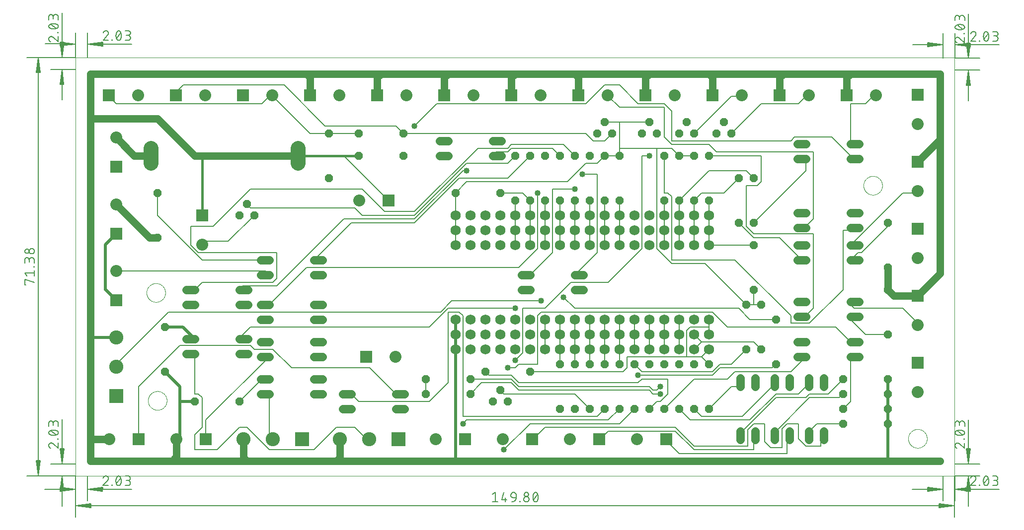
<source format=gtl>
G04 EAGLE Gerber RS-274X export*
G75*
%MOMM*%
%FSLAX34Y34*%
%LPD*%
%INTop Copper*%
%IPPOS*%
%AMOC8*
5,1,8,0,0,1.08239X$1,22.5*%
G01*
%ADD10C,0.000000*%
%ADD11C,0.130000*%
%ADD12C,0.152400*%
%ADD13P,1.539592X8X22.500000*%
%ADD14C,1.752600*%
%ADD15C,1.422400*%
%ADD16P,1.539592X8X112.500000*%
%ADD17P,1.539592X8X292.500000*%
%ADD18P,1.539592X8X202.500000*%
%ADD19R,2.032000X2.032000*%
%ADD20C,2.032000*%
%ADD21R,2.413000X2.413000*%
%ADD22C,2.413000*%
%ADD23C,2.540000*%
%ADD24C,0.203200*%
%ADD25C,1.016000*%
%ADD26C,1.270000*%
%ADD27C,0.406400*%
%ADD28C,0.508000*%


D10*
X0Y0D02*
X1498000Y0D01*
X1498000Y713800D01*
X0Y713800D01*
X0Y0D01*
D11*
X0Y713800D02*
X125Y756212D01*
X20445Y756152D02*
X20320Y713740D01*
X-582Y736714D02*
X-51932Y736866D01*
X21038Y736650D02*
X96015Y736429D01*
X-582Y736714D02*
X-25923Y739981D01*
X-25942Y733597D01*
X-582Y736714D01*
X-25928Y738089D01*
X-25936Y735489D02*
X-582Y736714D01*
X-25925Y739389D01*
X-25940Y734189D02*
X-582Y736714D01*
X21038Y736650D02*
X46397Y739768D01*
X46378Y733383D01*
X21038Y736650D01*
X46391Y737876D01*
X46384Y735276D02*
X21038Y736650D01*
X46395Y739176D01*
X46380Y733976D02*
X21038Y736650D01*
D12*
X52193Y759318D02*
X52318Y759316D01*
X52443Y759309D01*
X52568Y759299D01*
X52692Y759285D01*
X52816Y759268D01*
X52940Y759246D01*
X53062Y759221D01*
X53184Y759192D01*
X53305Y759159D01*
X53424Y759122D01*
X53543Y759082D01*
X53660Y759038D01*
X53776Y758991D01*
X53890Y758940D01*
X54003Y758886D01*
X54114Y758828D01*
X54223Y758766D01*
X54330Y758702D01*
X54436Y758634D01*
X54539Y758563D01*
X54639Y758489D01*
X54738Y758411D01*
X54834Y758331D01*
X54927Y758248D01*
X55018Y758162D01*
X55106Y758073D01*
X55192Y757981D01*
X55274Y757887D01*
X55354Y757791D01*
X55431Y757692D01*
X55504Y757590D01*
X55575Y757487D01*
X55642Y757381D01*
X55706Y757274D01*
X55766Y757164D01*
X55823Y757053D01*
X55877Y756940D01*
X55927Y756825D01*
X55974Y756709D01*
X56017Y756591D01*
X56056Y756472D01*
X56092Y756352D01*
X56124Y756231D01*
X56152Y756110D01*
X56176Y755987D01*
X56197Y755863D01*
X56214Y755739D01*
X56227Y755615D01*
X56236Y755490D01*
X56241Y755365D01*
X56243Y755240D01*
X52193Y759318D02*
X52050Y759317D01*
X51908Y759311D01*
X51765Y759302D01*
X51623Y759289D01*
X51482Y759272D01*
X51340Y759251D01*
X51200Y759226D01*
X51060Y759198D01*
X50921Y759165D01*
X50783Y759129D01*
X50646Y759089D01*
X50510Y759045D01*
X50375Y758998D01*
X50242Y758947D01*
X50110Y758892D01*
X49980Y758834D01*
X49851Y758772D01*
X49724Y758707D01*
X49599Y758638D01*
X49476Y758566D01*
X49355Y758491D01*
X49236Y758412D01*
X49119Y758330D01*
X49004Y758245D01*
X48892Y758157D01*
X48782Y758065D01*
X48675Y757971D01*
X48571Y757874D01*
X48469Y757774D01*
X48370Y757672D01*
X48273Y757566D01*
X48180Y757458D01*
X48089Y757348D01*
X48002Y757235D01*
X47918Y757120D01*
X47837Y757002D01*
X47759Y756882D01*
X47685Y756761D01*
X47613Y756637D01*
X47546Y756511D01*
X47481Y756384D01*
X47421Y756255D01*
X47364Y756124D01*
X47310Y755992D01*
X47260Y755858D01*
X47214Y755723D01*
X54877Y752084D02*
X54971Y752175D01*
X55062Y752269D01*
X55150Y752366D01*
X55235Y752465D01*
X55317Y752567D01*
X55396Y752672D01*
X55472Y752778D01*
X55545Y752887D01*
X55614Y752998D01*
X55680Y753111D01*
X55743Y753226D01*
X55802Y753343D01*
X55858Y753462D01*
X55910Y753582D01*
X55958Y753704D01*
X56003Y753827D01*
X56044Y753951D01*
X56081Y754076D01*
X56114Y754203D01*
X56144Y754330D01*
X56170Y754459D01*
X56192Y754588D01*
X56210Y754718D01*
X56224Y754848D01*
X56234Y754978D01*
X56241Y755109D01*
X56243Y755240D01*
X54877Y752084D02*
X47169Y743080D01*
X56200Y743048D01*
X62175Y743027D02*
X62178Y743930D01*
X63081Y743927D01*
X63078Y743024D01*
X62175Y743027D01*
X69081Y751131D02*
X69086Y751451D01*
X69099Y751771D01*
X69119Y752090D01*
X69147Y752408D01*
X69182Y752726D01*
X69225Y753043D01*
X69275Y753359D01*
X69333Y753673D01*
X69399Y753986D01*
X69472Y754298D01*
X69552Y754607D01*
X69640Y754915D01*
X69735Y755220D01*
X69838Y755523D01*
X69947Y755824D01*
X70064Y756121D01*
X70188Y756416D01*
X70319Y756708D01*
X70456Y756997D01*
X70496Y757105D01*
X70539Y757211D01*
X70586Y757316D01*
X70637Y757420D01*
X70691Y757522D01*
X70748Y757621D01*
X70809Y757719D01*
X70873Y757814D01*
X70941Y757908D01*
X71012Y757999D01*
X71085Y758087D01*
X71162Y758173D01*
X71242Y758256D01*
X71324Y758336D01*
X71410Y758413D01*
X71497Y758488D01*
X71588Y758559D01*
X71681Y758627D01*
X71776Y758692D01*
X71873Y758754D01*
X71972Y758812D01*
X72073Y758867D01*
X72176Y758918D01*
X72281Y758966D01*
X72388Y759010D01*
X72495Y759051D01*
X72605Y759087D01*
X72715Y759120D01*
X72826Y759149D01*
X72939Y759174D01*
X73052Y759196D01*
X73166Y759213D01*
X73280Y759226D01*
X73395Y759236D01*
X73510Y759241D01*
X73625Y759243D01*
X73625Y759244D02*
X73740Y759242D01*
X73855Y759235D01*
X73969Y759225D01*
X74084Y759211D01*
X74197Y759192D01*
X74310Y759170D01*
X74423Y759144D01*
X74534Y759115D01*
X74644Y759081D01*
X74753Y759044D01*
X74860Y759002D01*
X74967Y758958D01*
X75071Y758909D01*
X75174Y758857D01*
X75275Y758802D01*
X75374Y758743D01*
X75470Y758680D01*
X75565Y758615D01*
X75657Y758546D01*
X75747Y758474D01*
X75834Y758399D01*
X75919Y758321D01*
X76001Y758240D01*
X76080Y758156D01*
X76156Y758070D01*
X76230Y757981D01*
X76300Y757890D01*
X76367Y757796D01*
X76430Y757700D01*
X76490Y757602D01*
X76547Y757502D01*
X76601Y757400D01*
X76651Y757296D01*
X76697Y757190D01*
X76739Y757083D01*
X76778Y756975D01*
X76913Y756686D01*
X77042Y756393D01*
X77164Y756097D01*
X77279Y755798D01*
X77386Y755497D01*
X77486Y755194D01*
X77579Y754888D01*
X77665Y754579D01*
X77743Y754269D01*
X77814Y753957D01*
X77877Y753644D01*
X77933Y753329D01*
X77981Y753013D01*
X78022Y752696D01*
X78055Y752378D01*
X78081Y752059D01*
X78099Y751740D01*
X78109Y751420D01*
X78112Y751100D01*
X69081Y751131D02*
X69084Y750811D01*
X69094Y750491D01*
X69112Y750172D01*
X69138Y749853D01*
X69171Y749535D01*
X69212Y749218D01*
X69260Y748902D01*
X69316Y748587D01*
X69379Y748274D01*
X69450Y747962D01*
X69528Y747652D01*
X69614Y747343D01*
X69707Y747037D01*
X69807Y746734D01*
X69914Y746433D01*
X70029Y746134D01*
X70151Y745838D01*
X70280Y745546D01*
X70415Y745256D01*
X70454Y745148D01*
X70496Y745041D01*
X70543Y744935D01*
X70592Y744831D01*
X70646Y744729D01*
X70703Y744629D01*
X70763Y744531D01*
X70826Y744435D01*
X70893Y744341D01*
X70963Y744250D01*
X71037Y744161D01*
X71113Y744075D01*
X71192Y743991D01*
X71274Y743910D01*
X71359Y743832D01*
X71446Y743757D01*
X71536Y743685D01*
X71628Y743616D01*
X71723Y743551D01*
X71819Y743488D01*
X71918Y743429D01*
X72019Y743374D01*
X72122Y743322D01*
X72226Y743273D01*
X72333Y743229D01*
X72440Y743187D01*
X72549Y743150D01*
X72659Y743116D01*
X72770Y743087D01*
X72883Y743061D01*
X72996Y743039D01*
X73109Y743020D01*
X73224Y743006D01*
X73338Y742996D01*
X73453Y742989D01*
X73568Y742987D01*
X76737Y745235D02*
X76875Y745524D01*
X77005Y745815D01*
X77129Y746110D01*
X77246Y746408D01*
X77355Y746708D01*
X77458Y747011D01*
X77553Y747317D01*
X77641Y747624D01*
X77721Y747934D01*
X77794Y748245D01*
X77859Y748558D01*
X77918Y748873D01*
X77968Y749188D01*
X78011Y749505D01*
X78046Y749823D01*
X78074Y750142D01*
X78094Y750461D01*
X78107Y750780D01*
X78112Y751100D01*
X76738Y745234D02*
X76698Y745126D01*
X76655Y745019D01*
X76608Y744914D01*
X76557Y744811D01*
X76503Y744709D01*
X76446Y744609D01*
X76385Y744512D01*
X76320Y744416D01*
X76253Y744323D01*
X76182Y744232D01*
X76108Y744143D01*
X76031Y744058D01*
X75952Y743974D01*
X75869Y743894D01*
X75784Y743817D01*
X75696Y743742D01*
X75606Y743671D01*
X75513Y743603D01*
X75418Y743538D01*
X75321Y743476D01*
X75221Y743418D01*
X75120Y743363D01*
X75017Y743312D01*
X74912Y743264D01*
X74806Y743220D01*
X74698Y743180D01*
X74589Y743143D01*
X74478Y743110D01*
X74367Y743081D01*
X74255Y743056D01*
X74141Y743034D01*
X74028Y743017D01*
X73913Y743004D01*
X73798Y742994D01*
X73683Y742989D01*
X73568Y742987D01*
X69968Y746613D02*
X77225Y755618D01*
X84684Y742949D02*
X89199Y742933D01*
X89199Y742932D02*
X89332Y742934D01*
X89464Y742939D01*
X89597Y742948D01*
X89728Y742961D01*
X89860Y742978D01*
X89991Y742999D01*
X90121Y743024D01*
X90251Y743052D01*
X90379Y743085D01*
X90507Y743121D01*
X90633Y743161D01*
X90759Y743204D01*
X90883Y743251D01*
X91005Y743302D01*
X91126Y743356D01*
X91245Y743414D01*
X91363Y743475D01*
X91478Y743540D01*
X91592Y743608D01*
X91704Y743680D01*
X91813Y743754D01*
X91921Y743832D01*
X92026Y743913D01*
X92128Y743997D01*
X92228Y744084D01*
X92326Y744174D01*
X92421Y744267D01*
X92513Y744362D01*
X92602Y744461D01*
X92688Y744561D01*
X92771Y744665D01*
X92851Y744770D01*
X92928Y744878D01*
X93002Y744988D01*
X93073Y745100D01*
X93140Y745215D01*
X93204Y745331D01*
X93264Y745449D01*
X93321Y745569D01*
X93375Y745690D01*
X93425Y745813D01*
X93471Y745937D01*
X93513Y746063D01*
X93552Y746189D01*
X93587Y746317D01*
X93618Y746446D01*
X93646Y746576D01*
X93670Y746706D01*
X93690Y746837D01*
X93706Y746969D01*
X93718Y747101D01*
X93726Y747233D01*
X93730Y747366D01*
X93731Y747499D01*
X93727Y747631D01*
X93720Y747763D01*
X93709Y747896D01*
X93694Y748027D01*
X93675Y748159D01*
X93652Y748289D01*
X93625Y748419D01*
X93595Y748548D01*
X93561Y748676D01*
X93523Y748803D01*
X93481Y748929D01*
X93436Y749054D01*
X93387Y749177D01*
X93334Y749299D01*
X93278Y749419D01*
X93219Y749537D01*
X93156Y749654D01*
X93089Y749769D01*
X93019Y749881D01*
X92946Y749992D01*
X92870Y750100D01*
X92791Y750207D01*
X92708Y750310D01*
X92622Y750412D01*
X92534Y750510D01*
X92443Y750607D01*
X92349Y750700D01*
X92252Y750791D01*
X92152Y750878D01*
X92050Y750963D01*
X91946Y751045D01*
X91839Y751123D01*
X91730Y751199D01*
X91619Y751271D01*
X91506Y751340D01*
X91390Y751405D01*
X91273Y751468D01*
X91154Y751526D01*
X91034Y751582D01*
X90912Y751633D01*
X90788Y751681D01*
X90663Y751725D01*
X90537Y751766D01*
X90410Y751803D01*
X90281Y751836D01*
X90152Y751866D01*
X90022Y751891D01*
X89891Y751913D01*
X89760Y751931D01*
X89628Y751945D01*
X89496Y751955D01*
X89363Y751962D01*
X89231Y751964D01*
X90159Y759186D02*
X84740Y759205D01*
X90159Y759185D02*
X90278Y759183D01*
X90397Y759176D01*
X90516Y759166D01*
X90635Y759152D01*
X90753Y759134D01*
X90870Y759112D01*
X90987Y759086D01*
X91103Y759056D01*
X91217Y759022D01*
X91331Y758985D01*
X91443Y758944D01*
X91554Y758899D01*
X91663Y758851D01*
X91770Y758799D01*
X91876Y758744D01*
X91980Y758685D01*
X92082Y758622D01*
X92182Y758557D01*
X92279Y758488D01*
X92374Y758416D01*
X92467Y758340D01*
X92557Y758262D01*
X92645Y758181D01*
X92730Y758097D01*
X92812Y758010D01*
X92891Y757921D01*
X92967Y757829D01*
X93040Y757734D01*
X93110Y757637D01*
X93177Y757538D01*
X93240Y757437D01*
X93300Y757333D01*
X93356Y757228D01*
X93409Y757121D01*
X93459Y757012D01*
X93505Y756902D01*
X93547Y756790D01*
X93585Y756677D01*
X93620Y756563D01*
X93651Y756447D01*
X93678Y756331D01*
X93701Y756214D01*
X93720Y756096D01*
X93735Y755978D01*
X93747Y755859D01*
X93754Y755740D01*
X93758Y755620D01*
X93757Y755501D01*
X93753Y755381D01*
X93745Y755262D01*
X93732Y755143D01*
X93716Y755025D01*
X93696Y754907D01*
X93672Y754790D01*
X93644Y754674D01*
X93613Y754559D01*
X93577Y754445D01*
X93538Y754332D01*
X93495Y754221D01*
X93449Y754111D01*
X93399Y754002D01*
X93345Y753895D01*
X93288Y753791D01*
X93227Y753688D01*
X93163Y753587D01*
X93096Y753488D01*
X93025Y753392D01*
X92951Y753298D01*
X92875Y753206D01*
X92795Y753117D01*
X92712Y753031D01*
X92627Y752948D01*
X92539Y752867D01*
X92448Y752789D01*
X92355Y752715D01*
X92259Y752643D01*
X92161Y752575D01*
X92061Y752510D01*
X91958Y752449D01*
X91854Y752390D01*
X91748Y752336D01*
X91640Y752284D01*
X91530Y752237D01*
X91419Y752193D01*
X91307Y752153D01*
X91193Y752116D01*
X91078Y752083D01*
X90962Y752054D01*
X90846Y752029D01*
X90728Y752008D01*
X90610Y751991D01*
X90491Y751978D01*
X90372Y751968D01*
X90253Y751963D01*
X90133Y751961D01*
X90134Y751961D02*
X86521Y751973D01*
D11*
X-60Y693420D02*
X-42472Y693545D01*
X-42412Y713865D02*
X0Y713740D01*
X-22974Y692838D02*
X-23126Y641488D01*
X-22910Y714458D02*
X-22689Y789435D01*
X-22974Y692838D02*
X-26241Y667497D01*
X-19857Y667478D01*
X-22974Y692838D01*
X-24349Y667492D01*
X-21749Y667484D02*
X-22974Y692838D01*
X-25649Y667495D01*
X-20449Y667480D02*
X-22974Y692838D01*
X-22910Y714458D02*
X-26028Y739817D01*
X-19643Y739798D01*
X-22910Y714458D01*
X-24136Y739811D01*
X-21536Y739804D02*
X-22910Y714458D01*
X-25436Y739815D01*
X-20236Y739800D02*
X-22910Y714458D01*
D12*
X-45578Y745613D02*
X-45576Y745738D01*
X-45569Y745863D01*
X-45559Y745988D01*
X-45545Y746112D01*
X-45528Y746236D01*
X-45506Y746360D01*
X-45481Y746482D01*
X-45452Y746604D01*
X-45419Y746725D01*
X-45382Y746844D01*
X-45342Y746963D01*
X-45298Y747080D01*
X-45251Y747196D01*
X-45200Y747310D01*
X-45146Y747423D01*
X-45088Y747534D01*
X-45026Y747643D01*
X-44962Y747750D01*
X-44894Y747856D01*
X-44823Y747959D01*
X-44749Y748059D01*
X-44671Y748158D01*
X-44591Y748254D01*
X-44508Y748347D01*
X-44422Y748438D01*
X-44333Y748526D01*
X-44241Y748612D01*
X-44147Y748694D01*
X-44051Y748774D01*
X-43952Y748851D01*
X-43850Y748924D01*
X-43747Y748995D01*
X-43641Y749062D01*
X-43534Y749126D01*
X-43424Y749186D01*
X-43313Y749243D01*
X-43200Y749297D01*
X-43085Y749347D01*
X-42969Y749394D01*
X-42851Y749437D01*
X-42732Y749476D01*
X-42612Y749512D01*
X-42491Y749544D01*
X-42370Y749572D01*
X-42247Y749596D01*
X-42123Y749617D01*
X-41999Y749634D01*
X-41875Y749647D01*
X-41750Y749656D01*
X-41625Y749661D01*
X-41500Y749663D01*
X-45578Y745613D02*
X-45577Y745470D01*
X-45571Y745328D01*
X-45562Y745185D01*
X-45549Y745043D01*
X-45532Y744902D01*
X-45511Y744760D01*
X-45486Y744620D01*
X-45458Y744480D01*
X-45425Y744341D01*
X-45389Y744203D01*
X-45349Y744066D01*
X-45305Y743930D01*
X-45258Y743795D01*
X-45207Y743662D01*
X-45152Y743530D01*
X-45094Y743400D01*
X-45032Y743271D01*
X-44967Y743144D01*
X-44898Y743019D01*
X-44826Y742896D01*
X-44751Y742775D01*
X-44672Y742656D01*
X-44590Y742539D01*
X-44505Y742424D01*
X-44417Y742312D01*
X-44325Y742202D01*
X-44231Y742095D01*
X-44134Y741991D01*
X-44034Y741889D01*
X-43932Y741790D01*
X-43826Y741693D01*
X-43718Y741600D01*
X-43608Y741509D01*
X-43495Y741422D01*
X-43380Y741338D01*
X-43262Y741257D01*
X-43142Y741179D01*
X-43021Y741105D01*
X-42897Y741033D01*
X-42771Y740966D01*
X-42644Y740901D01*
X-42515Y740841D01*
X-42384Y740784D01*
X-42252Y740730D01*
X-42118Y740680D01*
X-41983Y740634D01*
X-38344Y748297D02*
X-38435Y748391D01*
X-38529Y748482D01*
X-38626Y748570D01*
X-38725Y748655D01*
X-38827Y748737D01*
X-38932Y748816D01*
X-39038Y748892D01*
X-39147Y748965D01*
X-39258Y749034D01*
X-39371Y749100D01*
X-39486Y749163D01*
X-39603Y749222D01*
X-39722Y749278D01*
X-39842Y749330D01*
X-39964Y749378D01*
X-40087Y749423D01*
X-40211Y749464D01*
X-40336Y749501D01*
X-40463Y749534D01*
X-40590Y749564D01*
X-40719Y749590D01*
X-40848Y749612D01*
X-40978Y749630D01*
X-41108Y749644D01*
X-41238Y749654D01*
X-41369Y749661D01*
X-41500Y749663D01*
X-38344Y748297D02*
X-29340Y740589D01*
X-29308Y749620D01*
X-29287Y755595D02*
X-30190Y755598D01*
X-30187Y756501D01*
X-29284Y756498D01*
X-29287Y755595D01*
X-37391Y762501D02*
X-37711Y762506D01*
X-38031Y762519D01*
X-38350Y762539D01*
X-38668Y762567D01*
X-38986Y762602D01*
X-39303Y762645D01*
X-39619Y762695D01*
X-39933Y762753D01*
X-40246Y762819D01*
X-40558Y762892D01*
X-40867Y762972D01*
X-41175Y763060D01*
X-41480Y763155D01*
X-41783Y763258D01*
X-42084Y763367D01*
X-42381Y763484D01*
X-42676Y763608D01*
X-42968Y763739D01*
X-43257Y763876D01*
X-43365Y763916D01*
X-43471Y763959D01*
X-43576Y764006D01*
X-43680Y764057D01*
X-43782Y764111D01*
X-43881Y764168D01*
X-43979Y764229D01*
X-44074Y764293D01*
X-44168Y764361D01*
X-44259Y764432D01*
X-44347Y764505D01*
X-44433Y764582D01*
X-44516Y764662D01*
X-44596Y764744D01*
X-44673Y764830D01*
X-44748Y764917D01*
X-44819Y765008D01*
X-44887Y765101D01*
X-44952Y765196D01*
X-45014Y765293D01*
X-45072Y765392D01*
X-45127Y765493D01*
X-45178Y765596D01*
X-45226Y765701D01*
X-45270Y765808D01*
X-45311Y765915D01*
X-45347Y766025D01*
X-45380Y766135D01*
X-45409Y766246D01*
X-45434Y766359D01*
X-45456Y766472D01*
X-45473Y766586D01*
X-45486Y766700D01*
X-45496Y766815D01*
X-45501Y766930D01*
X-45503Y767045D01*
X-45504Y767045D02*
X-45502Y767160D01*
X-45495Y767275D01*
X-45485Y767389D01*
X-45471Y767504D01*
X-45452Y767617D01*
X-45430Y767730D01*
X-45404Y767843D01*
X-45375Y767954D01*
X-45341Y768064D01*
X-45304Y768173D01*
X-45262Y768280D01*
X-45218Y768387D01*
X-45169Y768491D01*
X-45117Y768594D01*
X-45062Y768695D01*
X-45003Y768794D01*
X-44940Y768890D01*
X-44875Y768985D01*
X-44806Y769077D01*
X-44734Y769167D01*
X-44659Y769254D01*
X-44581Y769339D01*
X-44500Y769421D01*
X-44416Y769500D01*
X-44330Y769576D01*
X-44241Y769650D01*
X-44150Y769720D01*
X-44056Y769787D01*
X-43960Y769850D01*
X-43862Y769910D01*
X-43762Y769967D01*
X-43660Y770021D01*
X-43556Y770071D01*
X-43450Y770117D01*
X-43343Y770159D01*
X-43235Y770198D01*
X-42946Y770333D01*
X-42653Y770462D01*
X-42357Y770584D01*
X-42058Y770699D01*
X-41757Y770806D01*
X-41454Y770906D01*
X-41148Y770999D01*
X-40839Y771085D01*
X-40529Y771163D01*
X-40217Y771234D01*
X-39904Y771297D01*
X-39589Y771353D01*
X-39273Y771401D01*
X-38956Y771442D01*
X-38638Y771475D01*
X-38319Y771501D01*
X-38000Y771519D01*
X-37680Y771529D01*
X-37360Y771532D01*
X-37391Y762501D02*
X-37071Y762504D01*
X-36751Y762514D01*
X-36432Y762532D01*
X-36113Y762558D01*
X-35795Y762591D01*
X-35478Y762632D01*
X-35162Y762680D01*
X-34847Y762736D01*
X-34534Y762799D01*
X-34222Y762870D01*
X-33912Y762948D01*
X-33603Y763034D01*
X-33297Y763127D01*
X-32994Y763227D01*
X-32693Y763334D01*
X-32394Y763449D01*
X-32098Y763571D01*
X-31806Y763700D01*
X-31516Y763835D01*
X-31408Y763874D01*
X-31301Y763916D01*
X-31195Y763963D01*
X-31091Y764012D01*
X-30989Y764066D01*
X-30889Y764123D01*
X-30791Y764183D01*
X-30695Y764246D01*
X-30601Y764313D01*
X-30510Y764383D01*
X-30421Y764457D01*
X-30335Y764533D01*
X-30251Y764612D01*
X-30170Y764694D01*
X-30092Y764779D01*
X-30017Y764866D01*
X-29945Y764956D01*
X-29876Y765048D01*
X-29811Y765143D01*
X-29748Y765239D01*
X-29689Y765338D01*
X-29634Y765439D01*
X-29582Y765542D01*
X-29533Y765646D01*
X-29489Y765753D01*
X-29447Y765860D01*
X-29410Y765969D01*
X-29376Y766079D01*
X-29347Y766190D01*
X-29321Y766303D01*
X-29299Y766416D01*
X-29280Y766529D01*
X-29266Y766644D01*
X-29256Y766758D01*
X-29249Y766873D01*
X-29247Y766988D01*
X-31495Y770157D02*
X-31784Y770295D01*
X-32075Y770425D01*
X-32370Y770549D01*
X-32668Y770666D01*
X-32968Y770775D01*
X-33271Y770878D01*
X-33577Y770973D01*
X-33884Y771061D01*
X-34194Y771141D01*
X-34505Y771214D01*
X-34818Y771279D01*
X-35133Y771338D01*
X-35448Y771388D01*
X-35765Y771431D01*
X-36083Y771466D01*
X-36402Y771494D01*
X-36721Y771514D01*
X-37040Y771527D01*
X-37360Y771532D01*
X-31494Y770158D02*
X-31386Y770118D01*
X-31279Y770075D01*
X-31174Y770028D01*
X-31071Y769977D01*
X-30969Y769923D01*
X-30869Y769866D01*
X-30772Y769805D01*
X-30676Y769740D01*
X-30583Y769673D01*
X-30492Y769602D01*
X-30403Y769528D01*
X-30318Y769451D01*
X-30234Y769372D01*
X-30154Y769289D01*
X-30077Y769204D01*
X-30002Y769116D01*
X-29931Y769026D01*
X-29863Y768933D01*
X-29798Y768838D01*
X-29736Y768741D01*
X-29678Y768641D01*
X-29623Y768540D01*
X-29572Y768437D01*
X-29524Y768332D01*
X-29480Y768226D01*
X-29440Y768118D01*
X-29403Y768009D01*
X-29370Y767898D01*
X-29341Y767787D01*
X-29316Y767675D01*
X-29294Y767561D01*
X-29277Y767448D01*
X-29264Y767333D01*
X-29254Y767218D01*
X-29249Y767103D01*
X-29247Y766988D01*
X-32873Y763388D02*
X-41878Y770645D01*
X-29209Y778104D02*
X-29193Y782619D01*
X-29192Y782619D02*
X-29194Y782752D01*
X-29199Y782884D01*
X-29208Y783017D01*
X-29221Y783148D01*
X-29238Y783280D01*
X-29259Y783411D01*
X-29284Y783541D01*
X-29312Y783671D01*
X-29345Y783799D01*
X-29381Y783927D01*
X-29421Y784053D01*
X-29464Y784179D01*
X-29511Y784303D01*
X-29562Y784425D01*
X-29616Y784546D01*
X-29674Y784665D01*
X-29735Y784783D01*
X-29800Y784898D01*
X-29868Y785012D01*
X-29940Y785124D01*
X-30014Y785233D01*
X-30092Y785341D01*
X-30173Y785446D01*
X-30257Y785548D01*
X-30344Y785648D01*
X-30434Y785746D01*
X-30527Y785841D01*
X-30622Y785933D01*
X-30721Y786022D01*
X-30821Y786108D01*
X-30925Y786191D01*
X-31030Y786271D01*
X-31138Y786348D01*
X-31248Y786422D01*
X-31360Y786493D01*
X-31475Y786560D01*
X-31591Y786624D01*
X-31709Y786684D01*
X-31829Y786741D01*
X-31950Y786795D01*
X-32073Y786845D01*
X-32197Y786891D01*
X-32323Y786933D01*
X-32449Y786972D01*
X-32577Y787007D01*
X-32706Y787038D01*
X-32836Y787066D01*
X-32966Y787090D01*
X-33097Y787110D01*
X-33229Y787126D01*
X-33361Y787138D01*
X-33493Y787146D01*
X-33626Y787150D01*
X-33759Y787151D01*
X-33891Y787147D01*
X-34023Y787140D01*
X-34156Y787129D01*
X-34287Y787114D01*
X-34419Y787095D01*
X-34549Y787072D01*
X-34679Y787045D01*
X-34808Y787015D01*
X-34936Y786981D01*
X-35063Y786943D01*
X-35189Y786901D01*
X-35314Y786856D01*
X-35437Y786807D01*
X-35559Y786754D01*
X-35679Y786698D01*
X-35797Y786639D01*
X-35914Y786576D01*
X-36029Y786509D01*
X-36141Y786439D01*
X-36252Y786366D01*
X-36360Y786290D01*
X-36467Y786211D01*
X-36570Y786128D01*
X-36672Y786042D01*
X-36770Y785954D01*
X-36867Y785863D01*
X-36960Y785769D01*
X-37051Y785672D01*
X-37138Y785572D01*
X-37223Y785470D01*
X-37305Y785366D01*
X-37383Y785259D01*
X-37459Y785150D01*
X-37531Y785039D01*
X-37600Y784926D01*
X-37665Y784810D01*
X-37728Y784693D01*
X-37786Y784574D01*
X-37842Y784454D01*
X-37893Y784332D01*
X-37941Y784208D01*
X-37985Y784083D01*
X-38026Y783957D01*
X-38063Y783830D01*
X-38096Y783701D01*
X-38126Y783572D01*
X-38151Y783442D01*
X-38173Y783311D01*
X-38191Y783180D01*
X-38205Y783048D01*
X-38215Y782916D01*
X-38222Y782783D01*
X-38224Y782651D01*
X-45446Y783579D02*
X-45465Y778160D01*
X-45445Y783579D02*
X-45443Y783698D01*
X-45436Y783817D01*
X-45426Y783936D01*
X-45412Y784055D01*
X-45394Y784173D01*
X-45372Y784290D01*
X-45346Y784407D01*
X-45316Y784523D01*
X-45282Y784637D01*
X-45245Y784751D01*
X-45204Y784863D01*
X-45159Y784974D01*
X-45111Y785083D01*
X-45059Y785190D01*
X-45004Y785296D01*
X-44945Y785400D01*
X-44882Y785502D01*
X-44817Y785602D01*
X-44748Y785699D01*
X-44676Y785794D01*
X-44600Y785887D01*
X-44522Y785977D01*
X-44441Y786065D01*
X-44357Y786150D01*
X-44270Y786232D01*
X-44181Y786311D01*
X-44089Y786387D01*
X-43994Y786460D01*
X-43897Y786530D01*
X-43798Y786597D01*
X-43697Y786660D01*
X-43593Y786720D01*
X-43488Y786776D01*
X-43381Y786829D01*
X-43272Y786879D01*
X-43162Y786925D01*
X-43050Y786967D01*
X-42937Y787005D01*
X-42823Y787040D01*
X-42707Y787071D01*
X-42591Y787098D01*
X-42474Y787121D01*
X-42356Y787140D01*
X-42238Y787155D01*
X-42119Y787167D01*
X-42000Y787174D01*
X-41880Y787178D01*
X-41761Y787177D01*
X-41641Y787173D01*
X-41522Y787165D01*
X-41403Y787152D01*
X-41285Y787136D01*
X-41167Y787116D01*
X-41050Y787092D01*
X-40934Y787064D01*
X-40819Y787033D01*
X-40705Y786997D01*
X-40592Y786958D01*
X-40481Y786915D01*
X-40371Y786869D01*
X-40262Y786819D01*
X-40155Y786765D01*
X-40051Y786708D01*
X-39948Y786647D01*
X-39847Y786583D01*
X-39748Y786516D01*
X-39652Y786445D01*
X-39558Y786371D01*
X-39466Y786295D01*
X-39377Y786215D01*
X-39291Y786132D01*
X-39208Y786047D01*
X-39127Y785959D01*
X-39049Y785868D01*
X-38975Y785775D01*
X-38903Y785679D01*
X-38835Y785581D01*
X-38770Y785481D01*
X-38709Y785378D01*
X-38650Y785274D01*
X-38596Y785168D01*
X-38544Y785060D01*
X-38497Y784950D01*
X-38453Y784839D01*
X-38413Y784727D01*
X-38376Y784613D01*
X-38343Y784498D01*
X-38314Y784382D01*
X-38289Y784266D01*
X-38268Y784148D01*
X-38251Y784030D01*
X-38238Y783911D01*
X-38228Y783792D01*
X-38223Y783673D01*
X-38221Y783553D01*
X-38221Y783554D02*
X-38233Y779941D01*
D11*
X-42472Y125D02*
X-60Y0D01*
X0Y20320D02*
X-42412Y20445D01*
X-22974Y-582D02*
X-23126Y-51932D01*
X-22910Y21038D02*
X-22689Y96015D01*
X-22974Y-582D02*
X-26241Y-25923D01*
X-19857Y-25942D01*
X-22974Y-582D01*
X-24349Y-25928D01*
X-21749Y-25936D02*
X-22974Y-582D01*
X-25649Y-25925D01*
X-20449Y-25940D02*
X-22974Y-582D01*
X-22910Y21038D02*
X-26028Y46397D01*
X-19643Y46378D01*
X-22910Y21038D01*
X-24136Y46391D01*
X-21536Y46384D02*
X-22910Y21038D01*
X-25436Y46395D01*
X-20236Y46380D02*
X-22910Y21038D01*
D12*
X-45578Y52193D02*
X-45576Y52318D01*
X-45569Y52443D01*
X-45559Y52568D01*
X-45545Y52692D01*
X-45528Y52816D01*
X-45506Y52940D01*
X-45481Y53062D01*
X-45452Y53184D01*
X-45419Y53305D01*
X-45382Y53424D01*
X-45342Y53543D01*
X-45298Y53660D01*
X-45251Y53776D01*
X-45200Y53890D01*
X-45146Y54003D01*
X-45088Y54114D01*
X-45026Y54223D01*
X-44962Y54330D01*
X-44894Y54436D01*
X-44823Y54539D01*
X-44749Y54639D01*
X-44671Y54738D01*
X-44591Y54834D01*
X-44508Y54927D01*
X-44422Y55018D01*
X-44333Y55106D01*
X-44241Y55192D01*
X-44147Y55274D01*
X-44051Y55354D01*
X-43952Y55431D01*
X-43850Y55504D01*
X-43747Y55575D01*
X-43641Y55642D01*
X-43534Y55706D01*
X-43424Y55766D01*
X-43313Y55823D01*
X-43200Y55877D01*
X-43085Y55927D01*
X-42969Y55974D01*
X-42851Y56017D01*
X-42732Y56056D01*
X-42612Y56092D01*
X-42491Y56124D01*
X-42370Y56152D01*
X-42247Y56176D01*
X-42123Y56197D01*
X-41999Y56214D01*
X-41875Y56227D01*
X-41750Y56236D01*
X-41625Y56241D01*
X-41500Y56243D01*
X-45578Y52193D02*
X-45577Y52050D01*
X-45571Y51908D01*
X-45562Y51765D01*
X-45549Y51623D01*
X-45532Y51482D01*
X-45511Y51340D01*
X-45486Y51200D01*
X-45458Y51060D01*
X-45425Y50921D01*
X-45389Y50783D01*
X-45349Y50646D01*
X-45305Y50510D01*
X-45258Y50375D01*
X-45207Y50242D01*
X-45152Y50110D01*
X-45094Y49980D01*
X-45032Y49851D01*
X-44967Y49724D01*
X-44898Y49599D01*
X-44826Y49476D01*
X-44751Y49355D01*
X-44672Y49236D01*
X-44590Y49119D01*
X-44505Y49004D01*
X-44417Y48892D01*
X-44325Y48782D01*
X-44231Y48675D01*
X-44134Y48571D01*
X-44034Y48469D01*
X-43932Y48370D01*
X-43826Y48273D01*
X-43718Y48180D01*
X-43608Y48089D01*
X-43495Y48002D01*
X-43380Y47918D01*
X-43262Y47837D01*
X-43142Y47759D01*
X-43021Y47685D01*
X-42897Y47613D01*
X-42771Y47546D01*
X-42644Y47481D01*
X-42515Y47421D01*
X-42384Y47364D01*
X-42252Y47310D01*
X-42118Y47260D01*
X-41983Y47214D01*
X-38344Y54877D02*
X-38435Y54971D01*
X-38529Y55062D01*
X-38626Y55150D01*
X-38725Y55235D01*
X-38827Y55317D01*
X-38932Y55396D01*
X-39038Y55472D01*
X-39147Y55545D01*
X-39258Y55614D01*
X-39371Y55680D01*
X-39486Y55743D01*
X-39603Y55802D01*
X-39722Y55858D01*
X-39842Y55910D01*
X-39964Y55958D01*
X-40087Y56003D01*
X-40211Y56044D01*
X-40336Y56081D01*
X-40463Y56114D01*
X-40590Y56144D01*
X-40719Y56170D01*
X-40848Y56192D01*
X-40978Y56210D01*
X-41108Y56224D01*
X-41238Y56234D01*
X-41369Y56241D01*
X-41500Y56243D01*
X-38344Y54877D02*
X-29340Y47169D01*
X-29308Y56200D01*
X-29287Y62175D02*
X-30190Y62178D01*
X-30187Y63081D01*
X-29284Y63078D01*
X-29287Y62175D01*
X-37391Y69081D02*
X-37711Y69086D01*
X-38031Y69099D01*
X-38350Y69119D01*
X-38668Y69147D01*
X-38986Y69182D01*
X-39303Y69225D01*
X-39619Y69275D01*
X-39933Y69333D01*
X-40246Y69399D01*
X-40558Y69472D01*
X-40867Y69552D01*
X-41175Y69640D01*
X-41480Y69735D01*
X-41783Y69838D01*
X-42084Y69947D01*
X-42381Y70064D01*
X-42676Y70188D01*
X-42968Y70319D01*
X-43257Y70456D01*
X-43365Y70496D01*
X-43471Y70539D01*
X-43576Y70586D01*
X-43680Y70637D01*
X-43782Y70691D01*
X-43881Y70748D01*
X-43979Y70809D01*
X-44074Y70873D01*
X-44168Y70941D01*
X-44259Y71012D01*
X-44347Y71085D01*
X-44433Y71162D01*
X-44516Y71242D01*
X-44596Y71324D01*
X-44673Y71410D01*
X-44748Y71497D01*
X-44819Y71588D01*
X-44887Y71681D01*
X-44952Y71776D01*
X-45014Y71873D01*
X-45072Y71972D01*
X-45127Y72073D01*
X-45178Y72176D01*
X-45226Y72281D01*
X-45270Y72388D01*
X-45311Y72495D01*
X-45347Y72605D01*
X-45380Y72715D01*
X-45409Y72826D01*
X-45434Y72939D01*
X-45456Y73052D01*
X-45473Y73166D01*
X-45486Y73280D01*
X-45496Y73395D01*
X-45501Y73510D01*
X-45503Y73625D01*
X-45504Y73625D02*
X-45502Y73740D01*
X-45495Y73855D01*
X-45485Y73969D01*
X-45471Y74084D01*
X-45452Y74197D01*
X-45430Y74310D01*
X-45404Y74423D01*
X-45375Y74534D01*
X-45341Y74644D01*
X-45304Y74753D01*
X-45262Y74860D01*
X-45218Y74967D01*
X-45169Y75071D01*
X-45117Y75174D01*
X-45062Y75275D01*
X-45003Y75374D01*
X-44940Y75470D01*
X-44875Y75565D01*
X-44806Y75657D01*
X-44734Y75747D01*
X-44659Y75834D01*
X-44581Y75919D01*
X-44500Y76001D01*
X-44416Y76080D01*
X-44330Y76156D01*
X-44241Y76230D01*
X-44150Y76300D01*
X-44056Y76367D01*
X-43960Y76430D01*
X-43862Y76490D01*
X-43762Y76547D01*
X-43660Y76601D01*
X-43556Y76651D01*
X-43450Y76697D01*
X-43343Y76739D01*
X-43235Y76778D01*
X-42946Y76913D01*
X-42653Y77042D01*
X-42357Y77164D01*
X-42058Y77279D01*
X-41757Y77386D01*
X-41454Y77486D01*
X-41148Y77579D01*
X-40839Y77665D01*
X-40529Y77743D01*
X-40217Y77814D01*
X-39904Y77877D01*
X-39589Y77933D01*
X-39273Y77981D01*
X-38956Y78022D01*
X-38638Y78055D01*
X-38319Y78081D01*
X-38000Y78099D01*
X-37680Y78109D01*
X-37360Y78112D01*
X-37391Y69081D02*
X-37071Y69084D01*
X-36751Y69094D01*
X-36432Y69112D01*
X-36113Y69138D01*
X-35795Y69171D01*
X-35478Y69212D01*
X-35162Y69260D01*
X-34847Y69316D01*
X-34534Y69379D01*
X-34222Y69450D01*
X-33912Y69528D01*
X-33603Y69614D01*
X-33297Y69707D01*
X-32994Y69807D01*
X-32693Y69914D01*
X-32394Y70029D01*
X-32098Y70151D01*
X-31806Y70280D01*
X-31516Y70415D01*
X-31408Y70454D01*
X-31301Y70496D01*
X-31195Y70543D01*
X-31091Y70592D01*
X-30989Y70646D01*
X-30889Y70703D01*
X-30791Y70763D01*
X-30695Y70826D01*
X-30601Y70893D01*
X-30510Y70963D01*
X-30421Y71037D01*
X-30335Y71113D01*
X-30251Y71192D01*
X-30170Y71274D01*
X-30092Y71359D01*
X-30017Y71446D01*
X-29945Y71536D01*
X-29876Y71628D01*
X-29811Y71723D01*
X-29748Y71819D01*
X-29689Y71918D01*
X-29634Y72019D01*
X-29582Y72122D01*
X-29533Y72226D01*
X-29489Y72333D01*
X-29447Y72440D01*
X-29410Y72549D01*
X-29376Y72659D01*
X-29347Y72770D01*
X-29321Y72883D01*
X-29299Y72996D01*
X-29280Y73109D01*
X-29266Y73224D01*
X-29256Y73338D01*
X-29249Y73453D01*
X-29247Y73568D01*
X-31495Y76737D02*
X-31784Y76875D01*
X-32075Y77005D01*
X-32370Y77129D01*
X-32668Y77246D01*
X-32968Y77355D01*
X-33271Y77458D01*
X-33577Y77553D01*
X-33884Y77641D01*
X-34194Y77721D01*
X-34505Y77794D01*
X-34818Y77859D01*
X-35133Y77918D01*
X-35448Y77968D01*
X-35765Y78011D01*
X-36083Y78046D01*
X-36402Y78074D01*
X-36721Y78094D01*
X-37040Y78107D01*
X-37360Y78112D01*
X-31494Y76738D02*
X-31386Y76698D01*
X-31279Y76655D01*
X-31174Y76608D01*
X-31071Y76557D01*
X-30969Y76503D01*
X-30869Y76446D01*
X-30772Y76385D01*
X-30676Y76320D01*
X-30583Y76253D01*
X-30492Y76182D01*
X-30403Y76108D01*
X-30318Y76031D01*
X-30234Y75952D01*
X-30154Y75869D01*
X-30077Y75784D01*
X-30002Y75696D01*
X-29931Y75606D01*
X-29863Y75513D01*
X-29798Y75418D01*
X-29736Y75321D01*
X-29678Y75221D01*
X-29623Y75120D01*
X-29572Y75017D01*
X-29524Y74912D01*
X-29480Y74806D01*
X-29440Y74698D01*
X-29403Y74589D01*
X-29370Y74478D01*
X-29341Y74367D01*
X-29316Y74255D01*
X-29294Y74141D01*
X-29277Y74028D01*
X-29264Y73913D01*
X-29254Y73798D01*
X-29249Y73683D01*
X-29247Y73568D01*
X-32873Y69968D02*
X-41878Y77225D01*
X-29209Y84684D02*
X-29193Y89199D01*
X-29192Y89199D02*
X-29194Y89332D01*
X-29199Y89464D01*
X-29208Y89597D01*
X-29221Y89728D01*
X-29238Y89860D01*
X-29259Y89991D01*
X-29284Y90121D01*
X-29312Y90251D01*
X-29345Y90379D01*
X-29381Y90507D01*
X-29421Y90633D01*
X-29464Y90759D01*
X-29511Y90883D01*
X-29562Y91005D01*
X-29616Y91126D01*
X-29674Y91245D01*
X-29735Y91363D01*
X-29800Y91478D01*
X-29868Y91592D01*
X-29940Y91704D01*
X-30014Y91813D01*
X-30092Y91921D01*
X-30173Y92026D01*
X-30257Y92128D01*
X-30344Y92228D01*
X-30434Y92326D01*
X-30527Y92421D01*
X-30622Y92513D01*
X-30721Y92602D01*
X-30821Y92688D01*
X-30925Y92771D01*
X-31030Y92851D01*
X-31138Y92928D01*
X-31248Y93002D01*
X-31360Y93073D01*
X-31475Y93140D01*
X-31591Y93204D01*
X-31709Y93264D01*
X-31829Y93321D01*
X-31950Y93375D01*
X-32073Y93425D01*
X-32197Y93471D01*
X-32323Y93513D01*
X-32449Y93552D01*
X-32577Y93587D01*
X-32706Y93618D01*
X-32836Y93646D01*
X-32966Y93670D01*
X-33097Y93690D01*
X-33229Y93706D01*
X-33361Y93718D01*
X-33493Y93726D01*
X-33626Y93730D01*
X-33759Y93731D01*
X-33891Y93727D01*
X-34023Y93720D01*
X-34156Y93709D01*
X-34287Y93694D01*
X-34419Y93675D01*
X-34549Y93652D01*
X-34679Y93625D01*
X-34808Y93595D01*
X-34936Y93561D01*
X-35063Y93523D01*
X-35189Y93481D01*
X-35314Y93436D01*
X-35437Y93387D01*
X-35559Y93334D01*
X-35679Y93278D01*
X-35797Y93219D01*
X-35914Y93156D01*
X-36029Y93089D01*
X-36141Y93019D01*
X-36252Y92946D01*
X-36360Y92870D01*
X-36467Y92791D01*
X-36570Y92708D01*
X-36672Y92622D01*
X-36770Y92534D01*
X-36867Y92443D01*
X-36960Y92349D01*
X-37051Y92252D01*
X-37138Y92152D01*
X-37223Y92050D01*
X-37305Y91946D01*
X-37383Y91839D01*
X-37459Y91730D01*
X-37531Y91619D01*
X-37600Y91506D01*
X-37665Y91390D01*
X-37728Y91273D01*
X-37786Y91154D01*
X-37842Y91034D01*
X-37893Y90912D01*
X-37941Y90788D01*
X-37985Y90663D01*
X-38026Y90537D01*
X-38063Y90410D01*
X-38096Y90281D01*
X-38126Y90152D01*
X-38151Y90022D01*
X-38173Y89891D01*
X-38191Y89760D01*
X-38205Y89628D01*
X-38215Y89496D01*
X-38222Y89363D01*
X-38224Y89231D01*
X-45446Y90159D02*
X-45465Y84740D01*
X-45445Y90159D02*
X-45443Y90278D01*
X-45436Y90397D01*
X-45426Y90516D01*
X-45412Y90635D01*
X-45394Y90753D01*
X-45372Y90870D01*
X-45346Y90987D01*
X-45316Y91103D01*
X-45282Y91217D01*
X-45245Y91331D01*
X-45204Y91443D01*
X-45159Y91554D01*
X-45111Y91663D01*
X-45059Y91770D01*
X-45004Y91876D01*
X-44945Y91980D01*
X-44882Y92082D01*
X-44817Y92182D01*
X-44748Y92279D01*
X-44676Y92374D01*
X-44600Y92467D01*
X-44522Y92557D01*
X-44441Y92645D01*
X-44357Y92730D01*
X-44270Y92812D01*
X-44181Y92891D01*
X-44089Y92967D01*
X-43994Y93040D01*
X-43897Y93110D01*
X-43798Y93177D01*
X-43697Y93240D01*
X-43593Y93300D01*
X-43488Y93356D01*
X-43381Y93409D01*
X-43272Y93459D01*
X-43162Y93505D01*
X-43050Y93547D01*
X-42937Y93585D01*
X-42823Y93620D01*
X-42707Y93651D01*
X-42591Y93678D01*
X-42474Y93701D01*
X-42356Y93720D01*
X-42238Y93735D01*
X-42119Y93747D01*
X-42000Y93754D01*
X-41880Y93758D01*
X-41761Y93757D01*
X-41641Y93753D01*
X-41522Y93745D01*
X-41403Y93732D01*
X-41285Y93716D01*
X-41167Y93696D01*
X-41050Y93672D01*
X-40934Y93644D01*
X-40819Y93613D01*
X-40705Y93577D01*
X-40592Y93538D01*
X-40481Y93495D01*
X-40371Y93449D01*
X-40262Y93399D01*
X-40155Y93345D01*
X-40051Y93288D01*
X-39948Y93227D01*
X-39847Y93163D01*
X-39748Y93096D01*
X-39652Y93025D01*
X-39558Y92951D01*
X-39466Y92875D01*
X-39377Y92795D01*
X-39291Y92712D01*
X-39208Y92627D01*
X-39127Y92539D01*
X-39049Y92448D01*
X-38975Y92355D01*
X-38903Y92259D01*
X-38835Y92161D01*
X-38770Y92061D01*
X-38709Y91958D01*
X-38650Y91854D01*
X-38596Y91748D01*
X-38544Y91640D01*
X-38497Y91530D01*
X-38453Y91419D01*
X-38413Y91307D01*
X-38376Y91193D01*
X-38343Y91078D01*
X-38314Y90962D01*
X-38289Y90846D01*
X-38268Y90728D01*
X-38251Y90610D01*
X-38238Y90491D01*
X-38228Y90372D01*
X-38223Y90253D01*
X-38221Y90133D01*
X-38221Y90134D02*
X-38233Y86521D01*
D11*
X20320Y-60D02*
X20195Y-42472D01*
X-125Y-42412D02*
X0Y0D01*
X-718Y-22910D02*
X-52067Y-22759D01*
X20902Y-22974D02*
X95880Y-23196D01*
X46262Y-19857D02*
X20902Y-22974D01*
X46262Y-19857D02*
X46243Y-26241D01*
X20902Y-22974D01*
X46256Y-21749D01*
X46248Y-24349D02*
X20902Y-22974D01*
X46260Y-20449D01*
X46245Y-25649D02*
X20902Y-22974D01*
X-718Y-22910D02*
X-26058Y-19643D01*
X-26077Y-26028D01*
X-718Y-22910D01*
X-26064Y-21536D01*
X-26071Y-24136D02*
X-718Y-22910D01*
X-26060Y-20236D01*
X-26075Y-25436D02*
X-718Y-22910D01*
D12*
X52057Y-306D02*
X52182Y-308D01*
X52307Y-315D01*
X52432Y-325D01*
X52556Y-339D01*
X52680Y-356D01*
X52804Y-378D01*
X52926Y-403D01*
X53048Y-432D01*
X53169Y-465D01*
X53288Y-502D01*
X53407Y-542D01*
X53524Y-586D01*
X53640Y-633D01*
X53754Y-684D01*
X53867Y-738D01*
X53978Y-796D01*
X54087Y-858D01*
X54194Y-922D01*
X54300Y-990D01*
X54403Y-1061D01*
X54503Y-1135D01*
X54602Y-1213D01*
X54698Y-1293D01*
X54791Y-1376D01*
X54882Y-1462D01*
X54970Y-1551D01*
X55056Y-1643D01*
X55138Y-1737D01*
X55218Y-1833D01*
X55295Y-1932D01*
X55368Y-2034D01*
X55439Y-2137D01*
X55506Y-2243D01*
X55570Y-2350D01*
X55630Y-2460D01*
X55687Y-2571D01*
X55741Y-2684D01*
X55791Y-2799D01*
X55838Y-2915D01*
X55881Y-3033D01*
X55920Y-3152D01*
X55956Y-3272D01*
X55988Y-3393D01*
X56016Y-3514D01*
X56040Y-3637D01*
X56061Y-3761D01*
X56078Y-3885D01*
X56091Y-4009D01*
X56100Y-4134D01*
X56105Y-4259D01*
X56107Y-4384D01*
X52057Y-306D02*
X51914Y-307D01*
X51772Y-313D01*
X51629Y-322D01*
X51487Y-335D01*
X51346Y-352D01*
X51204Y-373D01*
X51064Y-398D01*
X50924Y-426D01*
X50785Y-459D01*
X50647Y-495D01*
X50510Y-535D01*
X50374Y-579D01*
X50239Y-626D01*
X50106Y-677D01*
X49974Y-732D01*
X49844Y-790D01*
X49715Y-852D01*
X49588Y-917D01*
X49463Y-986D01*
X49340Y-1058D01*
X49219Y-1133D01*
X49100Y-1212D01*
X48983Y-1294D01*
X48868Y-1379D01*
X48756Y-1467D01*
X48646Y-1559D01*
X48539Y-1653D01*
X48435Y-1750D01*
X48333Y-1850D01*
X48234Y-1952D01*
X48137Y-2058D01*
X48044Y-2166D01*
X47953Y-2276D01*
X47866Y-2389D01*
X47782Y-2504D01*
X47701Y-2622D01*
X47623Y-2742D01*
X47549Y-2863D01*
X47477Y-2987D01*
X47410Y-3113D01*
X47345Y-3240D01*
X47285Y-3369D01*
X47228Y-3500D01*
X47174Y-3632D01*
X47124Y-3766D01*
X47078Y-3901D01*
X54742Y-7540D02*
X54836Y-7449D01*
X54927Y-7355D01*
X55015Y-7258D01*
X55100Y-7159D01*
X55182Y-7057D01*
X55261Y-6952D01*
X55337Y-6846D01*
X55410Y-6737D01*
X55479Y-6626D01*
X55545Y-6513D01*
X55608Y-6398D01*
X55667Y-6281D01*
X55723Y-6162D01*
X55775Y-6042D01*
X55823Y-5921D01*
X55868Y-5797D01*
X55909Y-5673D01*
X55946Y-5548D01*
X55979Y-5421D01*
X56009Y-5294D01*
X56035Y-5165D01*
X56057Y-5036D01*
X56075Y-4906D01*
X56089Y-4776D01*
X56099Y-4646D01*
X56106Y-4515D01*
X56108Y-4384D01*
X54742Y-7540D02*
X47034Y-16545D01*
X56065Y-16576D01*
X62040Y-16597D02*
X62043Y-15694D01*
X62946Y-15697D01*
X62943Y-16600D01*
X62040Y-16597D01*
X68946Y-8493D02*
X68951Y-8173D01*
X68964Y-7853D01*
X68984Y-7534D01*
X69012Y-7216D01*
X69047Y-6898D01*
X69090Y-6581D01*
X69140Y-6265D01*
X69198Y-5951D01*
X69264Y-5638D01*
X69337Y-5326D01*
X69417Y-5017D01*
X69505Y-4709D01*
X69600Y-4404D01*
X69703Y-4101D01*
X69812Y-3800D01*
X69929Y-3503D01*
X70053Y-3208D01*
X70184Y-2916D01*
X70321Y-2627D01*
X70361Y-2519D01*
X70404Y-2413D01*
X70451Y-2308D01*
X70502Y-2204D01*
X70556Y-2102D01*
X70613Y-2003D01*
X70674Y-1905D01*
X70738Y-1810D01*
X70806Y-1716D01*
X70877Y-1625D01*
X70950Y-1537D01*
X71027Y-1451D01*
X71107Y-1368D01*
X71189Y-1288D01*
X71275Y-1211D01*
X71362Y-1136D01*
X71453Y-1065D01*
X71546Y-997D01*
X71641Y-932D01*
X71738Y-870D01*
X71837Y-812D01*
X71938Y-757D01*
X72041Y-706D01*
X72146Y-658D01*
X72253Y-614D01*
X72360Y-573D01*
X72470Y-537D01*
X72580Y-504D01*
X72691Y-475D01*
X72804Y-450D01*
X72917Y-428D01*
X73031Y-411D01*
X73145Y-398D01*
X73260Y-388D01*
X73375Y-383D01*
X73490Y-381D01*
X73490Y-380D02*
X73605Y-382D01*
X73720Y-389D01*
X73834Y-399D01*
X73949Y-413D01*
X74062Y-432D01*
X74175Y-454D01*
X74288Y-480D01*
X74399Y-509D01*
X74509Y-543D01*
X74618Y-580D01*
X74725Y-622D01*
X74832Y-666D01*
X74936Y-715D01*
X75039Y-767D01*
X75140Y-822D01*
X75239Y-881D01*
X75335Y-944D01*
X75430Y-1009D01*
X75522Y-1078D01*
X75612Y-1150D01*
X75699Y-1225D01*
X75784Y-1303D01*
X75866Y-1384D01*
X75945Y-1468D01*
X76021Y-1554D01*
X76095Y-1643D01*
X76165Y-1734D01*
X76232Y-1828D01*
X76295Y-1924D01*
X76355Y-2022D01*
X76412Y-2122D01*
X76466Y-2224D01*
X76516Y-2328D01*
X76562Y-2434D01*
X76604Y-2541D01*
X76643Y-2649D01*
X76643Y-2650D02*
X76778Y-2940D01*
X76907Y-3232D01*
X77029Y-3528D01*
X77144Y-3827D01*
X77251Y-4128D01*
X77351Y-4431D01*
X77444Y-4737D01*
X77530Y-5046D01*
X77608Y-5356D01*
X77679Y-5668D01*
X77742Y-5981D01*
X77798Y-6296D01*
X77846Y-6612D01*
X77887Y-6929D01*
X77920Y-7247D01*
X77946Y-7566D01*
X77964Y-7885D01*
X77974Y-8205D01*
X77977Y-8525D01*
X68946Y-8493D02*
X68949Y-8813D01*
X68959Y-9133D01*
X68977Y-9452D01*
X69003Y-9771D01*
X69036Y-10089D01*
X69077Y-10406D01*
X69125Y-10722D01*
X69181Y-11037D01*
X69244Y-11350D01*
X69315Y-11662D01*
X69393Y-11972D01*
X69479Y-12281D01*
X69572Y-12587D01*
X69672Y-12890D01*
X69779Y-13191D01*
X69894Y-13490D01*
X70016Y-13786D01*
X70145Y-14078D01*
X70280Y-14368D01*
X70279Y-14368D02*
X70318Y-14476D01*
X70360Y-14583D01*
X70407Y-14689D01*
X70456Y-14793D01*
X70510Y-14895D01*
X70567Y-14995D01*
X70627Y-15093D01*
X70690Y-15189D01*
X70757Y-15283D01*
X70827Y-15374D01*
X70901Y-15463D01*
X70977Y-15549D01*
X71056Y-15633D01*
X71138Y-15714D01*
X71223Y-15792D01*
X71310Y-15867D01*
X71400Y-15939D01*
X71492Y-16008D01*
X71587Y-16073D01*
X71683Y-16136D01*
X71782Y-16195D01*
X71883Y-16250D01*
X71986Y-16302D01*
X72090Y-16351D01*
X72197Y-16395D01*
X72304Y-16437D01*
X72413Y-16474D01*
X72523Y-16508D01*
X72634Y-16537D01*
X72747Y-16563D01*
X72860Y-16585D01*
X72973Y-16604D01*
X73088Y-16618D01*
X73202Y-16628D01*
X73317Y-16635D01*
X73432Y-16637D01*
X76601Y-14390D02*
X76738Y-14102D01*
X76869Y-13810D01*
X76993Y-13515D01*
X77110Y-13217D01*
X77219Y-12917D01*
X77322Y-12614D01*
X77417Y-12308D01*
X77505Y-12001D01*
X77585Y-11691D01*
X77658Y-11380D01*
X77723Y-11067D01*
X77782Y-10752D01*
X77832Y-10437D01*
X77875Y-10120D01*
X77910Y-9802D01*
X77938Y-9483D01*
X77958Y-9164D01*
X77971Y-8845D01*
X77976Y-8525D01*
X76602Y-14390D02*
X76562Y-14498D01*
X76519Y-14605D01*
X76472Y-14710D01*
X76421Y-14813D01*
X76367Y-14915D01*
X76310Y-15015D01*
X76249Y-15113D01*
X76184Y-15208D01*
X76117Y-15301D01*
X76046Y-15392D01*
X75972Y-15481D01*
X75895Y-15566D01*
X75816Y-15650D01*
X75733Y-15730D01*
X75648Y-15807D01*
X75560Y-15882D01*
X75470Y-15953D01*
X75377Y-16021D01*
X75282Y-16086D01*
X75185Y-16148D01*
X75085Y-16206D01*
X74984Y-16261D01*
X74881Y-16312D01*
X74776Y-16360D01*
X74670Y-16404D01*
X74562Y-16444D01*
X74453Y-16481D01*
X74342Y-16514D01*
X74231Y-16543D01*
X74119Y-16568D01*
X74005Y-16590D01*
X73892Y-16607D01*
X73777Y-16620D01*
X73662Y-16630D01*
X73547Y-16635D01*
X73432Y-16637D01*
X69833Y-13012D02*
X77089Y-4006D01*
X84548Y-16676D02*
X89064Y-16691D01*
X89064Y-16692D02*
X89198Y-16690D01*
X89332Y-16685D01*
X89465Y-16676D01*
X89598Y-16662D01*
X89731Y-16645D01*
X89863Y-16624D01*
X89995Y-16598D01*
X90125Y-16569D01*
X90255Y-16536D01*
X90384Y-16500D01*
X90511Y-16459D01*
X90638Y-16415D01*
X90763Y-16367D01*
X90886Y-16315D01*
X91008Y-16260D01*
X91128Y-16201D01*
X91246Y-16138D01*
X91363Y-16072D01*
X91477Y-16003D01*
X91590Y-15930D01*
X91700Y-15854D01*
X91808Y-15775D01*
X91913Y-15693D01*
X92016Y-15607D01*
X92117Y-15519D01*
X92214Y-15427D01*
X92309Y-15333D01*
X92401Y-15236D01*
X92491Y-15136D01*
X92577Y-15034D01*
X92660Y-14929D01*
X92740Y-14822D01*
X92817Y-14712D01*
X92890Y-14600D01*
X92960Y-14486D01*
X93027Y-14370D01*
X93090Y-14252D01*
X93150Y-14132D01*
X93206Y-14011D01*
X93259Y-13888D01*
X93308Y-13763D01*
X93353Y-13637D01*
X93394Y-13510D01*
X93432Y-13382D01*
X93466Y-13252D01*
X93496Y-13122D01*
X93522Y-12990D01*
X93544Y-12858D01*
X93562Y-12726D01*
X93577Y-12593D01*
X93587Y-12459D01*
X93594Y-12326D01*
X93596Y-12192D01*
X93594Y-12058D01*
X93589Y-11924D01*
X93580Y-11791D01*
X93566Y-11658D01*
X93549Y-11525D01*
X93528Y-11393D01*
X93502Y-11261D01*
X93473Y-11131D01*
X93440Y-11001D01*
X93404Y-10872D01*
X93363Y-10745D01*
X93319Y-10618D01*
X93271Y-10493D01*
X93219Y-10370D01*
X93164Y-10248D01*
X93105Y-10128D01*
X93042Y-10010D01*
X92976Y-9893D01*
X92907Y-9779D01*
X92834Y-9666D01*
X92758Y-9556D01*
X92679Y-9448D01*
X92597Y-9343D01*
X92511Y-9240D01*
X92423Y-9139D01*
X92331Y-9042D01*
X92237Y-8947D01*
X92140Y-8855D01*
X92040Y-8765D01*
X91938Y-8679D01*
X91833Y-8596D01*
X91726Y-8516D01*
X91616Y-8439D01*
X91504Y-8366D01*
X91390Y-8296D01*
X91274Y-8229D01*
X91156Y-8166D01*
X91036Y-8106D01*
X90915Y-8050D01*
X90792Y-7997D01*
X90667Y-7948D01*
X90541Y-7903D01*
X90414Y-7862D01*
X90286Y-7824D01*
X90156Y-7790D01*
X90026Y-7760D01*
X89894Y-7734D01*
X89762Y-7712D01*
X89630Y-7694D01*
X89497Y-7679D01*
X89363Y-7669D01*
X89230Y-7662D01*
X89096Y-7660D01*
X90024Y-439D02*
X84605Y-420D01*
X90024Y-439D02*
X90143Y-441D01*
X90262Y-448D01*
X90381Y-458D01*
X90500Y-472D01*
X90618Y-490D01*
X90735Y-512D01*
X90852Y-538D01*
X90968Y-568D01*
X91082Y-602D01*
X91196Y-639D01*
X91308Y-680D01*
X91419Y-725D01*
X91528Y-773D01*
X91635Y-825D01*
X91741Y-880D01*
X91845Y-939D01*
X91947Y-1002D01*
X92047Y-1067D01*
X92144Y-1136D01*
X92239Y-1208D01*
X92332Y-1284D01*
X92422Y-1362D01*
X92510Y-1443D01*
X92595Y-1527D01*
X92677Y-1614D01*
X92756Y-1703D01*
X92832Y-1795D01*
X92905Y-1890D01*
X92975Y-1987D01*
X93042Y-2086D01*
X93105Y-2187D01*
X93165Y-2291D01*
X93221Y-2396D01*
X93274Y-2503D01*
X93324Y-2612D01*
X93370Y-2722D01*
X93412Y-2834D01*
X93450Y-2947D01*
X93485Y-3061D01*
X93516Y-3177D01*
X93543Y-3293D01*
X93566Y-3410D01*
X93585Y-3528D01*
X93600Y-3646D01*
X93612Y-3765D01*
X93619Y-3884D01*
X93623Y-4004D01*
X93622Y-4123D01*
X93618Y-4243D01*
X93610Y-4362D01*
X93597Y-4481D01*
X93581Y-4599D01*
X93561Y-4717D01*
X93537Y-4834D01*
X93509Y-4950D01*
X93478Y-5065D01*
X93442Y-5179D01*
X93403Y-5292D01*
X93360Y-5403D01*
X93314Y-5513D01*
X93264Y-5622D01*
X93210Y-5729D01*
X93153Y-5833D01*
X93092Y-5936D01*
X93028Y-6037D01*
X92961Y-6136D01*
X92890Y-6232D01*
X92816Y-6326D01*
X92740Y-6418D01*
X92660Y-6507D01*
X92577Y-6593D01*
X92492Y-6676D01*
X92404Y-6757D01*
X92313Y-6835D01*
X92220Y-6909D01*
X92124Y-6981D01*
X92026Y-7049D01*
X91926Y-7114D01*
X91823Y-7175D01*
X91719Y-7234D01*
X91613Y-7288D01*
X91505Y-7340D01*
X91395Y-7387D01*
X91284Y-7431D01*
X91172Y-7471D01*
X91058Y-7508D01*
X90943Y-7541D01*
X90827Y-7570D01*
X90711Y-7595D01*
X90593Y-7616D01*
X90475Y-7633D01*
X90356Y-7646D01*
X90237Y-7656D01*
X90118Y-7661D01*
X89998Y-7663D01*
X89999Y-7663D02*
X86386Y-7651D01*
D11*
X1498600Y-60D02*
X1498475Y-42472D01*
X1478155Y-42412D02*
X1478280Y0D01*
X1477562Y-22910D02*
X1426213Y-22759D01*
X1499182Y-22974D02*
X1574160Y-23196D01*
X1524542Y-19857D02*
X1499182Y-22974D01*
X1524542Y-19857D02*
X1524523Y-26241D01*
X1499182Y-22974D01*
X1524536Y-21749D01*
X1524528Y-24349D02*
X1499182Y-22974D01*
X1524540Y-20449D01*
X1524525Y-25649D02*
X1499182Y-22974D01*
X1477562Y-22910D02*
X1452222Y-19643D01*
X1452203Y-26028D01*
X1477562Y-22910D01*
X1452216Y-21536D01*
X1452209Y-24136D02*
X1477562Y-22910D01*
X1452220Y-20236D01*
X1452205Y-25436D02*
X1477562Y-22910D01*
D12*
X1530337Y-306D02*
X1530462Y-308D01*
X1530587Y-315D01*
X1530712Y-325D01*
X1530836Y-339D01*
X1530960Y-356D01*
X1531084Y-378D01*
X1531206Y-403D01*
X1531328Y-432D01*
X1531449Y-465D01*
X1531568Y-502D01*
X1531687Y-542D01*
X1531804Y-586D01*
X1531920Y-633D01*
X1532034Y-684D01*
X1532147Y-738D01*
X1532258Y-796D01*
X1532367Y-858D01*
X1532474Y-922D01*
X1532580Y-990D01*
X1532683Y-1061D01*
X1532783Y-1135D01*
X1532882Y-1213D01*
X1532978Y-1293D01*
X1533071Y-1376D01*
X1533162Y-1462D01*
X1533250Y-1551D01*
X1533336Y-1643D01*
X1533418Y-1737D01*
X1533498Y-1833D01*
X1533575Y-1932D01*
X1533648Y-2034D01*
X1533719Y-2137D01*
X1533786Y-2243D01*
X1533850Y-2350D01*
X1533910Y-2460D01*
X1533967Y-2571D01*
X1534021Y-2684D01*
X1534071Y-2799D01*
X1534118Y-2915D01*
X1534161Y-3033D01*
X1534200Y-3152D01*
X1534236Y-3272D01*
X1534268Y-3393D01*
X1534296Y-3514D01*
X1534320Y-3637D01*
X1534341Y-3761D01*
X1534358Y-3885D01*
X1534371Y-4009D01*
X1534380Y-4134D01*
X1534385Y-4259D01*
X1534387Y-4384D01*
X1530337Y-306D02*
X1530194Y-307D01*
X1530052Y-313D01*
X1529909Y-322D01*
X1529767Y-335D01*
X1529626Y-352D01*
X1529484Y-373D01*
X1529344Y-398D01*
X1529204Y-426D01*
X1529065Y-459D01*
X1528927Y-495D01*
X1528790Y-535D01*
X1528654Y-579D01*
X1528519Y-626D01*
X1528386Y-677D01*
X1528254Y-732D01*
X1528124Y-790D01*
X1527995Y-852D01*
X1527868Y-917D01*
X1527743Y-986D01*
X1527620Y-1058D01*
X1527499Y-1133D01*
X1527380Y-1212D01*
X1527263Y-1294D01*
X1527148Y-1379D01*
X1527036Y-1467D01*
X1526926Y-1559D01*
X1526819Y-1653D01*
X1526715Y-1750D01*
X1526613Y-1850D01*
X1526514Y-1952D01*
X1526417Y-2058D01*
X1526324Y-2166D01*
X1526233Y-2276D01*
X1526146Y-2389D01*
X1526062Y-2504D01*
X1525981Y-2622D01*
X1525903Y-2742D01*
X1525829Y-2863D01*
X1525757Y-2987D01*
X1525690Y-3113D01*
X1525625Y-3240D01*
X1525565Y-3369D01*
X1525508Y-3500D01*
X1525454Y-3632D01*
X1525404Y-3766D01*
X1525358Y-3901D01*
X1533022Y-7540D02*
X1533116Y-7449D01*
X1533207Y-7355D01*
X1533295Y-7258D01*
X1533380Y-7159D01*
X1533462Y-7057D01*
X1533541Y-6952D01*
X1533617Y-6846D01*
X1533690Y-6737D01*
X1533759Y-6626D01*
X1533825Y-6513D01*
X1533888Y-6398D01*
X1533947Y-6281D01*
X1534003Y-6162D01*
X1534055Y-6042D01*
X1534103Y-5921D01*
X1534148Y-5797D01*
X1534189Y-5673D01*
X1534226Y-5548D01*
X1534259Y-5421D01*
X1534289Y-5294D01*
X1534315Y-5165D01*
X1534337Y-5036D01*
X1534355Y-4906D01*
X1534369Y-4776D01*
X1534379Y-4646D01*
X1534386Y-4515D01*
X1534388Y-4384D01*
X1533022Y-7541D02*
X1525314Y-16545D01*
X1534345Y-16576D01*
X1540320Y-16597D02*
X1540323Y-15694D01*
X1541226Y-15697D01*
X1541223Y-16600D01*
X1540320Y-16597D01*
X1547226Y-8493D02*
X1547231Y-8173D01*
X1547244Y-7853D01*
X1547264Y-7534D01*
X1547292Y-7216D01*
X1547327Y-6898D01*
X1547370Y-6581D01*
X1547420Y-6265D01*
X1547478Y-5951D01*
X1547544Y-5638D01*
X1547617Y-5326D01*
X1547697Y-5017D01*
X1547785Y-4709D01*
X1547880Y-4404D01*
X1547983Y-4101D01*
X1548092Y-3800D01*
X1548209Y-3503D01*
X1548333Y-3208D01*
X1548464Y-2916D01*
X1548601Y-2627D01*
X1548641Y-2519D01*
X1548684Y-2413D01*
X1548731Y-2308D01*
X1548782Y-2204D01*
X1548836Y-2102D01*
X1548893Y-2003D01*
X1548954Y-1905D01*
X1549018Y-1810D01*
X1549086Y-1716D01*
X1549157Y-1625D01*
X1549230Y-1537D01*
X1549307Y-1451D01*
X1549387Y-1368D01*
X1549469Y-1288D01*
X1549555Y-1211D01*
X1549642Y-1136D01*
X1549733Y-1065D01*
X1549826Y-997D01*
X1549921Y-932D01*
X1550018Y-870D01*
X1550117Y-812D01*
X1550218Y-757D01*
X1550321Y-706D01*
X1550426Y-658D01*
X1550533Y-614D01*
X1550640Y-573D01*
X1550750Y-537D01*
X1550860Y-504D01*
X1550971Y-475D01*
X1551084Y-450D01*
X1551197Y-428D01*
X1551311Y-411D01*
X1551425Y-398D01*
X1551540Y-388D01*
X1551655Y-383D01*
X1551770Y-381D01*
X1551770Y-380D02*
X1551885Y-382D01*
X1552000Y-389D01*
X1552114Y-399D01*
X1552229Y-413D01*
X1552342Y-432D01*
X1552455Y-454D01*
X1552568Y-480D01*
X1552679Y-509D01*
X1552789Y-543D01*
X1552898Y-580D01*
X1553005Y-622D01*
X1553112Y-666D01*
X1553216Y-715D01*
X1553319Y-767D01*
X1553420Y-822D01*
X1553519Y-881D01*
X1553615Y-944D01*
X1553710Y-1009D01*
X1553802Y-1078D01*
X1553892Y-1150D01*
X1553979Y-1225D01*
X1554064Y-1303D01*
X1554146Y-1384D01*
X1554225Y-1468D01*
X1554301Y-1554D01*
X1554375Y-1643D01*
X1554445Y-1734D01*
X1554512Y-1828D01*
X1554575Y-1924D01*
X1554635Y-2022D01*
X1554692Y-2122D01*
X1554746Y-2224D01*
X1554796Y-2328D01*
X1554842Y-2434D01*
X1554884Y-2541D01*
X1554923Y-2649D01*
X1554923Y-2650D02*
X1555058Y-2940D01*
X1555187Y-3232D01*
X1555309Y-3528D01*
X1555424Y-3827D01*
X1555531Y-4128D01*
X1555631Y-4431D01*
X1555724Y-4737D01*
X1555810Y-5046D01*
X1555888Y-5356D01*
X1555959Y-5668D01*
X1556022Y-5981D01*
X1556078Y-6296D01*
X1556126Y-6612D01*
X1556167Y-6929D01*
X1556200Y-7247D01*
X1556226Y-7566D01*
X1556244Y-7885D01*
X1556254Y-8205D01*
X1556257Y-8525D01*
X1547226Y-8493D02*
X1547229Y-8813D01*
X1547239Y-9133D01*
X1547257Y-9452D01*
X1547283Y-9771D01*
X1547316Y-10089D01*
X1547357Y-10406D01*
X1547405Y-10722D01*
X1547461Y-11037D01*
X1547524Y-11350D01*
X1547595Y-11662D01*
X1547673Y-11972D01*
X1547759Y-12281D01*
X1547852Y-12587D01*
X1547952Y-12890D01*
X1548059Y-13191D01*
X1548174Y-13490D01*
X1548296Y-13786D01*
X1548425Y-14078D01*
X1548560Y-14368D01*
X1548599Y-14476D01*
X1548641Y-14583D01*
X1548688Y-14689D01*
X1548737Y-14793D01*
X1548791Y-14895D01*
X1548848Y-14995D01*
X1548908Y-15093D01*
X1548971Y-15189D01*
X1549038Y-15283D01*
X1549108Y-15374D01*
X1549182Y-15463D01*
X1549258Y-15549D01*
X1549337Y-15633D01*
X1549419Y-15714D01*
X1549504Y-15792D01*
X1549591Y-15867D01*
X1549681Y-15939D01*
X1549773Y-16008D01*
X1549868Y-16073D01*
X1549964Y-16136D01*
X1550063Y-16195D01*
X1550164Y-16250D01*
X1550267Y-16302D01*
X1550371Y-16351D01*
X1550478Y-16395D01*
X1550585Y-16437D01*
X1550694Y-16474D01*
X1550804Y-16508D01*
X1550915Y-16537D01*
X1551028Y-16563D01*
X1551141Y-16585D01*
X1551254Y-16604D01*
X1551369Y-16618D01*
X1551483Y-16628D01*
X1551598Y-16635D01*
X1551713Y-16637D01*
X1554881Y-14390D02*
X1555018Y-14102D01*
X1555149Y-13810D01*
X1555273Y-13515D01*
X1555390Y-13217D01*
X1555499Y-12917D01*
X1555602Y-12614D01*
X1555697Y-12308D01*
X1555785Y-12001D01*
X1555865Y-11691D01*
X1555938Y-11380D01*
X1556003Y-11067D01*
X1556062Y-10752D01*
X1556112Y-10437D01*
X1556155Y-10120D01*
X1556190Y-9802D01*
X1556218Y-9483D01*
X1556238Y-9164D01*
X1556251Y-8845D01*
X1556256Y-8525D01*
X1554883Y-14390D02*
X1554843Y-14498D01*
X1554800Y-14605D01*
X1554753Y-14710D01*
X1554702Y-14813D01*
X1554648Y-14915D01*
X1554591Y-15015D01*
X1554530Y-15113D01*
X1554465Y-15208D01*
X1554398Y-15301D01*
X1554327Y-15392D01*
X1554253Y-15481D01*
X1554176Y-15566D01*
X1554097Y-15650D01*
X1554014Y-15730D01*
X1553929Y-15807D01*
X1553841Y-15882D01*
X1553751Y-15953D01*
X1553658Y-16021D01*
X1553563Y-16086D01*
X1553466Y-16148D01*
X1553366Y-16206D01*
X1553265Y-16261D01*
X1553162Y-16312D01*
X1553057Y-16360D01*
X1552951Y-16404D01*
X1552843Y-16444D01*
X1552734Y-16481D01*
X1552623Y-16514D01*
X1552512Y-16543D01*
X1552400Y-16568D01*
X1552286Y-16590D01*
X1552173Y-16607D01*
X1552058Y-16620D01*
X1551943Y-16630D01*
X1551828Y-16635D01*
X1551713Y-16637D01*
X1548113Y-13012D02*
X1555369Y-4006D01*
X1562828Y-16676D02*
X1567344Y-16691D01*
X1567344Y-16692D02*
X1567478Y-16690D01*
X1567612Y-16685D01*
X1567745Y-16676D01*
X1567878Y-16662D01*
X1568011Y-16645D01*
X1568143Y-16624D01*
X1568275Y-16598D01*
X1568405Y-16569D01*
X1568535Y-16536D01*
X1568664Y-16500D01*
X1568791Y-16459D01*
X1568918Y-16415D01*
X1569043Y-16367D01*
X1569166Y-16315D01*
X1569288Y-16260D01*
X1569408Y-16201D01*
X1569526Y-16138D01*
X1569643Y-16072D01*
X1569757Y-16003D01*
X1569870Y-15930D01*
X1569980Y-15854D01*
X1570088Y-15775D01*
X1570193Y-15693D01*
X1570296Y-15607D01*
X1570397Y-15519D01*
X1570494Y-15427D01*
X1570589Y-15333D01*
X1570681Y-15236D01*
X1570771Y-15136D01*
X1570857Y-15034D01*
X1570940Y-14929D01*
X1571020Y-14822D01*
X1571097Y-14712D01*
X1571170Y-14600D01*
X1571240Y-14486D01*
X1571307Y-14370D01*
X1571370Y-14252D01*
X1571430Y-14132D01*
X1571486Y-14011D01*
X1571539Y-13888D01*
X1571588Y-13763D01*
X1571633Y-13637D01*
X1571674Y-13510D01*
X1571712Y-13382D01*
X1571746Y-13252D01*
X1571776Y-13122D01*
X1571802Y-12990D01*
X1571824Y-12858D01*
X1571842Y-12726D01*
X1571857Y-12593D01*
X1571867Y-12459D01*
X1571874Y-12326D01*
X1571876Y-12192D01*
X1571874Y-12058D01*
X1571869Y-11924D01*
X1571860Y-11791D01*
X1571846Y-11658D01*
X1571829Y-11525D01*
X1571808Y-11393D01*
X1571782Y-11261D01*
X1571753Y-11131D01*
X1571720Y-11001D01*
X1571684Y-10872D01*
X1571643Y-10745D01*
X1571599Y-10618D01*
X1571551Y-10493D01*
X1571499Y-10370D01*
X1571444Y-10248D01*
X1571385Y-10128D01*
X1571322Y-10010D01*
X1571256Y-9893D01*
X1571187Y-9779D01*
X1571114Y-9666D01*
X1571038Y-9556D01*
X1570959Y-9448D01*
X1570877Y-9343D01*
X1570791Y-9240D01*
X1570703Y-9139D01*
X1570611Y-9042D01*
X1570517Y-8947D01*
X1570420Y-8855D01*
X1570320Y-8765D01*
X1570218Y-8679D01*
X1570113Y-8596D01*
X1570006Y-8516D01*
X1569896Y-8439D01*
X1569784Y-8366D01*
X1569670Y-8296D01*
X1569554Y-8229D01*
X1569436Y-8166D01*
X1569316Y-8106D01*
X1569195Y-8050D01*
X1569072Y-7997D01*
X1568947Y-7948D01*
X1568821Y-7903D01*
X1568694Y-7862D01*
X1568566Y-7824D01*
X1568436Y-7790D01*
X1568306Y-7760D01*
X1568174Y-7734D01*
X1568042Y-7712D01*
X1567910Y-7694D01*
X1567777Y-7679D01*
X1567643Y-7669D01*
X1567510Y-7662D01*
X1567376Y-7660D01*
X1568304Y-439D02*
X1562885Y-420D01*
X1568304Y-439D02*
X1568423Y-441D01*
X1568542Y-448D01*
X1568661Y-458D01*
X1568780Y-472D01*
X1568898Y-490D01*
X1569015Y-512D01*
X1569132Y-538D01*
X1569248Y-568D01*
X1569362Y-602D01*
X1569476Y-639D01*
X1569588Y-680D01*
X1569699Y-725D01*
X1569808Y-773D01*
X1569915Y-825D01*
X1570021Y-880D01*
X1570125Y-939D01*
X1570227Y-1002D01*
X1570327Y-1067D01*
X1570424Y-1136D01*
X1570519Y-1208D01*
X1570612Y-1284D01*
X1570702Y-1362D01*
X1570790Y-1443D01*
X1570875Y-1527D01*
X1570957Y-1614D01*
X1571036Y-1703D01*
X1571112Y-1795D01*
X1571185Y-1890D01*
X1571255Y-1987D01*
X1571322Y-2086D01*
X1571385Y-2187D01*
X1571445Y-2291D01*
X1571501Y-2396D01*
X1571554Y-2503D01*
X1571604Y-2612D01*
X1571650Y-2722D01*
X1571692Y-2834D01*
X1571730Y-2947D01*
X1571765Y-3061D01*
X1571796Y-3177D01*
X1571823Y-3293D01*
X1571846Y-3410D01*
X1571865Y-3528D01*
X1571880Y-3646D01*
X1571892Y-3765D01*
X1571899Y-3884D01*
X1571903Y-4004D01*
X1571902Y-4123D01*
X1571898Y-4243D01*
X1571890Y-4362D01*
X1571877Y-4481D01*
X1571861Y-4599D01*
X1571841Y-4717D01*
X1571817Y-4834D01*
X1571789Y-4950D01*
X1571758Y-5065D01*
X1571722Y-5179D01*
X1571683Y-5292D01*
X1571640Y-5403D01*
X1571594Y-5513D01*
X1571544Y-5622D01*
X1571490Y-5729D01*
X1571433Y-5833D01*
X1571372Y-5936D01*
X1571308Y-6037D01*
X1571241Y-6136D01*
X1571170Y-6232D01*
X1571096Y-6326D01*
X1571020Y-6418D01*
X1570940Y-6507D01*
X1570857Y-6593D01*
X1570772Y-6676D01*
X1570684Y-6757D01*
X1570593Y-6835D01*
X1570500Y-6909D01*
X1570404Y-6981D01*
X1570306Y-7049D01*
X1570206Y-7114D01*
X1570103Y-7175D01*
X1569999Y-7234D01*
X1569893Y-7288D01*
X1569785Y-7340D01*
X1569675Y-7387D01*
X1569564Y-7431D01*
X1569452Y-7471D01*
X1569338Y-7508D01*
X1569223Y-7541D01*
X1569107Y-7570D01*
X1568991Y-7595D01*
X1568873Y-7616D01*
X1568755Y-7633D01*
X1568636Y-7646D01*
X1568517Y-7656D01*
X1568398Y-7661D01*
X1568278Y-7663D01*
X1568279Y-7663D02*
X1564666Y-7651D01*
D11*
X1541072Y20195D02*
X1498660Y20320D01*
X1498600Y0D02*
X1541012Y-125D01*
X1521510Y-718D02*
X1521359Y-52067D01*
X1521574Y20902D02*
X1521796Y95880D01*
X1518457Y46262D02*
X1521574Y20902D01*
X1518457Y46262D02*
X1524841Y46243D01*
X1521574Y20902D01*
X1520349Y46256D01*
X1522949Y46248D02*
X1521574Y20902D01*
X1519049Y46260D01*
X1524249Y46245D02*
X1521574Y20902D01*
X1521510Y-718D02*
X1518243Y-26058D01*
X1524628Y-26077D01*
X1521510Y-718D01*
X1520136Y-26064D01*
X1522736Y-26071D02*
X1521510Y-718D01*
X1518836Y-26060D01*
X1524036Y-26075D02*
X1521510Y-718D01*
D12*
X1498906Y52057D02*
X1498908Y52182D01*
X1498915Y52307D01*
X1498925Y52432D01*
X1498939Y52556D01*
X1498956Y52680D01*
X1498978Y52804D01*
X1499003Y52926D01*
X1499032Y53048D01*
X1499065Y53169D01*
X1499102Y53288D01*
X1499142Y53407D01*
X1499186Y53524D01*
X1499233Y53640D01*
X1499284Y53754D01*
X1499338Y53867D01*
X1499396Y53978D01*
X1499458Y54087D01*
X1499522Y54194D01*
X1499590Y54300D01*
X1499661Y54403D01*
X1499735Y54503D01*
X1499813Y54602D01*
X1499893Y54698D01*
X1499976Y54791D01*
X1500062Y54882D01*
X1500151Y54970D01*
X1500243Y55056D01*
X1500337Y55138D01*
X1500433Y55218D01*
X1500532Y55295D01*
X1500634Y55368D01*
X1500737Y55439D01*
X1500843Y55506D01*
X1500950Y55570D01*
X1501060Y55630D01*
X1501171Y55687D01*
X1501284Y55741D01*
X1501399Y55791D01*
X1501515Y55838D01*
X1501633Y55881D01*
X1501752Y55920D01*
X1501872Y55956D01*
X1501993Y55988D01*
X1502114Y56016D01*
X1502237Y56040D01*
X1502361Y56061D01*
X1502485Y56078D01*
X1502609Y56091D01*
X1502734Y56100D01*
X1502859Y56105D01*
X1502984Y56107D01*
X1498906Y52057D02*
X1498907Y51914D01*
X1498913Y51772D01*
X1498922Y51629D01*
X1498935Y51487D01*
X1498952Y51346D01*
X1498973Y51204D01*
X1498998Y51064D01*
X1499026Y50924D01*
X1499059Y50785D01*
X1499095Y50647D01*
X1499135Y50510D01*
X1499179Y50374D01*
X1499226Y50239D01*
X1499277Y50106D01*
X1499332Y49974D01*
X1499390Y49844D01*
X1499452Y49715D01*
X1499517Y49588D01*
X1499586Y49463D01*
X1499658Y49340D01*
X1499733Y49219D01*
X1499812Y49100D01*
X1499894Y48983D01*
X1499979Y48868D01*
X1500067Y48756D01*
X1500159Y48646D01*
X1500253Y48539D01*
X1500350Y48435D01*
X1500450Y48333D01*
X1500552Y48234D01*
X1500658Y48137D01*
X1500766Y48044D01*
X1500876Y47953D01*
X1500989Y47866D01*
X1501104Y47782D01*
X1501222Y47701D01*
X1501342Y47623D01*
X1501463Y47549D01*
X1501587Y47477D01*
X1501713Y47410D01*
X1501840Y47345D01*
X1501969Y47285D01*
X1502100Y47228D01*
X1502232Y47174D01*
X1502366Y47124D01*
X1502501Y47078D01*
X1506140Y54742D02*
X1506049Y54836D01*
X1505955Y54927D01*
X1505858Y55015D01*
X1505759Y55100D01*
X1505657Y55182D01*
X1505552Y55261D01*
X1505446Y55337D01*
X1505337Y55410D01*
X1505226Y55479D01*
X1505113Y55545D01*
X1504998Y55608D01*
X1504881Y55667D01*
X1504762Y55723D01*
X1504642Y55775D01*
X1504521Y55823D01*
X1504397Y55868D01*
X1504273Y55909D01*
X1504148Y55946D01*
X1504021Y55979D01*
X1503894Y56009D01*
X1503765Y56035D01*
X1503636Y56057D01*
X1503506Y56075D01*
X1503376Y56089D01*
X1503246Y56099D01*
X1503115Y56106D01*
X1502984Y56108D01*
X1506140Y54742D02*
X1515145Y47034D01*
X1515176Y56065D01*
X1515197Y62040D02*
X1514294Y62043D01*
X1514297Y62946D01*
X1515200Y62943D01*
X1515197Y62040D01*
X1507093Y68946D02*
X1506773Y68951D01*
X1506453Y68964D01*
X1506134Y68984D01*
X1505816Y69012D01*
X1505498Y69047D01*
X1505181Y69090D01*
X1504865Y69140D01*
X1504551Y69198D01*
X1504238Y69264D01*
X1503926Y69337D01*
X1503617Y69417D01*
X1503309Y69505D01*
X1503004Y69600D01*
X1502701Y69703D01*
X1502400Y69812D01*
X1502103Y69929D01*
X1501808Y70053D01*
X1501516Y70184D01*
X1501227Y70321D01*
X1501119Y70361D01*
X1501013Y70404D01*
X1500908Y70451D01*
X1500804Y70502D01*
X1500702Y70556D01*
X1500603Y70613D01*
X1500505Y70674D01*
X1500410Y70738D01*
X1500316Y70806D01*
X1500225Y70877D01*
X1500137Y70950D01*
X1500051Y71027D01*
X1499968Y71107D01*
X1499888Y71189D01*
X1499811Y71275D01*
X1499736Y71362D01*
X1499665Y71453D01*
X1499597Y71546D01*
X1499532Y71641D01*
X1499470Y71738D01*
X1499412Y71837D01*
X1499357Y71938D01*
X1499306Y72041D01*
X1499258Y72146D01*
X1499214Y72253D01*
X1499173Y72360D01*
X1499137Y72470D01*
X1499104Y72580D01*
X1499075Y72691D01*
X1499050Y72804D01*
X1499028Y72917D01*
X1499011Y73031D01*
X1498998Y73145D01*
X1498988Y73260D01*
X1498983Y73375D01*
X1498981Y73490D01*
X1498980Y73490D02*
X1498982Y73605D01*
X1498989Y73720D01*
X1498999Y73834D01*
X1499013Y73949D01*
X1499032Y74062D01*
X1499054Y74175D01*
X1499080Y74288D01*
X1499109Y74399D01*
X1499143Y74509D01*
X1499180Y74618D01*
X1499222Y74725D01*
X1499266Y74832D01*
X1499315Y74936D01*
X1499367Y75039D01*
X1499422Y75140D01*
X1499481Y75239D01*
X1499544Y75335D01*
X1499609Y75430D01*
X1499678Y75522D01*
X1499750Y75612D01*
X1499825Y75699D01*
X1499903Y75784D01*
X1499984Y75866D01*
X1500068Y75945D01*
X1500154Y76021D01*
X1500243Y76095D01*
X1500334Y76165D01*
X1500428Y76232D01*
X1500524Y76295D01*
X1500622Y76355D01*
X1500722Y76412D01*
X1500824Y76466D01*
X1500928Y76516D01*
X1501034Y76562D01*
X1501141Y76604D01*
X1501249Y76643D01*
X1501250Y76643D02*
X1501540Y76778D01*
X1501832Y76907D01*
X1502128Y77029D01*
X1502427Y77144D01*
X1502728Y77251D01*
X1503031Y77351D01*
X1503337Y77444D01*
X1503646Y77530D01*
X1503956Y77608D01*
X1504268Y77679D01*
X1504581Y77742D01*
X1504896Y77798D01*
X1505212Y77846D01*
X1505529Y77887D01*
X1505847Y77920D01*
X1506166Y77946D01*
X1506485Y77964D01*
X1506805Y77974D01*
X1507125Y77977D01*
X1507093Y68946D02*
X1507413Y68949D01*
X1507733Y68959D01*
X1508052Y68977D01*
X1508371Y69003D01*
X1508689Y69036D01*
X1509006Y69077D01*
X1509322Y69125D01*
X1509637Y69181D01*
X1509950Y69244D01*
X1510262Y69315D01*
X1510572Y69393D01*
X1510881Y69479D01*
X1511187Y69572D01*
X1511490Y69672D01*
X1511791Y69779D01*
X1512090Y69894D01*
X1512386Y70016D01*
X1512678Y70145D01*
X1512968Y70280D01*
X1512968Y70279D02*
X1513076Y70318D01*
X1513183Y70360D01*
X1513289Y70407D01*
X1513393Y70456D01*
X1513495Y70510D01*
X1513595Y70567D01*
X1513693Y70627D01*
X1513789Y70690D01*
X1513883Y70757D01*
X1513974Y70827D01*
X1514063Y70901D01*
X1514149Y70977D01*
X1514233Y71056D01*
X1514314Y71138D01*
X1514392Y71223D01*
X1514467Y71310D01*
X1514539Y71400D01*
X1514608Y71492D01*
X1514673Y71587D01*
X1514736Y71683D01*
X1514795Y71782D01*
X1514850Y71883D01*
X1514902Y71986D01*
X1514951Y72090D01*
X1514995Y72197D01*
X1515037Y72304D01*
X1515074Y72413D01*
X1515108Y72523D01*
X1515137Y72634D01*
X1515163Y72747D01*
X1515185Y72860D01*
X1515204Y72973D01*
X1515218Y73088D01*
X1515228Y73202D01*
X1515235Y73317D01*
X1515237Y73432D01*
X1512990Y76601D02*
X1512702Y76738D01*
X1512410Y76869D01*
X1512115Y76993D01*
X1511817Y77110D01*
X1511517Y77219D01*
X1511214Y77322D01*
X1510908Y77417D01*
X1510601Y77505D01*
X1510291Y77585D01*
X1509980Y77658D01*
X1509667Y77723D01*
X1509352Y77782D01*
X1509037Y77832D01*
X1508720Y77875D01*
X1508402Y77910D01*
X1508083Y77938D01*
X1507764Y77958D01*
X1507445Y77971D01*
X1507125Y77976D01*
X1512990Y76602D02*
X1513098Y76562D01*
X1513205Y76519D01*
X1513310Y76472D01*
X1513413Y76421D01*
X1513515Y76367D01*
X1513615Y76310D01*
X1513713Y76249D01*
X1513808Y76184D01*
X1513901Y76117D01*
X1513992Y76046D01*
X1514081Y75972D01*
X1514166Y75895D01*
X1514250Y75816D01*
X1514330Y75733D01*
X1514407Y75648D01*
X1514482Y75560D01*
X1514553Y75470D01*
X1514621Y75377D01*
X1514686Y75282D01*
X1514748Y75185D01*
X1514806Y75085D01*
X1514861Y74984D01*
X1514912Y74881D01*
X1514960Y74776D01*
X1515004Y74670D01*
X1515044Y74562D01*
X1515081Y74453D01*
X1515114Y74342D01*
X1515143Y74231D01*
X1515168Y74119D01*
X1515190Y74005D01*
X1515207Y73892D01*
X1515220Y73777D01*
X1515230Y73662D01*
X1515235Y73547D01*
X1515237Y73432D01*
X1511612Y69833D02*
X1502606Y77089D01*
X1515276Y84548D02*
X1515291Y89064D01*
X1515292Y89064D02*
X1515290Y89198D01*
X1515285Y89332D01*
X1515276Y89465D01*
X1515262Y89598D01*
X1515245Y89731D01*
X1515224Y89863D01*
X1515198Y89995D01*
X1515169Y90125D01*
X1515136Y90255D01*
X1515100Y90384D01*
X1515059Y90511D01*
X1515015Y90638D01*
X1514967Y90763D01*
X1514915Y90886D01*
X1514860Y91008D01*
X1514801Y91128D01*
X1514738Y91246D01*
X1514672Y91363D01*
X1514603Y91477D01*
X1514530Y91590D01*
X1514454Y91700D01*
X1514375Y91808D01*
X1514293Y91913D01*
X1514207Y92016D01*
X1514119Y92117D01*
X1514027Y92214D01*
X1513933Y92309D01*
X1513836Y92401D01*
X1513736Y92491D01*
X1513634Y92577D01*
X1513529Y92660D01*
X1513422Y92740D01*
X1513312Y92817D01*
X1513200Y92890D01*
X1513086Y92960D01*
X1512970Y93027D01*
X1512852Y93090D01*
X1512732Y93150D01*
X1512611Y93206D01*
X1512488Y93259D01*
X1512363Y93308D01*
X1512237Y93353D01*
X1512110Y93394D01*
X1511982Y93432D01*
X1511852Y93466D01*
X1511722Y93496D01*
X1511590Y93522D01*
X1511458Y93544D01*
X1511326Y93562D01*
X1511193Y93577D01*
X1511059Y93587D01*
X1510926Y93594D01*
X1510792Y93596D01*
X1510658Y93594D01*
X1510524Y93589D01*
X1510391Y93580D01*
X1510258Y93566D01*
X1510125Y93549D01*
X1509993Y93528D01*
X1509861Y93502D01*
X1509731Y93473D01*
X1509601Y93440D01*
X1509472Y93404D01*
X1509345Y93363D01*
X1509218Y93319D01*
X1509093Y93271D01*
X1508970Y93219D01*
X1508848Y93164D01*
X1508728Y93105D01*
X1508610Y93042D01*
X1508493Y92976D01*
X1508379Y92907D01*
X1508266Y92834D01*
X1508156Y92758D01*
X1508048Y92679D01*
X1507943Y92597D01*
X1507840Y92511D01*
X1507739Y92423D01*
X1507642Y92331D01*
X1507547Y92237D01*
X1507455Y92140D01*
X1507365Y92040D01*
X1507279Y91938D01*
X1507196Y91833D01*
X1507116Y91726D01*
X1507039Y91616D01*
X1506966Y91504D01*
X1506896Y91390D01*
X1506829Y91274D01*
X1506766Y91156D01*
X1506706Y91036D01*
X1506650Y90915D01*
X1506597Y90792D01*
X1506548Y90667D01*
X1506503Y90541D01*
X1506462Y90414D01*
X1506424Y90286D01*
X1506390Y90156D01*
X1506360Y90026D01*
X1506334Y89894D01*
X1506312Y89762D01*
X1506294Y89630D01*
X1506279Y89497D01*
X1506269Y89363D01*
X1506262Y89230D01*
X1506260Y89096D01*
X1499039Y90024D02*
X1499020Y84605D01*
X1499039Y90024D02*
X1499041Y90143D01*
X1499048Y90262D01*
X1499058Y90381D01*
X1499072Y90500D01*
X1499090Y90618D01*
X1499112Y90735D01*
X1499138Y90852D01*
X1499168Y90968D01*
X1499202Y91082D01*
X1499239Y91196D01*
X1499280Y91308D01*
X1499325Y91419D01*
X1499373Y91528D01*
X1499425Y91635D01*
X1499480Y91741D01*
X1499539Y91845D01*
X1499602Y91947D01*
X1499667Y92047D01*
X1499736Y92144D01*
X1499808Y92239D01*
X1499884Y92332D01*
X1499962Y92422D01*
X1500043Y92510D01*
X1500127Y92595D01*
X1500214Y92677D01*
X1500303Y92756D01*
X1500395Y92832D01*
X1500490Y92905D01*
X1500587Y92975D01*
X1500686Y93042D01*
X1500787Y93105D01*
X1500891Y93165D01*
X1500996Y93221D01*
X1501103Y93274D01*
X1501212Y93324D01*
X1501322Y93370D01*
X1501434Y93412D01*
X1501547Y93450D01*
X1501661Y93485D01*
X1501777Y93516D01*
X1501893Y93543D01*
X1502010Y93566D01*
X1502128Y93585D01*
X1502246Y93600D01*
X1502365Y93612D01*
X1502484Y93619D01*
X1502604Y93623D01*
X1502723Y93622D01*
X1502843Y93618D01*
X1502962Y93610D01*
X1503081Y93597D01*
X1503199Y93581D01*
X1503317Y93561D01*
X1503434Y93537D01*
X1503550Y93509D01*
X1503665Y93478D01*
X1503779Y93442D01*
X1503892Y93403D01*
X1504003Y93360D01*
X1504113Y93314D01*
X1504222Y93264D01*
X1504329Y93210D01*
X1504433Y93153D01*
X1504536Y93092D01*
X1504637Y93028D01*
X1504736Y92961D01*
X1504832Y92890D01*
X1504926Y92816D01*
X1505018Y92740D01*
X1505107Y92660D01*
X1505193Y92577D01*
X1505276Y92492D01*
X1505357Y92404D01*
X1505435Y92313D01*
X1505509Y92220D01*
X1505581Y92124D01*
X1505649Y92026D01*
X1505714Y91926D01*
X1505775Y91823D01*
X1505834Y91719D01*
X1505888Y91613D01*
X1505940Y91505D01*
X1505987Y91395D01*
X1506031Y91284D01*
X1506071Y91172D01*
X1506108Y91058D01*
X1506141Y90943D01*
X1506170Y90827D01*
X1506195Y90711D01*
X1506216Y90593D01*
X1506233Y90475D01*
X1506246Y90356D01*
X1506256Y90237D01*
X1506261Y90118D01*
X1506263Y89998D01*
X1506263Y89999D02*
X1506251Y86386D01*
D11*
X1498660Y712470D02*
X1541072Y712345D01*
X1541012Y692025D02*
X1498600Y692150D01*
X1521510Y691432D02*
X1521359Y640083D01*
X1521574Y713052D02*
X1521796Y788030D01*
X1518457Y738412D02*
X1521574Y713052D01*
X1518457Y738412D02*
X1524841Y738393D01*
X1521574Y713052D01*
X1520349Y738406D01*
X1522949Y738398D02*
X1521574Y713052D01*
X1519049Y738410D01*
X1524249Y738395D02*
X1521574Y713052D01*
X1521510Y691432D02*
X1518243Y666092D01*
X1524628Y666073D01*
X1521510Y691432D01*
X1520136Y666086D01*
X1522736Y666079D02*
X1521510Y691432D01*
X1518836Y666090D01*
X1524036Y666075D02*
X1521510Y691432D01*
D12*
X1498906Y744207D02*
X1498908Y744332D01*
X1498915Y744457D01*
X1498925Y744582D01*
X1498939Y744706D01*
X1498956Y744830D01*
X1498978Y744954D01*
X1499003Y745076D01*
X1499032Y745198D01*
X1499065Y745319D01*
X1499102Y745438D01*
X1499142Y745557D01*
X1499186Y745674D01*
X1499233Y745790D01*
X1499284Y745904D01*
X1499338Y746017D01*
X1499396Y746128D01*
X1499458Y746237D01*
X1499522Y746344D01*
X1499590Y746450D01*
X1499661Y746553D01*
X1499735Y746653D01*
X1499813Y746752D01*
X1499893Y746848D01*
X1499976Y746941D01*
X1500062Y747032D01*
X1500151Y747120D01*
X1500243Y747206D01*
X1500337Y747288D01*
X1500433Y747368D01*
X1500532Y747445D01*
X1500634Y747518D01*
X1500737Y747589D01*
X1500843Y747656D01*
X1500950Y747720D01*
X1501060Y747780D01*
X1501171Y747837D01*
X1501284Y747891D01*
X1501399Y747941D01*
X1501515Y747988D01*
X1501633Y748031D01*
X1501752Y748070D01*
X1501872Y748106D01*
X1501993Y748138D01*
X1502114Y748166D01*
X1502237Y748190D01*
X1502361Y748211D01*
X1502485Y748228D01*
X1502609Y748241D01*
X1502734Y748250D01*
X1502859Y748255D01*
X1502984Y748257D01*
X1498906Y744207D02*
X1498907Y744064D01*
X1498913Y743922D01*
X1498922Y743779D01*
X1498935Y743637D01*
X1498952Y743496D01*
X1498973Y743354D01*
X1498998Y743214D01*
X1499026Y743074D01*
X1499059Y742935D01*
X1499095Y742797D01*
X1499135Y742660D01*
X1499179Y742524D01*
X1499226Y742389D01*
X1499277Y742256D01*
X1499332Y742124D01*
X1499390Y741994D01*
X1499452Y741865D01*
X1499517Y741738D01*
X1499586Y741613D01*
X1499658Y741490D01*
X1499733Y741369D01*
X1499812Y741250D01*
X1499894Y741133D01*
X1499979Y741018D01*
X1500067Y740906D01*
X1500159Y740796D01*
X1500253Y740689D01*
X1500350Y740585D01*
X1500450Y740483D01*
X1500552Y740384D01*
X1500658Y740287D01*
X1500766Y740194D01*
X1500876Y740103D01*
X1500989Y740016D01*
X1501104Y739932D01*
X1501222Y739851D01*
X1501342Y739773D01*
X1501463Y739699D01*
X1501587Y739627D01*
X1501713Y739560D01*
X1501840Y739495D01*
X1501969Y739435D01*
X1502100Y739378D01*
X1502232Y739324D01*
X1502366Y739274D01*
X1502501Y739228D01*
X1506140Y746892D02*
X1506049Y746986D01*
X1505955Y747077D01*
X1505858Y747165D01*
X1505759Y747250D01*
X1505657Y747332D01*
X1505552Y747411D01*
X1505446Y747487D01*
X1505337Y747560D01*
X1505226Y747629D01*
X1505113Y747695D01*
X1504998Y747758D01*
X1504881Y747817D01*
X1504762Y747873D01*
X1504642Y747925D01*
X1504521Y747973D01*
X1504397Y748018D01*
X1504273Y748059D01*
X1504148Y748096D01*
X1504021Y748129D01*
X1503894Y748159D01*
X1503765Y748185D01*
X1503636Y748207D01*
X1503506Y748225D01*
X1503376Y748239D01*
X1503246Y748249D01*
X1503115Y748256D01*
X1502984Y748258D01*
X1506140Y746892D02*
X1515145Y739184D01*
X1515176Y748215D01*
X1515197Y754190D02*
X1514294Y754193D01*
X1514297Y755096D01*
X1515200Y755093D01*
X1515197Y754190D01*
X1507093Y761096D02*
X1506773Y761101D01*
X1506453Y761114D01*
X1506134Y761134D01*
X1505816Y761162D01*
X1505498Y761197D01*
X1505181Y761240D01*
X1504865Y761290D01*
X1504551Y761348D01*
X1504238Y761414D01*
X1503926Y761487D01*
X1503617Y761567D01*
X1503309Y761655D01*
X1503004Y761750D01*
X1502701Y761853D01*
X1502400Y761962D01*
X1502103Y762079D01*
X1501808Y762203D01*
X1501516Y762334D01*
X1501227Y762471D01*
X1501119Y762511D01*
X1501013Y762554D01*
X1500908Y762601D01*
X1500804Y762652D01*
X1500702Y762706D01*
X1500603Y762763D01*
X1500505Y762824D01*
X1500410Y762888D01*
X1500316Y762956D01*
X1500225Y763027D01*
X1500137Y763100D01*
X1500051Y763177D01*
X1499968Y763257D01*
X1499888Y763339D01*
X1499811Y763425D01*
X1499736Y763512D01*
X1499665Y763603D01*
X1499597Y763696D01*
X1499532Y763791D01*
X1499470Y763888D01*
X1499412Y763987D01*
X1499357Y764088D01*
X1499306Y764191D01*
X1499258Y764296D01*
X1499214Y764403D01*
X1499173Y764510D01*
X1499137Y764620D01*
X1499104Y764730D01*
X1499075Y764841D01*
X1499050Y764954D01*
X1499028Y765067D01*
X1499011Y765181D01*
X1498998Y765295D01*
X1498988Y765410D01*
X1498983Y765525D01*
X1498981Y765640D01*
X1498980Y765640D02*
X1498982Y765755D01*
X1498989Y765870D01*
X1498999Y765984D01*
X1499013Y766099D01*
X1499032Y766212D01*
X1499054Y766325D01*
X1499080Y766438D01*
X1499109Y766549D01*
X1499143Y766659D01*
X1499180Y766768D01*
X1499222Y766875D01*
X1499266Y766982D01*
X1499315Y767086D01*
X1499367Y767189D01*
X1499422Y767290D01*
X1499481Y767389D01*
X1499544Y767485D01*
X1499609Y767580D01*
X1499678Y767672D01*
X1499750Y767762D01*
X1499825Y767849D01*
X1499903Y767934D01*
X1499984Y768016D01*
X1500068Y768095D01*
X1500154Y768171D01*
X1500243Y768245D01*
X1500334Y768315D01*
X1500428Y768382D01*
X1500524Y768445D01*
X1500622Y768505D01*
X1500722Y768562D01*
X1500824Y768616D01*
X1500928Y768666D01*
X1501034Y768712D01*
X1501141Y768754D01*
X1501249Y768793D01*
X1501250Y768793D02*
X1501540Y768928D01*
X1501832Y769057D01*
X1502128Y769179D01*
X1502427Y769294D01*
X1502728Y769401D01*
X1503031Y769501D01*
X1503337Y769594D01*
X1503646Y769680D01*
X1503956Y769758D01*
X1504268Y769829D01*
X1504581Y769892D01*
X1504896Y769948D01*
X1505212Y769996D01*
X1505529Y770037D01*
X1505847Y770070D01*
X1506166Y770096D01*
X1506485Y770114D01*
X1506805Y770124D01*
X1507125Y770127D01*
X1507093Y761096D02*
X1507413Y761099D01*
X1507733Y761109D01*
X1508052Y761127D01*
X1508371Y761153D01*
X1508689Y761186D01*
X1509006Y761227D01*
X1509322Y761275D01*
X1509637Y761331D01*
X1509950Y761394D01*
X1510262Y761465D01*
X1510572Y761543D01*
X1510881Y761629D01*
X1511187Y761722D01*
X1511490Y761822D01*
X1511791Y761929D01*
X1512090Y762044D01*
X1512386Y762166D01*
X1512678Y762295D01*
X1512968Y762430D01*
X1513076Y762469D01*
X1513183Y762511D01*
X1513289Y762558D01*
X1513393Y762607D01*
X1513495Y762661D01*
X1513595Y762718D01*
X1513693Y762778D01*
X1513789Y762841D01*
X1513883Y762908D01*
X1513974Y762978D01*
X1514063Y763052D01*
X1514149Y763128D01*
X1514233Y763207D01*
X1514314Y763289D01*
X1514392Y763374D01*
X1514467Y763461D01*
X1514539Y763551D01*
X1514608Y763643D01*
X1514673Y763738D01*
X1514736Y763834D01*
X1514795Y763933D01*
X1514850Y764034D01*
X1514902Y764137D01*
X1514951Y764241D01*
X1514995Y764348D01*
X1515037Y764455D01*
X1515074Y764564D01*
X1515108Y764674D01*
X1515137Y764785D01*
X1515163Y764898D01*
X1515185Y765011D01*
X1515204Y765124D01*
X1515218Y765239D01*
X1515228Y765353D01*
X1515235Y765468D01*
X1515237Y765583D01*
X1512990Y768751D02*
X1512702Y768888D01*
X1512410Y769019D01*
X1512115Y769143D01*
X1511817Y769260D01*
X1511517Y769369D01*
X1511214Y769472D01*
X1510908Y769567D01*
X1510601Y769655D01*
X1510291Y769735D01*
X1509980Y769808D01*
X1509667Y769873D01*
X1509352Y769932D01*
X1509037Y769982D01*
X1508720Y770025D01*
X1508402Y770060D01*
X1508083Y770088D01*
X1507764Y770108D01*
X1507445Y770121D01*
X1507125Y770126D01*
X1512990Y768753D02*
X1513098Y768713D01*
X1513205Y768670D01*
X1513310Y768623D01*
X1513413Y768572D01*
X1513515Y768518D01*
X1513615Y768461D01*
X1513713Y768400D01*
X1513808Y768335D01*
X1513901Y768268D01*
X1513992Y768197D01*
X1514081Y768123D01*
X1514166Y768046D01*
X1514250Y767967D01*
X1514330Y767884D01*
X1514407Y767799D01*
X1514482Y767711D01*
X1514553Y767621D01*
X1514621Y767528D01*
X1514686Y767433D01*
X1514748Y767336D01*
X1514806Y767236D01*
X1514861Y767135D01*
X1514912Y767032D01*
X1514960Y766927D01*
X1515004Y766821D01*
X1515044Y766713D01*
X1515081Y766604D01*
X1515114Y766493D01*
X1515143Y766382D01*
X1515168Y766270D01*
X1515190Y766156D01*
X1515207Y766043D01*
X1515220Y765928D01*
X1515230Y765813D01*
X1515235Y765698D01*
X1515237Y765583D01*
X1511612Y761983D02*
X1502606Y769239D01*
X1515276Y776698D02*
X1515291Y781214D01*
X1515292Y781214D02*
X1515290Y781348D01*
X1515285Y781482D01*
X1515276Y781615D01*
X1515262Y781748D01*
X1515245Y781881D01*
X1515224Y782013D01*
X1515198Y782145D01*
X1515169Y782275D01*
X1515136Y782405D01*
X1515100Y782534D01*
X1515059Y782661D01*
X1515015Y782788D01*
X1514967Y782913D01*
X1514915Y783036D01*
X1514860Y783158D01*
X1514801Y783278D01*
X1514738Y783396D01*
X1514672Y783513D01*
X1514603Y783627D01*
X1514530Y783740D01*
X1514454Y783850D01*
X1514375Y783958D01*
X1514293Y784063D01*
X1514207Y784166D01*
X1514119Y784267D01*
X1514027Y784364D01*
X1513933Y784459D01*
X1513836Y784551D01*
X1513736Y784641D01*
X1513634Y784727D01*
X1513529Y784810D01*
X1513422Y784890D01*
X1513312Y784967D01*
X1513200Y785040D01*
X1513086Y785110D01*
X1512970Y785177D01*
X1512852Y785240D01*
X1512732Y785300D01*
X1512611Y785356D01*
X1512488Y785409D01*
X1512363Y785458D01*
X1512237Y785503D01*
X1512110Y785544D01*
X1511982Y785582D01*
X1511852Y785616D01*
X1511722Y785646D01*
X1511590Y785672D01*
X1511458Y785694D01*
X1511326Y785712D01*
X1511193Y785727D01*
X1511059Y785737D01*
X1510926Y785744D01*
X1510792Y785746D01*
X1510658Y785744D01*
X1510524Y785739D01*
X1510391Y785730D01*
X1510258Y785716D01*
X1510125Y785699D01*
X1509993Y785678D01*
X1509861Y785652D01*
X1509731Y785623D01*
X1509601Y785590D01*
X1509472Y785554D01*
X1509345Y785513D01*
X1509218Y785469D01*
X1509093Y785421D01*
X1508970Y785369D01*
X1508848Y785314D01*
X1508728Y785255D01*
X1508610Y785192D01*
X1508493Y785126D01*
X1508379Y785057D01*
X1508266Y784984D01*
X1508156Y784908D01*
X1508048Y784829D01*
X1507943Y784747D01*
X1507840Y784661D01*
X1507739Y784573D01*
X1507642Y784481D01*
X1507547Y784387D01*
X1507455Y784290D01*
X1507365Y784190D01*
X1507279Y784088D01*
X1507196Y783983D01*
X1507116Y783876D01*
X1507039Y783766D01*
X1506966Y783654D01*
X1506896Y783540D01*
X1506829Y783424D01*
X1506766Y783306D01*
X1506706Y783186D01*
X1506650Y783065D01*
X1506597Y782942D01*
X1506548Y782817D01*
X1506503Y782691D01*
X1506462Y782564D01*
X1506424Y782436D01*
X1506390Y782306D01*
X1506360Y782176D01*
X1506334Y782044D01*
X1506312Y781912D01*
X1506294Y781780D01*
X1506279Y781647D01*
X1506269Y781513D01*
X1506262Y781380D01*
X1506260Y781246D01*
X1499039Y782174D02*
X1499020Y776755D01*
X1499039Y782174D02*
X1499041Y782293D01*
X1499048Y782412D01*
X1499058Y782531D01*
X1499072Y782650D01*
X1499090Y782768D01*
X1499112Y782885D01*
X1499138Y783002D01*
X1499168Y783118D01*
X1499202Y783232D01*
X1499239Y783346D01*
X1499280Y783458D01*
X1499325Y783569D01*
X1499373Y783678D01*
X1499425Y783785D01*
X1499480Y783891D01*
X1499539Y783995D01*
X1499602Y784097D01*
X1499667Y784197D01*
X1499736Y784294D01*
X1499808Y784389D01*
X1499884Y784482D01*
X1499962Y784572D01*
X1500043Y784660D01*
X1500127Y784745D01*
X1500214Y784827D01*
X1500303Y784906D01*
X1500395Y784982D01*
X1500490Y785055D01*
X1500587Y785125D01*
X1500686Y785192D01*
X1500787Y785255D01*
X1500891Y785315D01*
X1500996Y785371D01*
X1501103Y785424D01*
X1501212Y785474D01*
X1501322Y785520D01*
X1501434Y785562D01*
X1501547Y785600D01*
X1501661Y785635D01*
X1501777Y785666D01*
X1501893Y785693D01*
X1502010Y785716D01*
X1502128Y785735D01*
X1502246Y785750D01*
X1502365Y785762D01*
X1502484Y785769D01*
X1502604Y785773D01*
X1502723Y785772D01*
X1502843Y785768D01*
X1502962Y785760D01*
X1503081Y785747D01*
X1503199Y785731D01*
X1503317Y785711D01*
X1503434Y785687D01*
X1503550Y785659D01*
X1503665Y785628D01*
X1503779Y785592D01*
X1503892Y785553D01*
X1504003Y785510D01*
X1504113Y785464D01*
X1504222Y785414D01*
X1504329Y785360D01*
X1504433Y785303D01*
X1504536Y785242D01*
X1504637Y785178D01*
X1504736Y785111D01*
X1504832Y785040D01*
X1504926Y784966D01*
X1505018Y784890D01*
X1505107Y784810D01*
X1505193Y784727D01*
X1505276Y784642D01*
X1505357Y784554D01*
X1505435Y784463D01*
X1505509Y784370D01*
X1505581Y784274D01*
X1505649Y784176D01*
X1505714Y784076D01*
X1505775Y783973D01*
X1505834Y783869D01*
X1505888Y783763D01*
X1505940Y783655D01*
X1505987Y783545D01*
X1506031Y783434D01*
X1506071Y783322D01*
X1506108Y783208D01*
X1506141Y783093D01*
X1506170Y782977D01*
X1506195Y782861D01*
X1506216Y782743D01*
X1506233Y782625D01*
X1506246Y782506D01*
X1506256Y782387D01*
X1506261Y782268D01*
X1506263Y782148D01*
X1506263Y782149D02*
X1506251Y778536D01*
D11*
X1478405Y754942D02*
X1478280Y712530D01*
X1498600Y712470D02*
X1498725Y754882D01*
X1477698Y735444D02*
X1426348Y735596D01*
X1499318Y735380D02*
X1574295Y735159D01*
X1477698Y735444D02*
X1452357Y738711D01*
X1452338Y732327D01*
X1477698Y735444D01*
X1452352Y736819D01*
X1452344Y734219D02*
X1477698Y735444D01*
X1452355Y738119D01*
X1452340Y732919D02*
X1477698Y735444D01*
X1499318Y735380D02*
X1524677Y738498D01*
X1524658Y732113D01*
X1499318Y735380D01*
X1524671Y736606D01*
X1524664Y734006D02*
X1499318Y735380D01*
X1524675Y737906D01*
X1524660Y732706D02*
X1499318Y735380D01*
D12*
X1530473Y758048D02*
X1530598Y758046D01*
X1530723Y758039D01*
X1530848Y758029D01*
X1530972Y758015D01*
X1531096Y757998D01*
X1531220Y757976D01*
X1531342Y757951D01*
X1531464Y757922D01*
X1531585Y757889D01*
X1531704Y757852D01*
X1531823Y757812D01*
X1531940Y757768D01*
X1532056Y757721D01*
X1532170Y757670D01*
X1532283Y757616D01*
X1532394Y757558D01*
X1532503Y757496D01*
X1532610Y757432D01*
X1532716Y757364D01*
X1532819Y757293D01*
X1532919Y757219D01*
X1533018Y757141D01*
X1533114Y757061D01*
X1533207Y756978D01*
X1533298Y756892D01*
X1533386Y756803D01*
X1533472Y756711D01*
X1533554Y756617D01*
X1533634Y756521D01*
X1533711Y756422D01*
X1533784Y756320D01*
X1533855Y756217D01*
X1533922Y756111D01*
X1533986Y756004D01*
X1534046Y755894D01*
X1534103Y755783D01*
X1534157Y755670D01*
X1534207Y755555D01*
X1534254Y755439D01*
X1534297Y755321D01*
X1534336Y755202D01*
X1534372Y755082D01*
X1534404Y754961D01*
X1534432Y754840D01*
X1534456Y754717D01*
X1534477Y754593D01*
X1534494Y754469D01*
X1534507Y754345D01*
X1534516Y754220D01*
X1534521Y754095D01*
X1534523Y753970D01*
X1530473Y758048D02*
X1530330Y758047D01*
X1530188Y758041D01*
X1530045Y758032D01*
X1529903Y758019D01*
X1529762Y758002D01*
X1529620Y757981D01*
X1529480Y757956D01*
X1529340Y757928D01*
X1529201Y757895D01*
X1529063Y757859D01*
X1528926Y757819D01*
X1528790Y757775D01*
X1528655Y757728D01*
X1528522Y757677D01*
X1528390Y757622D01*
X1528260Y757564D01*
X1528131Y757502D01*
X1528004Y757437D01*
X1527879Y757368D01*
X1527756Y757296D01*
X1527635Y757221D01*
X1527516Y757142D01*
X1527399Y757060D01*
X1527284Y756975D01*
X1527172Y756887D01*
X1527062Y756795D01*
X1526955Y756701D01*
X1526851Y756604D01*
X1526749Y756504D01*
X1526650Y756402D01*
X1526553Y756296D01*
X1526460Y756188D01*
X1526369Y756078D01*
X1526282Y755965D01*
X1526198Y755850D01*
X1526117Y755732D01*
X1526039Y755612D01*
X1525965Y755491D01*
X1525893Y755367D01*
X1525826Y755241D01*
X1525761Y755114D01*
X1525701Y754985D01*
X1525644Y754854D01*
X1525590Y754722D01*
X1525540Y754588D01*
X1525494Y754453D01*
X1533157Y750814D02*
X1533251Y750905D01*
X1533342Y750999D01*
X1533430Y751096D01*
X1533515Y751195D01*
X1533597Y751297D01*
X1533676Y751402D01*
X1533752Y751508D01*
X1533825Y751617D01*
X1533894Y751728D01*
X1533960Y751841D01*
X1534023Y751956D01*
X1534082Y752073D01*
X1534138Y752192D01*
X1534190Y752312D01*
X1534238Y752434D01*
X1534283Y752557D01*
X1534324Y752681D01*
X1534361Y752806D01*
X1534394Y752933D01*
X1534424Y753060D01*
X1534450Y753189D01*
X1534472Y753318D01*
X1534490Y753448D01*
X1534504Y753578D01*
X1534514Y753708D01*
X1534521Y753839D01*
X1534523Y753970D01*
X1533157Y750814D02*
X1525449Y741810D01*
X1534480Y741778D01*
X1540455Y741757D02*
X1540458Y742660D01*
X1541361Y742657D01*
X1541358Y741754D01*
X1540455Y741757D01*
X1547361Y749861D02*
X1547366Y750181D01*
X1547379Y750501D01*
X1547399Y750820D01*
X1547427Y751138D01*
X1547462Y751456D01*
X1547505Y751773D01*
X1547555Y752089D01*
X1547613Y752403D01*
X1547679Y752716D01*
X1547752Y753028D01*
X1547832Y753337D01*
X1547920Y753645D01*
X1548015Y753950D01*
X1548118Y754253D01*
X1548227Y754554D01*
X1548344Y754851D01*
X1548468Y755146D01*
X1548599Y755438D01*
X1548736Y755727D01*
X1548776Y755835D01*
X1548819Y755941D01*
X1548866Y756046D01*
X1548917Y756150D01*
X1548971Y756252D01*
X1549028Y756351D01*
X1549089Y756449D01*
X1549153Y756544D01*
X1549221Y756638D01*
X1549292Y756729D01*
X1549365Y756817D01*
X1549442Y756903D01*
X1549522Y756986D01*
X1549604Y757066D01*
X1549690Y757143D01*
X1549777Y757218D01*
X1549868Y757289D01*
X1549961Y757357D01*
X1550056Y757422D01*
X1550153Y757484D01*
X1550252Y757542D01*
X1550353Y757597D01*
X1550456Y757648D01*
X1550561Y757696D01*
X1550668Y757740D01*
X1550775Y757781D01*
X1550885Y757817D01*
X1550995Y757850D01*
X1551106Y757879D01*
X1551219Y757904D01*
X1551332Y757926D01*
X1551446Y757943D01*
X1551560Y757956D01*
X1551675Y757966D01*
X1551790Y757971D01*
X1551905Y757973D01*
X1551905Y757974D02*
X1552020Y757972D01*
X1552135Y757965D01*
X1552249Y757955D01*
X1552364Y757941D01*
X1552477Y757922D01*
X1552590Y757900D01*
X1552703Y757874D01*
X1552814Y757845D01*
X1552924Y757811D01*
X1553033Y757774D01*
X1553140Y757732D01*
X1553247Y757688D01*
X1553351Y757639D01*
X1553454Y757587D01*
X1553555Y757532D01*
X1553654Y757473D01*
X1553750Y757410D01*
X1553845Y757345D01*
X1553937Y757276D01*
X1554027Y757204D01*
X1554114Y757129D01*
X1554199Y757051D01*
X1554281Y756970D01*
X1554360Y756886D01*
X1554436Y756800D01*
X1554510Y756711D01*
X1554580Y756620D01*
X1554647Y756526D01*
X1554710Y756430D01*
X1554770Y756332D01*
X1554827Y756232D01*
X1554881Y756130D01*
X1554931Y756026D01*
X1554977Y755920D01*
X1555019Y755813D01*
X1555058Y755705D01*
X1555193Y755416D01*
X1555322Y755123D01*
X1555444Y754827D01*
X1555559Y754528D01*
X1555666Y754227D01*
X1555766Y753924D01*
X1555859Y753618D01*
X1555945Y753309D01*
X1556023Y752999D01*
X1556094Y752687D01*
X1556157Y752374D01*
X1556213Y752059D01*
X1556261Y751743D01*
X1556302Y751426D01*
X1556335Y751108D01*
X1556361Y750789D01*
X1556379Y750470D01*
X1556389Y750150D01*
X1556392Y749830D01*
X1547361Y749861D02*
X1547364Y749541D01*
X1547374Y749221D01*
X1547392Y748902D01*
X1547418Y748583D01*
X1547451Y748265D01*
X1547492Y747948D01*
X1547540Y747632D01*
X1547596Y747317D01*
X1547659Y747004D01*
X1547730Y746692D01*
X1547808Y746382D01*
X1547894Y746073D01*
X1547987Y745767D01*
X1548087Y745464D01*
X1548194Y745163D01*
X1548309Y744864D01*
X1548431Y744568D01*
X1548560Y744276D01*
X1548695Y743986D01*
X1548734Y743878D01*
X1548776Y743771D01*
X1548823Y743665D01*
X1548872Y743561D01*
X1548926Y743459D01*
X1548983Y743359D01*
X1549043Y743261D01*
X1549106Y743165D01*
X1549173Y743071D01*
X1549243Y742980D01*
X1549317Y742891D01*
X1549393Y742805D01*
X1549472Y742721D01*
X1549554Y742640D01*
X1549639Y742562D01*
X1549726Y742487D01*
X1549816Y742415D01*
X1549908Y742346D01*
X1550003Y742281D01*
X1550099Y742218D01*
X1550198Y742159D01*
X1550299Y742104D01*
X1550402Y742052D01*
X1550506Y742003D01*
X1550613Y741959D01*
X1550720Y741917D01*
X1550829Y741880D01*
X1550939Y741846D01*
X1551050Y741817D01*
X1551163Y741791D01*
X1551276Y741769D01*
X1551389Y741750D01*
X1551504Y741736D01*
X1551618Y741726D01*
X1551733Y741719D01*
X1551848Y741717D01*
X1555017Y743965D02*
X1555155Y744254D01*
X1555285Y744545D01*
X1555409Y744840D01*
X1555526Y745138D01*
X1555635Y745438D01*
X1555738Y745741D01*
X1555833Y746047D01*
X1555921Y746354D01*
X1556001Y746664D01*
X1556074Y746975D01*
X1556139Y747288D01*
X1556198Y747603D01*
X1556248Y747918D01*
X1556291Y748235D01*
X1556326Y748553D01*
X1556354Y748872D01*
X1556374Y749191D01*
X1556387Y749510D01*
X1556392Y749830D01*
X1555018Y743964D02*
X1554978Y743856D01*
X1554935Y743749D01*
X1554888Y743644D01*
X1554837Y743541D01*
X1554783Y743439D01*
X1554726Y743339D01*
X1554665Y743242D01*
X1554600Y743146D01*
X1554533Y743053D01*
X1554462Y742962D01*
X1554388Y742873D01*
X1554311Y742788D01*
X1554232Y742704D01*
X1554149Y742624D01*
X1554064Y742547D01*
X1553976Y742472D01*
X1553886Y742401D01*
X1553793Y742333D01*
X1553698Y742268D01*
X1553601Y742206D01*
X1553501Y742148D01*
X1553400Y742093D01*
X1553297Y742042D01*
X1553192Y741994D01*
X1553086Y741950D01*
X1552978Y741910D01*
X1552869Y741873D01*
X1552758Y741840D01*
X1552647Y741811D01*
X1552535Y741786D01*
X1552421Y741764D01*
X1552308Y741747D01*
X1552193Y741734D01*
X1552078Y741724D01*
X1551963Y741719D01*
X1551848Y741717D01*
X1548248Y745343D02*
X1555505Y754348D01*
X1562964Y741679D02*
X1567479Y741663D01*
X1567479Y741662D02*
X1567612Y741664D01*
X1567744Y741669D01*
X1567877Y741678D01*
X1568008Y741691D01*
X1568140Y741708D01*
X1568271Y741729D01*
X1568401Y741754D01*
X1568531Y741782D01*
X1568659Y741815D01*
X1568787Y741851D01*
X1568913Y741891D01*
X1569039Y741934D01*
X1569163Y741981D01*
X1569285Y742032D01*
X1569406Y742086D01*
X1569525Y742144D01*
X1569643Y742205D01*
X1569758Y742270D01*
X1569872Y742338D01*
X1569984Y742410D01*
X1570093Y742484D01*
X1570201Y742562D01*
X1570306Y742643D01*
X1570408Y742727D01*
X1570508Y742814D01*
X1570606Y742904D01*
X1570701Y742997D01*
X1570793Y743092D01*
X1570882Y743191D01*
X1570968Y743291D01*
X1571051Y743395D01*
X1571131Y743500D01*
X1571208Y743608D01*
X1571282Y743718D01*
X1571353Y743830D01*
X1571420Y743945D01*
X1571484Y744061D01*
X1571544Y744179D01*
X1571601Y744299D01*
X1571655Y744420D01*
X1571705Y744543D01*
X1571751Y744667D01*
X1571793Y744793D01*
X1571832Y744919D01*
X1571867Y745047D01*
X1571898Y745176D01*
X1571926Y745306D01*
X1571950Y745436D01*
X1571970Y745567D01*
X1571986Y745699D01*
X1571998Y745831D01*
X1572006Y745963D01*
X1572010Y746096D01*
X1572011Y746229D01*
X1572007Y746361D01*
X1572000Y746493D01*
X1571989Y746626D01*
X1571974Y746757D01*
X1571955Y746889D01*
X1571932Y747019D01*
X1571905Y747149D01*
X1571875Y747278D01*
X1571841Y747406D01*
X1571803Y747533D01*
X1571761Y747659D01*
X1571716Y747784D01*
X1571667Y747907D01*
X1571614Y748029D01*
X1571558Y748149D01*
X1571499Y748267D01*
X1571436Y748384D01*
X1571369Y748499D01*
X1571299Y748611D01*
X1571226Y748722D01*
X1571150Y748830D01*
X1571071Y748937D01*
X1570988Y749040D01*
X1570902Y749142D01*
X1570814Y749240D01*
X1570723Y749337D01*
X1570629Y749430D01*
X1570532Y749521D01*
X1570432Y749608D01*
X1570330Y749693D01*
X1570226Y749775D01*
X1570119Y749853D01*
X1570010Y749929D01*
X1569899Y750001D01*
X1569786Y750070D01*
X1569670Y750135D01*
X1569553Y750198D01*
X1569434Y750256D01*
X1569314Y750312D01*
X1569192Y750363D01*
X1569068Y750411D01*
X1568943Y750455D01*
X1568817Y750496D01*
X1568690Y750533D01*
X1568561Y750566D01*
X1568432Y750596D01*
X1568302Y750621D01*
X1568171Y750643D01*
X1568040Y750661D01*
X1567908Y750675D01*
X1567776Y750685D01*
X1567643Y750692D01*
X1567511Y750694D01*
X1568439Y757916D02*
X1563020Y757935D01*
X1568439Y757915D02*
X1568558Y757913D01*
X1568677Y757906D01*
X1568796Y757896D01*
X1568915Y757882D01*
X1569033Y757864D01*
X1569150Y757842D01*
X1569267Y757816D01*
X1569383Y757786D01*
X1569497Y757752D01*
X1569611Y757715D01*
X1569723Y757674D01*
X1569834Y757629D01*
X1569943Y757581D01*
X1570050Y757529D01*
X1570156Y757474D01*
X1570260Y757415D01*
X1570362Y757352D01*
X1570462Y757287D01*
X1570559Y757218D01*
X1570654Y757146D01*
X1570747Y757070D01*
X1570837Y756992D01*
X1570925Y756911D01*
X1571010Y756827D01*
X1571092Y756740D01*
X1571171Y756651D01*
X1571247Y756559D01*
X1571320Y756464D01*
X1571390Y756367D01*
X1571457Y756268D01*
X1571520Y756167D01*
X1571580Y756063D01*
X1571636Y755958D01*
X1571689Y755851D01*
X1571739Y755742D01*
X1571785Y755632D01*
X1571827Y755520D01*
X1571865Y755407D01*
X1571900Y755293D01*
X1571931Y755177D01*
X1571958Y755061D01*
X1571981Y754944D01*
X1572000Y754826D01*
X1572015Y754708D01*
X1572027Y754589D01*
X1572034Y754470D01*
X1572038Y754350D01*
X1572037Y754231D01*
X1572033Y754111D01*
X1572025Y753992D01*
X1572012Y753873D01*
X1571996Y753755D01*
X1571976Y753637D01*
X1571952Y753520D01*
X1571924Y753404D01*
X1571893Y753289D01*
X1571857Y753175D01*
X1571818Y753062D01*
X1571775Y752951D01*
X1571729Y752841D01*
X1571679Y752732D01*
X1571625Y752625D01*
X1571568Y752521D01*
X1571507Y752418D01*
X1571443Y752317D01*
X1571376Y752218D01*
X1571305Y752122D01*
X1571231Y752028D01*
X1571155Y751936D01*
X1571075Y751847D01*
X1570992Y751761D01*
X1570907Y751678D01*
X1570819Y751597D01*
X1570728Y751519D01*
X1570635Y751445D01*
X1570539Y751373D01*
X1570441Y751305D01*
X1570341Y751240D01*
X1570238Y751179D01*
X1570134Y751120D01*
X1570028Y751066D01*
X1569920Y751014D01*
X1569810Y750967D01*
X1569699Y750923D01*
X1569587Y750883D01*
X1569473Y750846D01*
X1569358Y750813D01*
X1569242Y750784D01*
X1569126Y750759D01*
X1569008Y750738D01*
X1568890Y750721D01*
X1568771Y750708D01*
X1568652Y750698D01*
X1568533Y750693D01*
X1568413Y750691D01*
X1568414Y750691D02*
X1564801Y750703D01*
D11*
X0Y0D02*
X0Y-70300D01*
X1498000Y-70300D02*
X1498000Y0D01*
X1497350Y-50800D02*
X650Y-50800D01*
X26000Y-47608D01*
X26000Y-53992D01*
X650Y-50800D01*
X26000Y-49500D01*
X26000Y-52100D02*
X650Y-50800D01*
X26000Y-48200D01*
X26000Y-53400D02*
X650Y-50800D01*
X1472000Y-47608D02*
X1497350Y-50800D01*
X1472000Y-47608D02*
X1472000Y-53992D01*
X1497350Y-50800D01*
X1472000Y-49500D01*
X1472000Y-52100D02*
X1497350Y-50800D01*
X1472000Y-48200D01*
X1472000Y-53400D02*
X1497350Y-50800D01*
D12*
X715271Y-28037D02*
X710756Y-31649D01*
X715271Y-28037D02*
X715271Y-44293D01*
X710756Y-44293D02*
X719787Y-44293D01*
X726387Y-40681D02*
X730000Y-28037D01*
X726387Y-40681D02*
X735418Y-40681D01*
X732709Y-37068D02*
X732709Y-44293D01*
X745631Y-37068D02*
X751049Y-37068D01*
X745631Y-37068D02*
X745513Y-37066D01*
X745395Y-37060D01*
X745277Y-37051D01*
X745160Y-37037D01*
X745043Y-37020D01*
X744926Y-36999D01*
X744811Y-36974D01*
X744696Y-36945D01*
X744582Y-36912D01*
X744470Y-36876D01*
X744359Y-36836D01*
X744249Y-36793D01*
X744140Y-36746D01*
X744033Y-36696D01*
X743928Y-36641D01*
X743825Y-36584D01*
X743724Y-36523D01*
X743624Y-36459D01*
X743527Y-36392D01*
X743432Y-36322D01*
X743340Y-36248D01*
X743249Y-36172D01*
X743162Y-36092D01*
X743077Y-36010D01*
X742995Y-35925D01*
X742915Y-35838D01*
X742839Y-35747D01*
X742765Y-35655D01*
X742695Y-35560D01*
X742628Y-35463D01*
X742564Y-35363D01*
X742503Y-35262D01*
X742446Y-35159D01*
X742391Y-35054D01*
X742341Y-34947D01*
X742294Y-34838D01*
X742251Y-34728D01*
X742211Y-34617D01*
X742175Y-34505D01*
X742142Y-34391D01*
X742113Y-34276D01*
X742088Y-34161D01*
X742067Y-34044D01*
X742050Y-33927D01*
X742036Y-33810D01*
X742027Y-33692D01*
X742021Y-33574D01*
X742019Y-33456D01*
X742018Y-33456D02*
X742018Y-32553D01*
X742020Y-32420D01*
X742026Y-32288D01*
X742036Y-32156D01*
X742049Y-32024D01*
X742067Y-31892D01*
X742088Y-31762D01*
X742113Y-31631D01*
X742142Y-31502D01*
X742175Y-31374D01*
X742211Y-31246D01*
X742251Y-31120D01*
X742295Y-30995D01*
X742343Y-30871D01*
X742394Y-30749D01*
X742449Y-30628D01*
X742507Y-30509D01*
X742569Y-30391D01*
X742634Y-30276D01*
X742703Y-30162D01*
X742774Y-30051D01*
X742850Y-29942D01*
X742928Y-29835D01*
X743009Y-29730D01*
X743094Y-29628D01*
X743181Y-29528D01*
X743271Y-29431D01*
X743364Y-29336D01*
X743460Y-29245D01*
X743558Y-29156D01*
X743659Y-29070D01*
X743763Y-28987D01*
X743869Y-28907D01*
X743977Y-28831D01*
X744087Y-28757D01*
X744200Y-28687D01*
X744314Y-28620D01*
X744431Y-28557D01*
X744549Y-28497D01*
X744669Y-28440D01*
X744791Y-28387D01*
X744914Y-28338D01*
X745038Y-28292D01*
X745164Y-28250D01*
X745291Y-28212D01*
X745419Y-28177D01*
X745548Y-28146D01*
X745677Y-28119D01*
X745808Y-28096D01*
X745939Y-28076D01*
X746071Y-28061D01*
X746203Y-28049D01*
X746335Y-28041D01*
X746468Y-28037D01*
X746600Y-28037D01*
X746733Y-28041D01*
X746865Y-28049D01*
X746997Y-28061D01*
X747129Y-28076D01*
X747260Y-28096D01*
X747391Y-28119D01*
X747520Y-28146D01*
X747649Y-28177D01*
X747777Y-28212D01*
X747904Y-28250D01*
X748030Y-28292D01*
X748154Y-28338D01*
X748277Y-28387D01*
X748399Y-28440D01*
X748519Y-28497D01*
X748637Y-28557D01*
X748754Y-28620D01*
X748868Y-28687D01*
X748981Y-28757D01*
X749091Y-28831D01*
X749199Y-28907D01*
X749305Y-28987D01*
X749409Y-29070D01*
X749510Y-29156D01*
X749608Y-29245D01*
X749704Y-29336D01*
X749797Y-29431D01*
X749887Y-29528D01*
X749974Y-29628D01*
X750059Y-29730D01*
X750140Y-29835D01*
X750218Y-29942D01*
X750294Y-30051D01*
X750365Y-30162D01*
X750434Y-30276D01*
X750499Y-30391D01*
X750561Y-30509D01*
X750619Y-30628D01*
X750674Y-30749D01*
X750725Y-30871D01*
X750773Y-30995D01*
X750817Y-31120D01*
X750857Y-31246D01*
X750893Y-31374D01*
X750926Y-31502D01*
X750955Y-31631D01*
X750980Y-31762D01*
X751001Y-31892D01*
X751019Y-32024D01*
X751032Y-32156D01*
X751042Y-32288D01*
X751048Y-32420D01*
X751050Y-32553D01*
X751049Y-32553D02*
X751049Y-37068D01*
X751050Y-37068D02*
X751048Y-37243D01*
X751042Y-37417D01*
X751031Y-37591D01*
X751016Y-37765D01*
X750997Y-37939D01*
X750974Y-38112D01*
X750947Y-38284D01*
X750915Y-38456D01*
X750880Y-38627D01*
X750840Y-38797D01*
X750796Y-38966D01*
X750748Y-39134D01*
X750696Y-39301D01*
X750640Y-39466D01*
X750580Y-39630D01*
X750517Y-39793D01*
X750449Y-39953D01*
X750377Y-40113D01*
X750302Y-40270D01*
X750222Y-40426D01*
X750139Y-40579D01*
X750053Y-40731D01*
X749962Y-40880D01*
X749868Y-41027D01*
X749771Y-41172D01*
X749670Y-41315D01*
X749566Y-41455D01*
X749458Y-41592D01*
X749347Y-41727D01*
X749233Y-41859D01*
X749116Y-41988D01*
X748995Y-42115D01*
X748872Y-42238D01*
X748745Y-42359D01*
X748616Y-42476D01*
X748484Y-42590D01*
X748349Y-42701D01*
X748212Y-42809D01*
X748072Y-42913D01*
X747929Y-43014D01*
X747784Y-43111D01*
X747637Y-43205D01*
X747488Y-43296D01*
X747336Y-43382D01*
X747183Y-43465D01*
X747027Y-43545D01*
X746870Y-43620D01*
X746710Y-43692D01*
X746550Y-43760D01*
X746387Y-43823D01*
X746223Y-43883D01*
X746058Y-43939D01*
X745891Y-43991D01*
X745723Y-44039D01*
X745554Y-44083D01*
X745384Y-44123D01*
X745213Y-44158D01*
X745041Y-44190D01*
X744869Y-44217D01*
X744696Y-44240D01*
X744522Y-44259D01*
X744348Y-44274D01*
X744174Y-44285D01*
X744000Y-44291D01*
X743825Y-44293D01*
X757024Y-44293D02*
X757024Y-43390D01*
X757927Y-43390D01*
X757927Y-44293D01*
X757024Y-44293D01*
X763902Y-39777D02*
X763904Y-39644D01*
X763910Y-39512D01*
X763920Y-39380D01*
X763933Y-39248D01*
X763951Y-39116D01*
X763972Y-38986D01*
X763997Y-38855D01*
X764026Y-38726D01*
X764059Y-38598D01*
X764095Y-38470D01*
X764135Y-38344D01*
X764179Y-38219D01*
X764227Y-38095D01*
X764278Y-37973D01*
X764333Y-37852D01*
X764391Y-37733D01*
X764453Y-37615D01*
X764518Y-37500D01*
X764587Y-37386D01*
X764658Y-37275D01*
X764734Y-37166D01*
X764812Y-37059D01*
X764893Y-36954D01*
X764978Y-36852D01*
X765065Y-36752D01*
X765155Y-36655D01*
X765248Y-36560D01*
X765344Y-36469D01*
X765442Y-36380D01*
X765543Y-36294D01*
X765647Y-36211D01*
X765753Y-36131D01*
X765861Y-36055D01*
X765971Y-35981D01*
X766084Y-35911D01*
X766198Y-35844D01*
X766315Y-35781D01*
X766433Y-35721D01*
X766553Y-35664D01*
X766675Y-35611D01*
X766798Y-35562D01*
X766922Y-35516D01*
X767048Y-35474D01*
X767175Y-35436D01*
X767303Y-35401D01*
X767432Y-35370D01*
X767561Y-35343D01*
X767692Y-35320D01*
X767823Y-35300D01*
X767955Y-35285D01*
X768087Y-35273D01*
X768219Y-35265D01*
X768352Y-35261D01*
X768484Y-35261D01*
X768617Y-35265D01*
X768749Y-35273D01*
X768881Y-35285D01*
X769013Y-35300D01*
X769144Y-35320D01*
X769275Y-35343D01*
X769404Y-35370D01*
X769533Y-35401D01*
X769661Y-35436D01*
X769788Y-35474D01*
X769914Y-35516D01*
X770038Y-35562D01*
X770161Y-35611D01*
X770283Y-35664D01*
X770403Y-35721D01*
X770521Y-35781D01*
X770638Y-35844D01*
X770752Y-35911D01*
X770865Y-35981D01*
X770975Y-36055D01*
X771083Y-36131D01*
X771189Y-36211D01*
X771293Y-36294D01*
X771394Y-36380D01*
X771492Y-36469D01*
X771588Y-36560D01*
X771681Y-36655D01*
X771771Y-36752D01*
X771858Y-36852D01*
X771943Y-36954D01*
X772024Y-37059D01*
X772102Y-37166D01*
X772178Y-37275D01*
X772249Y-37386D01*
X772318Y-37500D01*
X772383Y-37615D01*
X772445Y-37733D01*
X772503Y-37852D01*
X772558Y-37973D01*
X772609Y-38095D01*
X772657Y-38219D01*
X772701Y-38344D01*
X772741Y-38470D01*
X772777Y-38598D01*
X772810Y-38726D01*
X772839Y-38855D01*
X772864Y-38986D01*
X772885Y-39116D01*
X772903Y-39248D01*
X772916Y-39380D01*
X772926Y-39512D01*
X772932Y-39644D01*
X772934Y-39777D01*
X772932Y-39910D01*
X772926Y-40042D01*
X772916Y-40174D01*
X772903Y-40306D01*
X772885Y-40438D01*
X772864Y-40568D01*
X772839Y-40699D01*
X772810Y-40828D01*
X772777Y-40956D01*
X772741Y-41084D01*
X772701Y-41210D01*
X772657Y-41335D01*
X772609Y-41459D01*
X772558Y-41581D01*
X772503Y-41702D01*
X772445Y-41821D01*
X772383Y-41939D01*
X772318Y-42054D01*
X772249Y-42168D01*
X772178Y-42279D01*
X772102Y-42388D01*
X772024Y-42495D01*
X771943Y-42600D01*
X771858Y-42702D01*
X771771Y-42802D01*
X771681Y-42899D01*
X771588Y-42994D01*
X771492Y-43085D01*
X771394Y-43174D01*
X771293Y-43260D01*
X771189Y-43343D01*
X771083Y-43423D01*
X770975Y-43499D01*
X770865Y-43573D01*
X770752Y-43643D01*
X770638Y-43710D01*
X770521Y-43773D01*
X770403Y-43833D01*
X770283Y-43890D01*
X770161Y-43943D01*
X770038Y-43992D01*
X769914Y-44038D01*
X769788Y-44080D01*
X769661Y-44118D01*
X769533Y-44153D01*
X769404Y-44184D01*
X769275Y-44211D01*
X769144Y-44234D01*
X769013Y-44254D01*
X768881Y-44269D01*
X768749Y-44281D01*
X768617Y-44289D01*
X768484Y-44293D01*
X768352Y-44293D01*
X768219Y-44289D01*
X768087Y-44281D01*
X767955Y-44269D01*
X767823Y-44254D01*
X767692Y-44234D01*
X767561Y-44211D01*
X767432Y-44184D01*
X767303Y-44153D01*
X767175Y-44118D01*
X767048Y-44080D01*
X766922Y-44038D01*
X766798Y-43992D01*
X766675Y-43943D01*
X766553Y-43890D01*
X766433Y-43833D01*
X766315Y-43773D01*
X766198Y-43710D01*
X766084Y-43643D01*
X765971Y-43573D01*
X765861Y-43499D01*
X765753Y-43423D01*
X765647Y-43343D01*
X765543Y-43260D01*
X765442Y-43174D01*
X765344Y-43085D01*
X765248Y-42994D01*
X765155Y-42899D01*
X765065Y-42802D01*
X764978Y-42702D01*
X764893Y-42600D01*
X764812Y-42495D01*
X764734Y-42388D01*
X764658Y-42279D01*
X764587Y-42168D01*
X764518Y-42054D01*
X764453Y-41939D01*
X764391Y-41821D01*
X764333Y-41702D01*
X764278Y-41581D01*
X764227Y-41459D01*
X764179Y-41335D01*
X764135Y-41210D01*
X764095Y-41084D01*
X764059Y-40956D01*
X764026Y-40828D01*
X763997Y-40699D01*
X763972Y-40568D01*
X763951Y-40438D01*
X763933Y-40306D01*
X763920Y-40174D01*
X763910Y-40042D01*
X763904Y-39910D01*
X763902Y-39777D01*
X764806Y-31649D02*
X764808Y-31530D01*
X764814Y-31410D01*
X764824Y-31291D01*
X764838Y-31173D01*
X764855Y-31054D01*
X764877Y-30937D01*
X764902Y-30820D01*
X764932Y-30705D01*
X764965Y-30590D01*
X765002Y-30476D01*
X765042Y-30364D01*
X765087Y-30253D01*
X765135Y-30144D01*
X765186Y-30036D01*
X765241Y-29930D01*
X765300Y-29826D01*
X765362Y-29724D01*
X765427Y-29624D01*
X765496Y-29526D01*
X765568Y-29430D01*
X765643Y-29337D01*
X765720Y-29247D01*
X765801Y-29159D01*
X765885Y-29074D01*
X765972Y-28992D01*
X766061Y-28912D01*
X766153Y-28836D01*
X766247Y-28762D01*
X766344Y-28692D01*
X766442Y-28625D01*
X766543Y-28561D01*
X766647Y-28501D01*
X766752Y-28444D01*
X766859Y-28391D01*
X766967Y-28341D01*
X767077Y-28295D01*
X767189Y-28253D01*
X767302Y-28214D01*
X767416Y-28179D01*
X767531Y-28148D01*
X767648Y-28120D01*
X767765Y-28097D01*
X767882Y-28077D01*
X768001Y-28061D01*
X768120Y-28049D01*
X768239Y-28041D01*
X768358Y-28037D01*
X768478Y-28037D01*
X768597Y-28041D01*
X768716Y-28049D01*
X768835Y-28061D01*
X768954Y-28077D01*
X769071Y-28097D01*
X769188Y-28120D01*
X769305Y-28148D01*
X769420Y-28179D01*
X769534Y-28214D01*
X769647Y-28253D01*
X769759Y-28295D01*
X769869Y-28341D01*
X769977Y-28391D01*
X770084Y-28444D01*
X770189Y-28501D01*
X770293Y-28561D01*
X770394Y-28625D01*
X770492Y-28692D01*
X770589Y-28762D01*
X770683Y-28836D01*
X770775Y-28912D01*
X770864Y-28992D01*
X770951Y-29074D01*
X771035Y-29159D01*
X771116Y-29247D01*
X771193Y-29337D01*
X771268Y-29430D01*
X771340Y-29526D01*
X771409Y-29624D01*
X771474Y-29724D01*
X771536Y-29826D01*
X771595Y-29930D01*
X771650Y-30036D01*
X771701Y-30144D01*
X771749Y-30253D01*
X771794Y-30364D01*
X771834Y-30476D01*
X771871Y-30590D01*
X771904Y-30705D01*
X771934Y-30820D01*
X771959Y-30937D01*
X771981Y-31054D01*
X771998Y-31173D01*
X772012Y-31291D01*
X772022Y-31410D01*
X772028Y-31530D01*
X772030Y-31649D01*
X772028Y-31768D01*
X772022Y-31888D01*
X772012Y-32007D01*
X771998Y-32125D01*
X771981Y-32244D01*
X771959Y-32361D01*
X771934Y-32478D01*
X771904Y-32593D01*
X771871Y-32708D01*
X771834Y-32822D01*
X771794Y-32934D01*
X771749Y-33045D01*
X771701Y-33154D01*
X771650Y-33262D01*
X771595Y-33368D01*
X771536Y-33472D01*
X771474Y-33574D01*
X771409Y-33674D01*
X771340Y-33772D01*
X771268Y-33868D01*
X771193Y-33961D01*
X771116Y-34051D01*
X771035Y-34139D01*
X770951Y-34224D01*
X770864Y-34306D01*
X770775Y-34386D01*
X770683Y-34462D01*
X770589Y-34536D01*
X770492Y-34606D01*
X770394Y-34673D01*
X770293Y-34737D01*
X770189Y-34797D01*
X770084Y-34854D01*
X769977Y-34907D01*
X769869Y-34957D01*
X769759Y-35003D01*
X769647Y-35045D01*
X769534Y-35084D01*
X769420Y-35119D01*
X769305Y-35150D01*
X769188Y-35178D01*
X769071Y-35201D01*
X768954Y-35221D01*
X768835Y-35237D01*
X768716Y-35249D01*
X768597Y-35257D01*
X768478Y-35261D01*
X768358Y-35261D01*
X768239Y-35257D01*
X768120Y-35249D01*
X768001Y-35237D01*
X767882Y-35221D01*
X767765Y-35201D01*
X767648Y-35178D01*
X767531Y-35150D01*
X767416Y-35119D01*
X767302Y-35084D01*
X767189Y-35045D01*
X767077Y-35003D01*
X766967Y-34957D01*
X766859Y-34907D01*
X766752Y-34854D01*
X766647Y-34797D01*
X766543Y-34737D01*
X766442Y-34673D01*
X766344Y-34606D01*
X766247Y-34536D01*
X766153Y-34462D01*
X766061Y-34386D01*
X765972Y-34306D01*
X765885Y-34224D01*
X765801Y-34139D01*
X765720Y-34051D01*
X765643Y-33961D01*
X765568Y-33868D01*
X765496Y-33772D01*
X765427Y-33674D01*
X765362Y-33574D01*
X765300Y-33472D01*
X765241Y-33368D01*
X765186Y-33262D01*
X765135Y-33154D01*
X765087Y-33045D01*
X765042Y-32934D01*
X765002Y-32822D01*
X764965Y-32708D01*
X764932Y-32593D01*
X764902Y-32478D01*
X764877Y-32361D01*
X764855Y-32244D01*
X764838Y-32125D01*
X764824Y-32007D01*
X764814Y-31888D01*
X764808Y-31768D01*
X764806Y-31649D01*
X779534Y-36165D02*
X779538Y-35845D01*
X779549Y-35526D01*
X779568Y-35206D01*
X779595Y-34888D01*
X779629Y-34570D01*
X779671Y-34253D01*
X779721Y-33937D01*
X779778Y-33622D01*
X779842Y-33309D01*
X779914Y-32997D01*
X779993Y-32687D01*
X780080Y-32380D01*
X780174Y-32074D01*
X780275Y-31771D01*
X780384Y-31470D01*
X780499Y-31172D01*
X780622Y-30876D01*
X780752Y-30584D01*
X780889Y-30295D01*
X780889Y-30294D02*
X780928Y-30186D01*
X780971Y-30079D01*
X781017Y-29974D01*
X781067Y-29871D01*
X781121Y-29769D01*
X781178Y-29669D01*
X781239Y-29571D01*
X781303Y-29475D01*
X781370Y-29382D01*
X781440Y-29291D01*
X781514Y-29202D01*
X781590Y-29116D01*
X781670Y-29033D01*
X781752Y-28952D01*
X781837Y-28874D01*
X781924Y-28800D01*
X782015Y-28728D01*
X782107Y-28659D01*
X782202Y-28594D01*
X782299Y-28532D01*
X782398Y-28473D01*
X782499Y-28418D01*
X782602Y-28367D01*
X782707Y-28319D01*
X782813Y-28274D01*
X782920Y-28233D01*
X783029Y-28196D01*
X783140Y-28163D01*
X783251Y-28134D01*
X783363Y-28108D01*
X783476Y-28086D01*
X783590Y-28069D01*
X783704Y-28055D01*
X783819Y-28045D01*
X783934Y-28039D01*
X784049Y-28037D01*
X784164Y-28039D01*
X784279Y-28045D01*
X784394Y-28055D01*
X784508Y-28069D01*
X784622Y-28086D01*
X784735Y-28108D01*
X784847Y-28134D01*
X784959Y-28163D01*
X785069Y-28196D01*
X785178Y-28233D01*
X785286Y-28274D01*
X785392Y-28319D01*
X785497Y-28367D01*
X785599Y-28418D01*
X785701Y-28474D01*
X785800Y-28532D01*
X785897Y-28594D01*
X785992Y-28660D01*
X786084Y-28728D01*
X786174Y-28800D01*
X786262Y-28874D01*
X786347Y-28952D01*
X786429Y-29033D01*
X786508Y-29116D01*
X786585Y-29202D01*
X786658Y-29291D01*
X786729Y-29382D01*
X786796Y-29476D01*
X786860Y-29571D01*
X786921Y-29669D01*
X786978Y-29769D01*
X787031Y-29871D01*
X787082Y-29975D01*
X787128Y-30080D01*
X787171Y-30187D01*
X787210Y-30295D01*
X787209Y-30295D02*
X787346Y-30584D01*
X787476Y-30876D01*
X787599Y-31172D01*
X787714Y-31470D01*
X787823Y-31771D01*
X787924Y-32074D01*
X788018Y-32380D01*
X788105Y-32687D01*
X788184Y-32997D01*
X788256Y-33309D01*
X788320Y-33622D01*
X788377Y-33937D01*
X788427Y-34253D01*
X788469Y-34570D01*
X788503Y-34888D01*
X788530Y-35206D01*
X788549Y-35526D01*
X788560Y-35845D01*
X788564Y-36165D01*
X779534Y-36165D02*
X779538Y-36485D01*
X779549Y-36804D01*
X779568Y-37124D01*
X779595Y-37442D01*
X779629Y-37760D01*
X779671Y-38077D01*
X779721Y-38393D01*
X779778Y-38708D01*
X779842Y-39021D01*
X779914Y-39333D01*
X779993Y-39643D01*
X780080Y-39950D01*
X780174Y-40256D01*
X780275Y-40559D01*
X780384Y-40860D01*
X780499Y-41158D01*
X780622Y-41454D01*
X780752Y-41746D01*
X780889Y-42035D01*
X780888Y-42036D02*
X780927Y-42144D01*
X780970Y-42251D01*
X781016Y-42356D01*
X781067Y-42460D01*
X781120Y-42562D01*
X781177Y-42662D01*
X781238Y-42760D01*
X781302Y-42855D01*
X781369Y-42949D01*
X781440Y-43040D01*
X781513Y-43129D01*
X781590Y-43215D01*
X781669Y-43298D01*
X781751Y-43379D01*
X781836Y-43457D01*
X781924Y-43531D01*
X782014Y-43603D01*
X782107Y-43672D01*
X782201Y-43737D01*
X782298Y-43799D01*
X782398Y-43857D01*
X782499Y-43913D01*
X782601Y-43964D01*
X782706Y-44012D01*
X782812Y-44057D01*
X782920Y-44098D01*
X783029Y-44135D01*
X783139Y-44168D01*
X783251Y-44197D01*
X783363Y-44223D01*
X783476Y-44245D01*
X783590Y-44262D01*
X783704Y-44276D01*
X783819Y-44286D01*
X783934Y-44292D01*
X784049Y-44294D01*
X787209Y-42035D02*
X787346Y-41746D01*
X787476Y-41454D01*
X787599Y-41158D01*
X787714Y-40860D01*
X787823Y-40559D01*
X787924Y-40256D01*
X788018Y-39950D01*
X788105Y-39643D01*
X788184Y-39333D01*
X788256Y-39021D01*
X788320Y-38708D01*
X788377Y-38393D01*
X788427Y-38077D01*
X788469Y-37760D01*
X788503Y-37442D01*
X788530Y-37124D01*
X788549Y-36804D01*
X788560Y-36485D01*
X788564Y-36165D01*
X787210Y-42035D02*
X787171Y-42143D01*
X787128Y-42250D01*
X787082Y-42355D01*
X787031Y-42459D01*
X786978Y-42561D01*
X786921Y-42661D01*
X786860Y-42759D01*
X786796Y-42854D01*
X786729Y-42948D01*
X786658Y-43039D01*
X786585Y-43128D01*
X786508Y-43214D01*
X786429Y-43297D01*
X786347Y-43378D01*
X786262Y-43456D01*
X786174Y-43530D01*
X786084Y-43602D01*
X785991Y-43671D01*
X785897Y-43736D01*
X785800Y-43798D01*
X785700Y-43856D01*
X785599Y-43912D01*
X785496Y-43963D01*
X785392Y-44011D01*
X785286Y-44056D01*
X785178Y-44097D01*
X785069Y-44134D01*
X784959Y-44167D01*
X784847Y-44196D01*
X784735Y-44222D01*
X784622Y-44244D01*
X784508Y-44261D01*
X784394Y-44275D01*
X784279Y-44285D01*
X784164Y-44291D01*
X784049Y-44293D01*
X780436Y-40681D02*
X787661Y-31649D01*
D11*
X0Y713800D02*
X-83000Y713800D01*
X-83000Y0D02*
X0Y0D01*
X-63500Y650D02*
X-63500Y713150D01*
X-66692Y687800D01*
X-60308Y687800D01*
X-63500Y713150D01*
X-64800Y687800D01*
X-62200Y687800D02*
X-63500Y713150D01*
X-66100Y687800D01*
X-60900Y687800D02*
X-63500Y713150D01*
X-66692Y26000D02*
X-63500Y650D01*
X-66692Y26000D02*
X-60308Y26000D01*
X-63500Y650D01*
X-64800Y26000D01*
X-62200Y26000D02*
X-63500Y650D01*
X-66100Y26000D01*
X-60900Y26000D02*
X-63500Y650D01*
D12*
X-84457Y325752D02*
X-86263Y325752D01*
X-86263Y334783D01*
X-70007Y330268D01*
X-82651Y341383D02*
X-86263Y345899D01*
X-70007Y345899D01*
X-70007Y350414D02*
X-70007Y341383D01*
X-70007Y356389D02*
X-70910Y356389D01*
X-70910Y357292D01*
X-70007Y357292D01*
X-70007Y356389D01*
X-70007Y363267D02*
X-70007Y367782D01*
X-70009Y367915D01*
X-70015Y368047D01*
X-70025Y368179D01*
X-70038Y368311D01*
X-70056Y368443D01*
X-70077Y368573D01*
X-70102Y368704D01*
X-70131Y368833D01*
X-70164Y368961D01*
X-70200Y369089D01*
X-70240Y369215D01*
X-70284Y369340D01*
X-70332Y369464D01*
X-70383Y369586D01*
X-70438Y369707D01*
X-70496Y369826D01*
X-70558Y369944D01*
X-70623Y370059D01*
X-70692Y370173D01*
X-70763Y370284D01*
X-70839Y370393D01*
X-70917Y370500D01*
X-70998Y370605D01*
X-71083Y370707D01*
X-71170Y370807D01*
X-71260Y370904D01*
X-71353Y370999D01*
X-71449Y371090D01*
X-71547Y371179D01*
X-71648Y371265D01*
X-71752Y371348D01*
X-71858Y371428D01*
X-71966Y371504D01*
X-72076Y371578D01*
X-72189Y371648D01*
X-72303Y371715D01*
X-72420Y371778D01*
X-72538Y371838D01*
X-72658Y371895D01*
X-72780Y371948D01*
X-72903Y371997D01*
X-73027Y372043D01*
X-73153Y372085D01*
X-73280Y372123D01*
X-73408Y372158D01*
X-73537Y372189D01*
X-73666Y372216D01*
X-73797Y372239D01*
X-73928Y372259D01*
X-74060Y372274D01*
X-74192Y372286D01*
X-74324Y372294D01*
X-74457Y372298D01*
X-74589Y372298D01*
X-74722Y372294D01*
X-74854Y372286D01*
X-74986Y372274D01*
X-75118Y372259D01*
X-75249Y372239D01*
X-75380Y372216D01*
X-75509Y372189D01*
X-75638Y372158D01*
X-75766Y372123D01*
X-75893Y372085D01*
X-76019Y372043D01*
X-76143Y371997D01*
X-76266Y371948D01*
X-76388Y371895D01*
X-76508Y371838D01*
X-76626Y371778D01*
X-76743Y371715D01*
X-76857Y371648D01*
X-76970Y371578D01*
X-77080Y371504D01*
X-77188Y371428D01*
X-77294Y371348D01*
X-77398Y371265D01*
X-77499Y371179D01*
X-77597Y371090D01*
X-77693Y370999D01*
X-77786Y370904D01*
X-77876Y370807D01*
X-77963Y370707D01*
X-78048Y370605D01*
X-78129Y370500D01*
X-78207Y370393D01*
X-78283Y370284D01*
X-78354Y370173D01*
X-78423Y370059D01*
X-78488Y369944D01*
X-78550Y369826D01*
X-78608Y369707D01*
X-78663Y369586D01*
X-78714Y369464D01*
X-78762Y369340D01*
X-78806Y369215D01*
X-78846Y369089D01*
X-78882Y368961D01*
X-78915Y368833D01*
X-78944Y368704D01*
X-78969Y368573D01*
X-78990Y368443D01*
X-79008Y368311D01*
X-79021Y368179D01*
X-79031Y368047D01*
X-79037Y367915D01*
X-79039Y367782D01*
X-86263Y368686D02*
X-86263Y363267D01*
X-86263Y368686D02*
X-86261Y368805D01*
X-86255Y368925D01*
X-86245Y369044D01*
X-86231Y369162D01*
X-86214Y369281D01*
X-86192Y369398D01*
X-86167Y369515D01*
X-86137Y369630D01*
X-86104Y369745D01*
X-86067Y369859D01*
X-86027Y369971D01*
X-85982Y370082D01*
X-85934Y370191D01*
X-85883Y370299D01*
X-85828Y370405D01*
X-85769Y370509D01*
X-85707Y370611D01*
X-85642Y370711D01*
X-85573Y370809D01*
X-85501Y370905D01*
X-85426Y370998D01*
X-85349Y371088D01*
X-85268Y371176D01*
X-85184Y371261D01*
X-85097Y371343D01*
X-85008Y371423D01*
X-84916Y371499D01*
X-84822Y371573D01*
X-84725Y371643D01*
X-84627Y371710D01*
X-84526Y371774D01*
X-84422Y371834D01*
X-84317Y371891D01*
X-84210Y371944D01*
X-84102Y371994D01*
X-83992Y372040D01*
X-83880Y372082D01*
X-83767Y372121D01*
X-83653Y372156D01*
X-83538Y372187D01*
X-83421Y372215D01*
X-83304Y372238D01*
X-83187Y372258D01*
X-83068Y372274D01*
X-82949Y372286D01*
X-82830Y372294D01*
X-82711Y372298D01*
X-82591Y372298D01*
X-82472Y372294D01*
X-82353Y372286D01*
X-82234Y372274D01*
X-82115Y372258D01*
X-81998Y372238D01*
X-81881Y372215D01*
X-81764Y372187D01*
X-81649Y372156D01*
X-81535Y372121D01*
X-81422Y372082D01*
X-81310Y372040D01*
X-81200Y371994D01*
X-81092Y371944D01*
X-80985Y371891D01*
X-80880Y371834D01*
X-80776Y371774D01*
X-80675Y371710D01*
X-80577Y371643D01*
X-80480Y371573D01*
X-80386Y371499D01*
X-80294Y371423D01*
X-80205Y371343D01*
X-80118Y371261D01*
X-80034Y371176D01*
X-79953Y371088D01*
X-79876Y370998D01*
X-79801Y370905D01*
X-79729Y370809D01*
X-79660Y370711D01*
X-79595Y370611D01*
X-79533Y370509D01*
X-79474Y370405D01*
X-79419Y370299D01*
X-79368Y370191D01*
X-79320Y370082D01*
X-79275Y369971D01*
X-79235Y369859D01*
X-79198Y369745D01*
X-79165Y369630D01*
X-79135Y369515D01*
X-79110Y369398D01*
X-79088Y369281D01*
X-79071Y369162D01*
X-79057Y369044D01*
X-79047Y368925D01*
X-79041Y368805D01*
X-79039Y368686D01*
X-79038Y368686D02*
X-79038Y365073D01*
X-74523Y378898D02*
X-74656Y378900D01*
X-74788Y378906D01*
X-74920Y378916D01*
X-75052Y378929D01*
X-75184Y378947D01*
X-75314Y378968D01*
X-75445Y378993D01*
X-75574Y379022D01*
X-75702Y379055D01*
X-75830Y379091D01*
X-75956Y379131D01*
X-76081Y379175D01*
X-76205Y379223D01*
X-76327Y379274D01*
X-76448Y379329D01*
X-76567Y379387D01*
X-76685Y379449D01*
X-76800Y379514D01*
X-76914Y379583D01*
X-77025Y379654D01*
X-77134Y379730D01*
X-77241Y379808D01*
X-77346Y379889D01*
X-77448Y379974D01*
X-77548Y380061D01*
X-77645Y380151D01*
X-77740Y380244D01*
X-77831Y380340D01*
X-77920Y380438D01*
X-78006Y380539D01*
X-78089Y380643D01*
X-78169Y380749D01*
X-78245Y380857D01*
X-78319Y380967D01*
X-78389Y381080D01*
X-78456Y381194D01*
X-78519Y381311D01*
X-78579Y381429D01*
X-78636Y381549D01*
X-78689Y381671D01*
X-78738Y381794D01*
X-78784Y381918D01*
X-78826Y382044D01*
X-78864Y382171D01*
X-78899Y382299D01*
X-78930Y382428D01*
X-78957Y382557D01*
X-78980Y382688D01*
X-79000Y382819D01*
X-79015Y382951D01*
X-79027Y383083D01*
X-79035Y383215D01*
X-79039Y383348D01*
X-79039Y383480D01*
X-79035Y383613D01*
X-79027Y383745D01*
X-79015Y383877D01*
X-79000Y384009D01*
X-78980Y384140D01*
X-78957Y384271D01*
X-78930Y384400D01*
X-78899Y384529D01*
X-78864Y384657D01*
X-78826Y384784D01*
X-78784Y384910D01*
X-78738Y385034D01*
X-78689Y385157D01*
X-78636Y385279D01*
X-78579Y385399D01*
X-78519Y385517D01*
X-78456Y385634D01*
X-78389Y385748D01*
X-78319Y385861D01*
X-78245Y385971D01*
X-78169Y386079D01*
X-78089Y386185D01*
X-78006Y386289D01*
X-77920Y386390D01*
X-77831Y386488D01*
X-77740Y386584D01*
X-77645Y386677D01*
X-77548Y386767D01*
X-77448Y386854D01*
X-77346Y386939D01*
X-77241Y387020D01*
X-77134Y387098D01*
X-77025Y387174D01*
X-76914Y387245D01*
X-76800Y387314D01*
X-76685Y387379D01*
X-76567Y387441D01*
X-76448Y387499D01*
X-76327Y387554D01*
X-76205Y387605D01*
X-76081Y387653D01*
X-75956Y387697D01*
X-75830Y387737D01*
X-75702Y387773D01*
X-75574Y387806D01*
X-75445Y387835D01*
X-75314Y387860D01*
X-75184Y387881D01*
X-75052Y387899D01*
X-74920Y387912D01*
X-74788Y387922D01*
X-74656Y387928D01*
X-74523Y387930D01*
X-74390Y387928D01*
X-74258Y387922D01*
X-74126Y387912D01*
X-73994Y387899D01*
X-73862Y387881D01*
X-73732Y387860D01*
X-73601Y387835D01*
X-73472Y387806D01*
X-73344Y387773D01*
X-73216Y387737D01*
X-73090Y387697D01*
X-72965Y387653D01*
X-72841Y387605D01*
X-72719Y387554D01*
X-72598Y387499D01*
X-72479Y387441D01*
X-72361Y387379D01*
X-72246Y387314D01*
X-72132Y387245D01*
X-72021Y387174D01*
X-71912Y387098D01*
X-71805Y387020D01*
X-71700Y386939D01*
X-71598Y386854D01*
X-71498Y386767D01*
X-71401Y386677D01*
X-71306Y386584D01*
X-71215Y386488D01*
X-71126Y386390D01*
X-71040Y386289D01*
X-70957Y386185D01*
X-70877Y386079D01*
X-70801Y385971D01*
X-70727Y385861D01*
X-70657Y385748D01*
X-70590Y385634D01*
X-70527Y385517D01*
X-70467Y385399D01*
X-70410Y385279D01*
X-70357Y385157D01*
X-70308Y385034D01*
X-70262Y384910D01*
X-70220Y384784D01*
X-70182Y384657D01*
X-70147Y384529D01*
X-70116Y384400D01*
X-70089Y384271D01*
X-70066Y384140D01*
X-70046Y384009D01*
X-70031Y383877D01*
X-70019Y383745D01*
X-70011Y383613D01*
X-70007Y383480D01*
X-70007Y383348D01*
X-70011Y383215D01*
X-70019Y383083D01*
X-70031Y382951D01*
X-70046Y382819D01*
X-70066Y382688D01*
X-70089Y382557D01*
X-70116Y382428D01*
X-70147Y382299D01*
X-70182Y382171D01*
X-70220Y382044D01*
X-70262Y381918D01*
X-70308Y381794D01*
X-70357Y381671D01*
X-70410Y381549D01*
X-70467Y381429D01*
X-70527Y381311D01*
X-70590Y381194D01*
X-70657Y381080D01*
X-70727Y380967D01*
X-70801Y380857D01*
X-70877Y380749D01*
X-70957Y380643D01*
X-71040Y380539D01*
X-71126Y380438D01*
X-71215Y380340D01*
X-71306Y380244D01*
X-71401Y380151D01*
X-71498Y380061D01*
X-71598Y379974D01*
X-71700Y379889D01*
X-71805Y379808D01*
X-71912Y379730D01*
X-72021Y379654D01*
X-72132Y379583D01*
X-72246Y379514D01*
X-72361Y379449D01*
X-72479Y379387D01*
X-72598Y379329D01*
X-72719Y379274D01*
X-72841Y379223D01*
X-72965Y379175D01*
X-73090Y379131D01*
X-73216Y379091D01*
X-73344Y379055D01*
X-73472Y379022D01*
X-73601Y378993D01*
X-73732Y378968D01*
X-73862Y378947D01*
X-73994Y378929D01*
X-74126Y378916D01*
X-74258Y378906D01*
X-74390Y378900D01*
X-74523Y378898D01*
X-82651Y379802D02*
X-82770Y379804D01*
X-82890Y379810D01*
X-83009Y379820D01*
X-83127Y379834D01*
X-83246Y379851D01*
X-83363Y379873D01*
X-83480Y379898D01*
X-83595Y379928D01*
X-83710Y379961D01*
X-83824Y379998D01*
X-83936Y380038D01*
X-84047Y380083D01*
X-84156Y380131D01*
X-84264Y380182D01*
X-84370Y380237D01*
X-84474Y380296D01*
X-84576Y380358D01*
X-84676Y380423D01*
X-84774Y380492D01*
X-84870Y380564D01*
X-84963Y380639D01*
X-85053Y380716D01*
X-85141Y380797D01*
X-85226Y380881D01*
X-85308Y380968D01*
X-85388Y381057D01*
X-85464Y381149D01*
X-85538Y381243D01*
X-85608Y381340D01*
X-85675Y381438D01*
X-85739Y381539D01*
X-85799Y381643D01*
X-85856Y381748D01*
X-85909Y381855D01*
X-85959Y381963D01*
X-86005Y382073D01*
X-86047Y382185D01*
X-86086Y382298D01*
X-86121Y382412D01*
X-86152Y382527D01*
X-86180Y382644D01*
X-86203Y382761D01*
X-86223Y382878D01*
X-86239Y382997D01*
X-86251Y383116D01*
X-86259Y383235D01*
X-86263Y383354D01*
X-86263Y383474D01*
X-86259Y383593D01*
X-86251Y383712D01*
X-86239Y383831D01*
X-86223Y383950D01*
X-86203Y384067D01*
X-86180Y384184D01*
X-86152Y384301D01*
X-86121Y384416D01*
X-86086Y384530D01*
X-86047Y384643D01*
X-86005Y384755D01*
X-85959Y384865D01*
X-85909Y384973D01*
X-85856Y385080D01*
X-85799Y385185D01*
X-85739Y385289D01*
X-85675Y385390D01*
X-85608Y385488D01*
X-85538Y385585D01*
X-85464Y385679D01*
X-85388Y385771D01*
X-85308Y385860D01*
X-85226Y385947D01*
X-85141Y386031D01*
X-85053Y386112D01*
X-84963Y386189D01*
X-84870Y386264D01*
X-84774Y386336D01*
X-84676Y386405D01*
X-84576Y386470D01*
X-84474Y386532D01*
X-84370Y386591D01*
X-84264Y386646D01*
X-84156Y386697D01*
X-84047Y386745D01*
X-83936Y386790D01*
X-83824Y386830D01*
X-83710Y386867D01*
X-83595Y386900D01*
X-83480Y386930D01*
X-83363Y386955D01*
X-83246Y386977D01*
X-83127Y386994D01*
X-83009Y387008D01*
X-82890Y387018D01*
X-82770Y387024D01*
X-82651Y387026D01*
X-82532Y387024D01*
X-82412Y387018D01*
X-82293Y387008D01*
X-82175Y386994D01*
X-82056Y386977D01*
X-81939Y386955D01*
X-81822Y386930D01*
X-81707Y386900D01*
X-81592Y386867D01*
X-81478Y386830D01*
X-81366Y386790D01*
X-81255Y386745D01*
X-81146Y386697D01*
X-81038Y386646D01*
X-80932Y386591D01*
X-80828Y386532D01*
X-80726Y386470D01*
X-80626Y386405D01*
X-80528Y386336D01*
X-80432Y386264D01*
X-80339Y386189D01*
X-80249Y386112D01*
X-80161Y386031D01*
X-80076Y385947D01*
X-79994Y385860D01*
X-79914Y385771D01*
X-79838Y385679D01*
X-79764Y385585D01*
X-79694Y385488D01*
X-79627Y385390D01*
X-79563Y385289D01*
X-79503Y385185D01*
X-79446Y385080D01*
X-79393Y384973D01*
X-79343Y384865D01*
X-79297Y384755D01*
X-79255Y384643D01*
X-79216Y384530D01*
X-79181Y384416D01*
X-79150Y384301D01*
X-79122Y384184D01*
X-79099Y384067D01*
X-79079Y383950D01*
X-79063Y383831D01*
X-79051Y383712D01*
X-79043Y383593D01*
X-79039Y383474D01*
X-79039Y383354D01*
X-79043Y383235D01*
X-79051Y383116D01*
X-79063Y382997D01*
X-79079Y382878D01*
X-79099Y382761D01*
X-79122Y382644D01*
X-79150Y382527D01*
X-79181Y382412D01*
X-79216Y382298D01*
X-79255Y382185D01*
X-79297Y382073D01*
X-79343Y381963D01*
X-79393Y381855D01*
X-79446Y381748D01*
X-79503Y381643D01*
X-79563Y381539D01*
X-79627Y381438D01*
X-79694Y381340D01*
X-79764Y381243D01*
X-79838Y381149D01*
X-79914Y381057D01*
X-79994Y380968D01*
X-80076Y380881D01*
X-80161Y380797D01*
X-80249Y380716D01*
X-80339Y380639D01*
X-80432Y380564D01*
X-80528Y380492D01*
X-80626Y380423D01*
X-80726Y380358D01*
X-80828Y380296D01*
X-80932Y380237D01*
X-81038Y380182D01*
X-81146Y380131D01*
X-81255Y380083D01*
X-81366Y380038D01*
X-81478Y379998D01*
X-81592Y379961D01*
X-81707Y379928D01*
X-81822Y379898D01*
X-81939Y379873D01*
X-82056Y379851D01*
X-82175Y379834D01*
X-82293Y379820D01*
X-82412Y379810D01*
X-82532Y379804D01*
X-82651Y379802D01*
D10*
X1419100Y63500D02*
X1419105Y63893D01*
X1419119Y64285D01*
X1419143Y64677D01*
X1419177Y65068D01*
X1419220Y65459D01*
X1419273Y65848D01*
X1419336Y66235D01*
X1419407Y66621D01*
X1419489Y67006D01*
X1419579Y67388D01*
X1419680Y67767D01*
X1419789Y68145D01*
X1419908Y68519D01*
X1420035Y68890D01*
X1420172Y69258D01*
X1420318Y69623D01*
X1420473Y69984D01*
X1420636Y70341D01*
X1420808Y70694D01*
X1420989Y71042D01*
X1421179Y71386D01*
X1421376Y71726D01*
X1421582Y72060D01*
X1421796Y72389D01*
X1422019Y72713D01*
X1422249Y73031D01*
X1422486Y73344D01*
X1422732Y73650D01*
X1422985Y73951D01*
X1423245Y74245D01*
X1423512Y74533D01*
X1423786Y74814D01*
X1424067Y75088D01*
X1424355Y75355D01*
X1424649Y75615D01*
X1424950Y75868D01*
X1425256Y76114D01*
X1425569Y76351D01*
X1425887Y76581D01*
X1426211Y76804D01*
X1426540Y77018D01*
X1426874Y77224D01*
X1427214Y77421D01*
X1427558Y77611D01*
X1427906Y77792D01*
X1428259Y77964D01*
X1428616Y78127D01*
X1428977Y78282D01*
X1429342Y78428D01*
X1429710Y78565D01*
X1430081Y78692D01*
X1430455Y78811D01*
X1430833Y78920D01*
X1431212Y79021D01*
X1431594Y79111D01*
X1431979Y79193D01*
X1432365Y79264D01*
X1432752Y79327D01*
X1433141Y79380D01*
X1433532Y79423D01*
X1433923Y79457D01*
X1434315Y79481D01*
X1434707Y79495D01*
X1435100Y79500D01*
X1435493Y79495D01*
X1435885Y79481D01*
X1436277Y79457D01*
X1436668Y79423D01*
X1437059Y79380D01*
X1437448Y79327D01*
X1437835Y79264D01*
X1438221Y79193D01*
X1438606Y79111D01*
X1438988Y79021D01*
X1439367Y78920D01*
X1439745Y78811D01*
X1440119Y78692D01*
X1440490Y78565D01*
X1440858Y78428D01*
X1441223Y78282D01*
X1441584Y78127D01*
X1441941Y77964D01*
X1442294Y77792D01*
X1442642Y77611D01*
X1442986Y77421D01*
X1443326Y77224D01*
X1443660Y77018D01*
X1443989Y76804D01*
X1444313Y76581D01*
X1444631Y76351D01*
X1444944Y76114D01*
X1445250Y75868D01*
X1445551Y75615D01*
X1445845Y75355D01*
X1446133Y75088D01*
X1446414Y74814D01*
X1446688Y74533D01*
X1446955Y74245D01*
X1447215Y73951D01*
X1447468Y73650D01*
X1447714Y73344D01*
X1447951Y73031D01*
X1448181Y72713D01*
X1448404Y72389D01*
X1448618Y72060D01*
X1448824Y71726D01*
X1449021Y71386D01*
X1449211Y71042D01*
X1449392Y70694D01*
X1449564Y70341D01*
X1449727Y69984D01*
X1449882Y69623D01*
X1450028Y69258D01*
X1450165Y68890D01*
X1450292Y68519D01*
X1450411Y68145D01*
X1450520Y67767D01*
X1450621Y67388D01*
X1450711Y67006D01*
X1450793Y66621D01*
X1450864Y66235D01*
X1450927Y65848D01*
X1450980Y65459D01*
X1451023Y65068D01*
X1451057Y64677D01*
X1451081Y64285D01*
X1451095Y63893D01*
X1451100Y63500D01*
X1451095Y63107D01*
X1451081Y62715D01*
X1451057Y62323D01*
X1451023Y61932D01*
X1450980Y61541D01*
X1450927Y61152D01*
X1450864Y60765D01*
X1450793Y60379D01*
X1450711Y59994D01*
X1450621Y59612D01*
X1450520Y59233D01*
X1450411Y58855D01*
X1450292Y58481D01*
X1450165Y58110D01*
X1450028Y57742D01*
X1449882Y57377D01*
X1449727Y57016D01*
X1449564Y56659D01*
X1449392Y56306D01*
X1449211Y55958D01*
X1449021Y55614D01*
X1448824Y55274D01*
X1448618Y54940D01*
X1448404Y54611D01*
X1448181Y54287D01*
X1447951Y53969D01*
X1447714Y53656D01*
X1447468Y53350D01*
X1447215Y53049D01*
X1446955Y52755D01*
X1446688Y52467D01*
X1446414Y52186D01*
X1446133Y51912D01*
X1445845Y51645D01*
X1445551Y51385D01*
X1445250Y51132D01*
X1444944Y50886D01*
X1444631Y50649D01*
X1444313Y50419D01*
X1443989Y50196D01*
X1443660Y49982D01*
X1443326Y49776D01*
X1442986Y49579D01*
X1442642Y49389D01*
X1442294Y49208D01*
X1441941Y49036D01*
X1441584Y48873D01*
X1441223Y48718D01*
X1440858Y48572D01*
X1440490Y48435D01*
X1440119Y48308D01*
X1439745Y48189D01*
X1439367Y48080D01*
X1438988Y47979D01*
X1438606Y47889D01*
X1438221Y47807D01*
X1437835Y47736D01*
X1437448Y47673D01*
X1437059Y47620D01*
X1436668Y47577D01*
X1436277Y47543D01*
X1435885Y47519D01*
X1435493Y47505D01*
X1435100Y47500D01*
X1434707Y47505D01*
X1434315Y47519D01*
X1433923Y47543D01*
X1433532Y47577D01*
X1433141Y47620D01*
X1432752Y47673D01*
X1432365Y47736D01*
X1431979Y47807D01*
X1431594Y47889D01*
X1431212Y47979D01*
X1430833Y48080D01*
X1430455Y48189D01*
X1430081Y48308D01*
X1429710Y48435D01*
X1429342Y48572D01*
X1428977Y48718D01*
X1428616Y48873D01*
X1428259Y49036D01*
X1427906Y49208D01*
X1427558Y49389D01*
X1427214Y49579D01*
X1426874Y49776D01*
X1426540Y49982D01*
X1426211Y50196D01*
X1425887Y50419D01*
X1425569Y50649D01*
X1425256Y50886D01*
X1424950Y51132D01*
X1424649Y51385D01*
X1424355Y51645D01*
X1424067Y51912D01*
X1423786Y52186D01*
X1423512Y52467D01*
X1423245Y52755D01*
X1422985Y53049D01*
X1422732Y53350D01*
X1422486Y53656D01*
X1422249Y53969D01*
X1422019Y54287D01*
X1421796Y54611D01*
X1421582Y54940D01*
X1421376Y55274D01*
X1421179Y55614D01*
X1420989Y55958D01*
X1420808Y56306D01*
X1420636Y56659D01*
X1420473Y57016D01*
X1420318Y57377D01*
X1420172Y57742D01*
X1420035Y58110D01*
X1419908Y58481D01*
X1419789Y58855D01*
X1419680Y59233D01*
X1419579Y59612D01*
X1419489Y59994D01*
X1419407Y60379D01*
X1419336Y60765D01*
X1419273Y61152D01*
X1419220Y61541D01*
X1419177Y61932D01*
X1419143Y62323D01*
X1419119Y62715D01*
X1419105Y63107D01*
X1419100Y63500D01*
X1342900Y495300D02*
X1342905Y495693D01*
X1342919Y496085D01*
X1342943Y496477D01*
X1342977Y496868D01*
X1343020Y497259D01*
X1343073Y497648D01*
X1343136Y498035D01*
X1343207Y498421D01*
X1343289Y498806D01*
X1343379Y499188D01*
X1343480Y499567D01*
X1343589Y499945D01*
X1343708Y500319D01*
X1343835Y500690D01*
X1343972Y501058D01*
X1344118Y501423D01*
X1344273Y501784D01*
X1344436Y502141D01*
X1344608Y502494D01*
X1344789Y502842D01*
X1344979Y503186D01*
X1345176Y503526D01*
X1345382Y503860D01*
X1345596Y504189D01*
X1345819Y504513D01*
X1346049Y504831D01*
X1346286Y505144D01*
X1346532Y505450D01*
X1346785Y505751D01*
X1347045Y506045D01*
X1347312Y506333D01*
X1347586Y506614D01*
X1347867Y506888D01*
X1348155Y507155D01*
X1348449Y507415D01*
X1348750Y507668D01*
X1349056Y507914D01*
X1349369Y508151D01*
X1349687Y508381D01*
X1350011Y508604D01*
X1350340Y508818D01*
X1350674Y509024D01*
X1351014Y509221D01*
X1351358Y509411D01*
X1351706Y509592D01*
X1352059Y509764D01*
X1352416Y509927D01*
X1352777Y510082D01*
X1353142Y510228D01*
X1353510Y510365D01*
X1353881Y510492D01*
X1354255Y510611D01*
X1354633Y510720D01*
X1355012Y510821D01*
X1355394Y510911D01*
X1355779Y510993D01*
X1356165Y511064D01*
X1356552Y511127D01*
X1356941Y511180D01*
X1357332Y511223D01*
X1357723Y511257D01*
X1358115Y511281D01*
X1358507Y511295D01*
X1358900Y511300D01*
X1359293Y511295D01*
X1359685Y511281D01*
X1360077Y511257D01*
X1360468Y511223D01*
X1360859Y511180D01*
X1361248Y511127D01*
X1361635Y511064D01*
X1362021Y510993D01*
X1362406Y510911D01*
X1362788Y510821D01*
X1363167Y510720D01*
X1363545Y510611D01*
X1363919Y510492D01*
X1364290Y510365D01*
X1364658Y510228D01*
X1365023Y510082D01*
X1365384Y509927D01*
X1365741Y509764D01*
X1366094Y509592D01*
X1366442Y509411D01*
X1366786Y509221D01*
X1367126Y509024D01*
X1367460Y508818D01*
X1367789Y508604D01*
X1368113Y508381D01*
X1368431Y508151D01*
X1368744Y507914D01*
X1369050Y507668D01*
X1369351Y507415D01*
X1369645Y507155D01*
X1369933Y506888D01*
X1370214Y506614D01*
X1370488Y506333D01*
X1370755Y506045D01*
X1371015Y505751D01*
X1371268Y505450D01*
X1371514Y505144D01*
X1371751Y504831D01*
X1371981Y504513D01*
X1372204Y504189D01*
X1372418Y503860D01*
X1372624Y503526D01*
X1372821Y503186D01*
X1373011Y502842D01*
X1373192Y502494D01*
X1373364Y502141D01*
X1373527Y501784D01*
X1373682Y501423D01*
X1373828Y501058D01*
X1373965Y500690D01*
X1374092Y500319D01*
X1374211Y499945D01*
X1374320Y499567D01*
X1374421Y499188D01*
X1374511Y498806D01*
X1374593Y498421D01*
X1374664Y498035D01*
X1374727Y497648D01*
X1374780Y497259D01*
X1374823Y496868D01*
X1374857Y496477D01*
X1374881Y496085D01*
X1374895Y495693D01*
X1374900Y495300D01*
X1374895Y494907D01*
X1374881Y494515D01*
X1374857Y494123D01*
X1374823Y493732D01*
X1374780Y493341D01*
X1374727Y492952D01*
X1374664Y492565D01*
X1374593Y492179D01*
X1374511Y491794D01*
X1374421Y491412D01*
X1374320Y491033D01*
X1374211Y490655D01*
X1374092Y490281D01*
X1373965Y489910D01*
X1373828Y489542D01*
X1373682Y489177D01*
X1373527Y488816D01*
X1373364Y488459D01*
X1373192Y488106D01*
X1373011Y487758D01*
X1372821Y487414D01*
X1372624Y487074D01*
X1372418Y486740D01*
X1372204Y486411D01*
X1371981Y486087D01*
X1371751Y485769D01*
X1371514Y485456D01*
X1371268Y485150D01*
X1371015Y484849D01*
X1370755Y484555D01*
X1370488Y484267D01*
X1370214Y483986D01*
X1369933Y483712D01*
X1369645Y483445D01*
X1369351Y483185D01*
X1369050Y482932D01*
X1368744Y482686D01*
X1368431Y482449D01*
X1368113Y482219D01*
X1367789Y481996D01*
X1367460Y481782D01*
X1367126Y481576D01*
X1366786Y481379D01*
X1366442Y481189D01*
X1366094Y481008D01*
X1365741Y480836D01*
X1365384Y480673D01*
X1365023Y480518D01*
X1364658Y480372D01*
X1364290Y480235D01*
X1363919Y480108D01*
X1363545Y479989D01*
X1363167Y479880D01*
X1362788Y479779D01*
X1362406Y479689D01*
X1362021Y479607D01*
X1361635Y479536D01*
X1361248Y479473D01*
X1360859Y479420D01*
X1360468Y479377D01*
X1360077Y479343D01*
X1359685Y479319D01*
X1359293Y479305D01*
X1358900Y479300D01*
X1358507Y479305D01*
X1358115Y479319D01*
X1357723Y479343D01*
X1357332Y479377D01*
X1356941Y479420D01*
X1356552Y479473D01*
X1356165Y479536D01*
X1355779Y479607D01*
X1355394Y479689D01*
X1355012Y479779D01*
X1354633Y479880D01*
X1354255Y479989D01*
X1353881Y480108D01*
X1353510Y480235D01*
X1353142Y480372D01*
X1352777Y480518D01*
X1352416Y480673D01*
X1352059Y480836D01*
X1351706Y481008D01*
X1351358Y481189D01*
X1351014Y481379D01*
X1350674Y481576D01*
X1350340Y481782D01*
X1350011Y481996D01*
X1349687Y482219D01*
X1349369Y482449D01*
X1349056Y482686D01*
X1348750Y482932D01*
X1348449Y483185D01*
X1348155Y483445D01*
X1347867Y483712D01*
X1347586Y483986D01*
X1347312Y484267D01*
X1347045Y484555D01*
X1346785Y484849D01*
X1346532Y485150D01*
X1346286Y485456D01*
X1346049Y485769D01*
X1345819Y486087D01*
X1345596Y486411D01*
X1345382Y486740D01*
X1345176Y487074D01*
X1344979Y487414D01*
X1344789Y487758D01*
X1344608Y488106D01*
X1344436Y488459D01*
X1344273Y488816D01*
X1344118Y489177D01*
X1343972Y489542D01*
X1343835Y489910D01*
X1343708Y490281D01*
X1343589Y490655D01*
X1343480Y491033D01*
X1343379Y491412D01*
X1343289Y491794D01*
X1343207Y492179D01*
X1343136Y492565D01*
X1343073Y492952D01*
X1343020Y493341D01*
X1342977Y493732D01*
X1342943Y494123D01*
X1342919Y494515D01*
X1342905Y494907D01*
X1342900Y495300D01*
X121160Y312420D02*
X121165Y312813D01*
X121179Y313205D01*
X121203Y313597D01*
X121237Y313988D01*
X121280Y314379D01*
X121333Y314768D01*
X121396Y315155D01*
X121467Y315541D01*
X121549Y315926D01*
X121639Y316308D01*
X121740Y316687D01*
X121849Y317065D01*
X121968Y317439D01*
X122095Y317810D01*
X122232Y318178D01*
X122378Y318543D01*
X122533Y318904D01*
X122696Y319261D01*
X122868Y319614D01*
X123049Y319962D01*
X123239Y320306D01*
X123436Y320646D01*
X123642Y320980D01*
X123856Y321309D01*
X124079Y321633D01*
X124309Y321951D01*
X124546Y322264D01*
X124792Y322570D01*
X125045Y322871D01*
X125305Y323165D01*
X125572Y323453D01*
X125846Y323734D01*
X126127Y324008D01*
X126415Y324275D01*
X126709Y324535D01*
X127010Y324788D01*
X127316Y325034D01*
X127629Y325271D01*
X127947Y325501D01*
X128271Y325724D01*
X128600Y325938D01*
X128934Y326144D01*
X129274Y326341D01*
X129618Y326531D01*
X129966Y326712D01*
X130319Y326884D01*
X130676Y327047D01*
X131037Y327202D01*
X131402Y327348D01*
X131770Y327485D01*
X132141Y327612D01*
X132515Y327731D01*
X132893Y327840D01*
X133272Y327941D01*
X133654Y328031D01*
X134039Y328113D01*
X134425Y328184D01*
X134812Y328247D01*
X135201Y328300D01*
X135592Y328343D01*
X135983Y328377D01*
X136375Y328401D01*
X136767Y328415D01*
X137160Y328420D01*
X137553Y328415D01*
X137945Y328401D01*
X138337Y328377D01*
X138728Y328343D01*
X139119Y328300D01*
X139508Y328247D01*
X139895Y328184D01*
X140281Y328113D01*
X140666Y328031D01*
X141048Y327941D01*
X141427Y327840D01*
X141805Y327731D01*
X142179Y327612D01*
X142550Y327485D01*
X142918Y327348D01*
X143283Y327202D01*
X143644Y327047D01*
X144001Y326884D01*
X144354Y326712D01*
X144702Y326531D01*
X145046Y326341D01*
X145386Y326144D01*
X145720Y325938D01*
X146049Y325724D01*
X146373Y325501D01*
X146691Y325271D01*
X147004Y325034D01*
X147310Y324788D01*
X147611Y324535D01*
X147905Y324275D01*
X148193Y324008D01*
X148474Y323734D01*
X148748Y323453D01*
X149015Y323165D01*
X149275Y322871D01*
X149528Y322570D01*
X149774Y322264D01*
X150011Y321951D01*
X150241Y321633D01*
X150464Y321309D01*
X150678Y320980D01*
X150884Y320646D01*
X151081Y320306D01*
X151271Y319962D01*
X151452Y319614D01*
X151624Y319261D01*
X151787Y318904D01*
X151942Y318543D01*
X152088Y318178D01*
X152225Y317810D01*
X152352Y317439D01*
X152471Y317065D01*
X152580Y316687D01*
X152681Y316308D01*
X152771Y315926D01*
X152853Y315541D01*
X152924Y315155D01*
X152987Y314768D01*
X153040Y314379D01*
X153083Y313988D01*
X153117Y313597D01*
X153141Y313205D01*
X153155Y312813D01*
X153160Y312420D01*
X153155Y312027D01*
X153141Y311635D01*
X153117Y311243D01*
X153083Y310852D01*
X153040Y310461D01*
X152987Y310072D01*
X152924Y309685D01*
X152853Y309299D01*
X152771Y308914D01*
X152681Y308532D01*
X152580Y308153D01*
X152471Y307775D01*
X152352Y307401D01*
X152225Y307030D01*
X152088Y306662D01*
X151942Y306297D01*
X151787Y305936D01*
X151624Y305579D01*
X151452Y305226D01*
X151271Y304878D01*
X151081Y304534D01*
X150884Y304194D01*
X150678Y303860D01*
X150464Y303531D01*
X150241Y303207D01*
X150011Y302889D01*
X149774Y302576D01*
X149528Y302270D01*
X149275Y301969D01*
X149015Y301675D01*
X148748Y301387D01*
X148474Y301106D01*
X148193Y300832D01*
X147905Y300565D01*
X147611Y300305D01*
X147310Y300052D01*
X147004Y299806D01*
X146691Y299569D01*
X146373Y299339D01*
X146049Y299116D01*
X145720Y298902D01*
X145386Y298696D01*
X145046Y298499D01*
X144702Y298309D01*
X144354Y298128D01*
X144001Y297956D01*
X143644Y297793D01*
X143283Y297638D01*
X142918Y297492D01*
X142550Y297355D01*
X142179Y297228D01*
X141805Y297109D01*
X141427Y297000D01*
X141048Y296899D01*
X140666Y296809D01*
X140281Y296727D01*
X139895Y296656D01*
X139508Y296593D01*
X139119Y296540D01*
X138728Y296497D01*
X138337Y296463D01*
X137945Y296439D01*
X137553Y296425D01*
X137160Y296420D01*
X136767Y296425D01*
X136375Y296439D01*
X135983Y296463D01*
X135592Y296497D01*
X135201Y296540D01*
X134812Y296593D01*
X134425Y296656D01*
X134039Y296727D01*
X133654Y296809D01*
X133272Y296899D01*
X132893Y297000D01*
X132515Y297109D01*
X132141Y297228D01*
X131770Y297355D01*
X131402Y297492D01*
X131037Y297638D01*
X130676Y297793D01*
X130319Y297956D01*
X129966Y298128D01*
X129618Y298309D01*
X129274Y298499D01*
X128934Y298696D01*
X128600Y298902D01*
X128271Y299116D01*
X127947Y299339D01*
X127629Y299569D01*
X127316Y299806D01*
X127010Y300052D01*
X126709Y300305D01*
X126415Y300565D01*
X126127Y300832D01*
X125846Y301106D01*
X125572Y301387D01*
X125305Y301675D01*
X125045Y301969D01*
X124792Y302270D01*
X124546Y302576D01*
X124309Y302889D01*
X124079Y303207D01*
X123856Y303531D01*
X123642Y303860D01*
X123436Y304194D01*
X123239Y304534D01*
X123049Y304878D01*
X122868Y305226D01*
X122696Y305579D01*
X122533Y305936D01*
X122378Y306297D01*
X122232Y306662D01*
X122095Y307030D01*
X121968Y307401D01*
X121849Y307775D01*
X121740Y308153D01*
X121639Y308532D01*
X121549Y308914D01*
X121467Y309299D01*
X121396Y309685D01*
X121333Y310072D01*
X121280Y310461D01*
X121237Y310852D01*
X121203Y311243D01*
X121179Y311635D01*
X121165Y312027D01*
X121160Y312420D01*
X123700Y128270D02*
X123705Y128663D01*
X123719Y129055D01*
X123743Y129447D01*
X123777Y129838D01*
X123820Y130229D01*
X123873Y130618D01*
X123936Y131005D01*
X124007Y131391D01*
X124089Y131776D01*
X124179Y132158D01*
X124280Y132537D01*
X124389Y132915D01*
X124508Y133289D01*
X124635Y133660D01*
X124772Y134028D01*
X124918Y134393D01*
X125073Y134754D01*
X125236Y135111D01*
X125408Y135464D01*
X125589Y135812D01*
X125779Y136156D01*
X125976Y136496D01*
X126182Y136830D01*
X126396Y137159D01*
X126619Y137483D01*
X126849Y137801D01*
X127086Y138114D01*
X127332Y138420D01*
X127585Y138721D01*
X127845Y139015D01*
X128112Y139303D01*
X128386Y139584D01*
X128667Y139858D01*
X128955Y140125D01*
X129249Y140385D01*
X129550Y140638D01*
X129856Y140884D01*
X130169Y141121D01*
X130487Y141351D01*
X130811Y141574D01*
X131140Y141788D01*
X131474Y141994D01*
X131814Y142191D01*
X132158Y142381D01*
X132506Y142562D01*
X132859Y142734D01*
X133216Y142897D01*
X133577Y143052D01*
X133942Y143198D01*
X134310Y143335D01*
X134681Y143462D01*
X135055Y143581D01*
X135433Y143690D01*
X135812Y143791D01*
X136194Y143881D01*
X136579Y143963D01*
X136965Y144034D01*
X137352Y144097D01*
X137741Y144150D01*
X138132Y144193D01*
X138523Y144227D01*
X138915Y144251D01*
X139307Y144265D01*
X139700Y144270D01*
X140093Y144265D01*
X140485Y144251D01*
X140877Y144227D01*
X141268Y144193D01*
X141659Y144150D01*
X142048Y144097D01*
X142435Y144034D01*
X142821Y143963D01*
X143206Y143881D01*
X143588Y143791D01*
X143967Y143690D01*
X144345Y143581D01*
X144719Y143462D01*
X145090Y143335D01*
X145458Y143198D01*
X145823Y143052D01*
X146184Y142897D01*
X146541Y142734D01*
X146894Y142562D01*
X147242Y142381D01*
X147586Y142191D01*
X147926Y141994D01*
X148260Y141788D01*
X148589Y141574D01*
X148913Y141351D01*
X149231Y141121D01*
X149544Y140884D01*
X149850Y140638D01*
X150151Y140385D01*
X150445Y140125D01*
X150733Y139858D01*
X151014Y139584D01*
X151288Y139303D01*
X151555Y139015D01*
X151815Y138721D01*
X152068Y138420D01*
X152314Y138114D01*
X152551Y137801D01*
X152781Y137483D01*
X153004Y137159D01*
X153218Y136830D01*
X153424Y136496D01*
X153621Y136156D01*
X153811Y135812D01*
X153992Y135464D01*
X154164Y135111D01*
X154327Y134754D01*
X154482Y134393D01*
X154628Y134028D01*
X154765Y133660D01*
X154892Y133289D01*
X155011Y132915D01*
X155120Y132537D01*
X155221Y132158D01*
X155311Y131776D01*
X155393Y131391D01*
X155464Y131005D01*
X155527Y130618D01*
X155580Y130229D01*
X155623Y129838D01*
X155657Y129447D01*
X155681Y129055D01*
X155695Y128663D01*
X155700Y128270D01*
X155695Y127877D01*
X155681Y127485D01*
X155657Y127093D01*
X155623Y126702D01*
X155580Y126311D01*
X155527Y125922D01*
X155464Y125535D01*
X155393Y125149D01*
X155311Y124764D01*
X155221Y124382D01*
X155120Y124003D01*
X155011Y123625D01*
X154892Y123251D01*
X154765Y122880D01*
X154628Y122512D01*
X154482Y122147D01*
X154327Y121786D01*
X154164Y121429D01*
X153992Y121076D01*
X153811Y120728D01*
X153621Y120384D01*
X153424Y120044D01*
X153218Y119710D01*
X153004Y119381D01*
X152781Y119057D01*
X152551Y118739D01*
X152314Y118426D01*
X152068Y118120D01*
X151815Y117819D01*
X151555Y117525D01*
X151288Y117237D01*
X151014Y116956D01*
X150733Y116682D01*
X150445Y116415D01*
X150151Y116155D01*
X149850Y115902D01*
X149544Y115656D01*
X149231Y115419D01*
X148913Y115189D01*
X148589Y114966D01*
X148260Y114752D01*
X147926Y114546D01*
X147586Y114349D01*
X147242Y114159D01*
X146894Y113978D01*
X146541Y113806D01*
X146184Y113643D01*
X145823Y113488D01*
X145458Y113342D01*
X145090Y113205D01*
X144719Y113078D01*
X144345Y112959D01*
X143967Y112850D01*
X143588Y112749D01*
X143206Y112659D01*
X142821Y112577D01*
X142435Y112506D01*
X142048Y112443D01*
X141659Y112390D01*
X141268Y112347D01*
X140877Y112313D01*
X140485Y112289D01*
X140093Y112275D01*
X139700Y112270D01*
X139307Y112275D01*
X138915Y112289D01*
X138523Y112313D01*
X138132Y112347D01*
X137741Y112390D01*
X137352Y112443D01*
X136965Y112506D01*
X136579Y112577D01*
X136194Y112659D01*
X135812Y112749D01*
X135433Y112850D01*
X135055Y112959D01*
X134681Y113078D01*
X134310Y113205D01*
X133942Y113342D01*
X133577Y113488D01*
X133216Y113643D01*
X132859Y113806D01*
X132506Y113978D01*
X132158Y114159D01*
X131814Y114349D01*
X131474Y114546D01*
X131140Y114752D01*
X130811Y114966D01*
X130487Y115189D01*
X130169Y115419D01*
X129856Y115656D01*
X129550Y115902D01*
X129249Y116155D01*
X128955Y116415D01*
X128667Y116682D01*
X128386Y116956D01*
X128112Y117237D01*
X127845Y117525D01*
X127585Y117819D01*
X127332Y118120D01*
X127086Y118426D01*
X126849Y118739D01*
X126619Y119057D01*
X126396Y119381D01*
X126182Y119710D01*
X125976Y120044D01*
X125779Y120384D01*
X125589Y120728D01*
X125408Y121076D01*
X125236Y121429D01*
X125073Y121786D01*
X124918Y122147D01*
X124772Y122512D01*
X124635Y122880D01*
X124508Y123251D01*
X124389Y123625D01*
X124280Y124003D01*
X124179Y124382D01*
X124089Y124764D01*
X124007Y125149D01*
X123936Y125535D01*
X123873Y125922D01*
X123820Y126311D01*
X123777Y126702D01*
X123743Y127093D01*
X123719Y127485D01*
X123705Y127877D01*
X123700Y128270D01*
D13*
X304800Y444500D03*
X292100Y463550D03*
X279400Y444500D03*
X736600Y127000D03*
X723900Y146050D03*
X711200Y127000D03*
X1054100Y584200D03*
X1041400Y603250D03*
X1028700Y584200D03*
X1117600Y584200D03*
X1104900Y603250D03*
X1092200Y584200D03*
D14*
X647700Y215900D03*
X673100Y215900D03*
X698500Y215900D03*
X723900Y215900D03*
X749300Y215900D03*
X774700Y215900D03*
X800100Y215900D03*
X825500Y215900D03*
X850900Y215900D03*
X876300Y215900D03*
X901700Y215900D03*
X927100Y215900D03*
X952500Y215900D03*
X977900Y215900D03*
X1003300Y215900D03*
X1028700Y215900D03*
X1054100Y215900D03*
X1079500Y215900D03*
X647700Y241300D03*
X673100Y241300D03*
X698500Y241300D03*
X723900Y241300D03*
X749300Y241300D03*
X774700Y241300D03*
X800100Y241300D03*
X825500Y241300D03*
X850900Y241300D03*
X876300Y241300D03*
X901700Y241300D03*
X927100Y241300D03*
X952500Y241300D03*
X977900Y241300D03*
X1003300Y241300D03*
X1028700Y241300D03*
X1054100Y241300D03*
X1079500Y241300D03*
X647700Y266700D03*
X673100Y266700D03*
X698500Y266700D03*
X723900Y266700D03*
X749300Y266700D03*
X774700Y266700D03*
X800100Y266700D03*
X825500Y266700D03*
X850900Y266700D03*
X876300Y266700D03*
X901700Y266700D03*
X927100Y266700D03*
X952500Y266700D03*
X977900Y266700D03*
X1003300Y266700D03*
X1028700Y266700D03*
X1054100Y266700D03*
X1079500Y266700D03*
X647700Y393700D03*
X673100Y393700D03*
X698500Y393700D03*
X723900Y393700D03*
X749300Y393700D03*
X774700Y393700D03*
X800100Y393700D03*
X825500Y393700D03*
X850900Y393700D03*
X876300Y393700D03*
X901700Y393700D03*
X927100Y393700D03*
X952500Y393700D03*
X977900Y393700D03*
X1003300Y393700D03*
X1028700Y393700D03*
X1054100Y393700D03*
X1079500Y393700D03*
X647700Y419100D03*
X673100Y419100D03*
X698500Y419100D03*
X723900Y419100D03*
X749300Y419100D03*
X774700Y419100D03*
X800100Y419100D03*
X825500Y419100D03*
X850900Y419100D03*
X876300Y419100D03*
X901700Y419100D03*
X927100Y419100D03*
X952500Y419100D03*
X977900Y419100D03*
X1003300Y419100D03*
X1028700Y419100D03*
X1054100Y419100D03*
X1079500Y419100D03*
X647700Y444500D03*
X673100Y444500D03*
X698500Y444500D03*
X723900Y444500D03*
X749300Y444500D03*
X774700Y444500D03*
X800100Y444500D03*
X825500Y444500D03*
X850900Y444500D03*
X876300Y444500D03*
X901700Y444500D03*
X927100Y444500D03*
X952500Y444500D03*
X977900Y444500D03*
X1003300Y444500D03*
X1028700Y444500D03*
X1054100Y444500D03*
X1079500Y444500D03*
D15*
X203200Y317500D02*
X188976Y317500D01*
X188976Y292100D02*
X203200Y292100D01*
X279400Y292100D02*
X293624Y292100D01*
X293624Y317500D02*
X279400Y317500D01*
X406400Y203200D02*
X420624Y203200D01*
X420624Y228600D02*
X406400Y228600D01*
X330200Y228600D02*
X315976Y228600D01*
X315976Y203200D02*
X330200Y203200D01*
X1320800Y271780D02*
X1335024Y271780D01*
X1335024Y297180D02*
X1320800Y297180D01*
X1244600Y297180D02*
X1230376Y297180D01*
X1230376Y271780D02*
X1244600Y271780D01*
X330200Y165100D02*
X315976Y165100D01*
X315976Y139700D02*
X330200Y139700D01*
X406400Y139700D02*
X420624Y139700D01*
X420624Y165100D02*
X406400Y165100D01*
X203200Y233680D02*
X188976Y233680D01*
X188976Y208280D02*
X203200Y208280D01*
X279400Y208280D02*
X293624Y208280D01*
X293624Y233680D02*
X279400Y233680D01*
X1320800Y203200D02*
X1335024Y203200D01*
X1335024Y228600D02*
X1320800Y228600D01*
X1244600Y228600D02*
X1230376Y228600D01*
X1230376Y203200D02*
X1244600Y203200D01*
X1249680Y76200D02*
X1249680Y61976D01*
X1275080Y61976D02*
X1275080Y76200D01*
X1275080Y152400D02*
X1275080Y166624D01*
X1249680Y166624D02*
X1249680Y152400D01*
X1191260Y76200D02*
X1191260Y61976D01*
X1216660Y61976D02*
X1216660Y76200D01*
X1216660Y152400D02*
X1216660Y166624D01*
X1191260Y166624D02*
X1191260Y152400D01*
X1132840Y76200D02*
X1132840Y61976D01*
X1158240Y61976D02*
X1158240Y76200D01*
X1158240Y152400D02*
X1158240Y166624D01*
X1132840Y166624D02*
X1132840Y152400D01*
X725424Y546100D02*
X711200Y546100D01*
X711200Y571500D02*
X725424Y571500D01*
X635000Y571500D02*
X620776Y571500D01*
X620776Y546100D02*
X635000Y546100D01*
X330200Y292100D02*
X315976Y292100D01*
X315976Y266700D02*
X330200Y266700D01*
X406400Y266700D02*
X420624Y266700D01*
X420624Y292100D02*
X406400Y292100D01*
X1320800Y368300D02*
X1335024Y368300D01*
X1335024Y393700D02*
X1320800Y393700D01*
X1244600Y393700D02*
X1230376Y393700D01*
X1230376Y368300D02*
X1244600Y368300D01*
X774700Y342900D02*
X760476Y342900D01*
X760476Y317500D02*
X774700Y317500D01*
X850900Y317500D02*
X865124Y317500D01*
X865124Y342900D02*
X850900Y342900D01*
X1320800Y422910D02*
X1335024Y422910D01*
X1335024Y448310D02*
X1320800Y448310D01*
X1244600Y448310D02*
X1230376Y448310D01*
X1230376Y422910D02*
X1244600Y422910D01*
X1320800Y541020D02*
X1335024Y541020D01*
X1335024Y566420D02*
X1320800Y566420D01*
X1244600Y566420D02*
X1230376Y566420D01*
X1230376Y541020D02*
X1244600Y541020D01*
X330200Y368300D02*
X315976Y368300D01*
X315976Y342900D02*
X330200Y342900D01*
X406400Y342900D02*
X420624Y342900D01*
X420624Y368300D02*
X406400Y368300D01*
X455676Y139700D02*
X469900Y139700D01*
X469900Y114300D02*
X455676Y114300D01*
X546100Y114300D02*
X560324Y114300D01*
X560324Y139700D02*
X546100Y139700D01*
D13*
X914400Y584200D03*
X901700Y603250D03*
X889000Y584200D03*
X990600Y584200D03*
X977900Y603250D03*
X965200Y584200D03*
D16*
X1130300Y431800D03*
X1130300Y508000D03*
D17*
X774700Y546100D03*
X774700Y469900D03*
D13*
X647700Y482600D03*
X723900Y482600D03*
D16*
X139700Y406400D03*
X139700Y482600D03*
X1155700Y317500D03*
X1155700Y393700D03*
D17*
X1384300Y317500D03*
X1384300Y241300D03*
D16*
X876300Y469900D03*
X876300Y546100D03*
D17*
X1028700Y546100D03*
X1028700Y469900D03*
D13*
X482600Y546100D03*
X558800Y546100D03*
D16*
X1003300Y469900D03*
X1003300Y546100D03*
D17*
X1054100Y546100D03*
X1054100Y469900D03*
D16*
X1155700Y431800D03*
X1155700Y508000D03*
X1384300Y355600D03*
X1384300Y431800D03*
X876300Y114300D03*
X876300Y190500D03*
X825500Y114300D03*
X825500Y190500D03*
D17*
X850900Y190500D03*
X850900Y114300D03*
D16*
X901700Y469900D03*
X901700Y546100D03*
D18*
X558800Y584200D03*
X482600Y584200D03*
D16*
X927100Y469900D03*
X927100Y546100D03*
X431800Y508000D03*
X431800Y584200D03*
X850900Y469900D03*
X850900Y546100D03*
X952500Y114300D03*
X952500Y190500D03*
D17*
X1143000Y292100D03*
X1143000Y215900D03*
D13*
X203200Y127000D03*
X279400Y127000D03*
D17*
X1193800Y266700D03*
X1193800Y190500D03*
D16*
X977900Y114300D03*
X977900Y190500D03*
X152400Y177800D03*
X152400Y254000D03*
D17*
X1079500Y546100D03*
X1079500Y469900D03*
D16*
X1003300Y114300D03*
X1003300Y190500D03*
D13*
X596900Y165100D03*
X673100Y165100D03*
D18*
X1384300Y114300D03*
X1308100Y114300D03*
D16*
X1028700Y114300D03*
X1028700Y190500D03*
D13*
X596900Y139700D03*
X673100Y139700D03*
D18*
X1384300Y88900D03*
X1308100Y88900D03*
D16*
X1054100Y114300D03*
X1054100Y190500D03*
D17*
X1168400Y292100D03*
X1168400Y215900D03*
D18*
X1384300Y139700D03*
X1308100Y139700D03*
D16*
X1079500Y114300D03*
X1079500Y190500D03*
D17*
X901700Y190500D03*
X901700Y114300D03*
D13*
X698500Y177800D03*
X774700Y177800D03*
D18*
X1384300Y165100D03*
X1308100Y165100D03*
D16*
X825500Y469900D03*
X825500Y546100D03*
D17*
X927100Y190500D03*
X927100Y114300D03*
X749300Y546100D03*
X749300Y469900D03*
D16*
X800100Y469900D03*
X800100Y546100D03*
D19*
X533400Y469900D03*
D20*
X483400Y469900D03*
D19*
X495300Y203200D03*
D20*
X545300Y203200D03*
D19*
X1200150Y648970D03*
D20*
X1250150Y648970D03*
D19*
X1085850Y648970D03*
D20*
X1135850Y648970D03*
D19*
X971550Y648970D03*
D20*
X1021550Y648970D03*
D21*
X69220Y135890D03*
D22*
X69220Y185890D03*
X69220Y235890D03*
D19*
X57150Y648970D03*
D20*
X107150Y648970D03*
D19*
X1007110Y62230D03*
D20*
X957110Y62230D03*
D19*
X892810Y62230D03*
D20*
X842810Y62230D03*
D19*
X107950Y62230D03*
D20*
X57950Y62230D03*
D19*
X400050Y648970D03*
D20*
X450050Y648970D03*
D19*
X222250Y62230D03*
D20*
X172250Y62230D03*
D19*
X628650Y648970D03*
D20*
X678650Y648970D03*
D19*
X742950Y648970D03*
D20*
X792950Y648970D03*
D19*
X857250Y648970D03*
D20*
X907250Y648970D03*
D19*
X514350Y648970D03*
D20*
X564350Y648970D03*
D19*
X664210Y62230D03*
D20*
X614210Y62230D03*
D19*
X778510Y62230D03*
D20*
X728510Y62230D03*
D21*
X386410Y62230D03*
D22*
X336410Y62230D03*
X286410Y62230D03*
D21*
X550240Y62230D03*
D22*
X500240Y62230D03*
X450240Y62230D03*
D19*
X69220Y527210D03*
D20*
X69220Y577210D03*
D23*
X128778Y558800D02*
X128778Y533400D01*
X379222Y533400D02*
X379222Y558800D01*
D19*
X1314450Y648970D03*
D20*
X1364450Y648970D03*
D19*
X1435100Y650240D03*
D20*
X1435100Y600240D03*
D19*
X1435100Y535940D03*
D20*
X1435100Y485940D03*
D19*
X1435100Y421640D03*
D20*
X1435100Y371640D03*
D19*
X1435100Y307340D03*
D20*
X1435100Y257340D03*
D19*
X1435100Y193040D03*
D20*
X1435100Y143040D03*
D19*
X171450Y648970D03*
D20*
X221450Y648970D03*
D19*
X285750Y648970D03*
D20*
X335750Y648970D03*
D19*
X69220Y413190D03*
D20*
X69220Y463190D03*
D19*
X69220Y299650D03*
D20*
X69220Y349650D03*
D19*
X215900Y444500D03*
D20*
X215900Y394500D03*
D24*
X215900Y330200D02*
X203200Y317500D01*
X215900Y330200D02*
X336550Y330200D01*
X342900Y336550D01*
X342900Y381000D01*
X209550Y381000D01*
X196850Y393700D01*
X196850Y425450D01*
X234950Y425450D01*
X298450Y488950D01*
X488950Y488950D01*
X527050Y450850D01*
X577850Y450850D01*
X685800Y558800D01*
X736600Y558800D01*
X742950Y565150D01*
X831850Y565150D01*
X850900Y546100D01*
X596900Y165100D02*
X596900Y139700D01*
X977900Y114300D02*
X990600Y127000D01*
X996950Y127000D01*
X1009650Y139700D01*
X1009650Y165100D01*
X965200Y165100D01*
X958850Y158750D01*
X755650Y158750D01*
X742950Y171450D01*
X704850Y171450D01*
X698500Y177800D01*
X647700Y393700D02*
X647700Y419100D01*
X647700Y444500D02*
X647700Y482600D01*
X647700Y444500D02*
X647700Y419100D01*
X1155700Y292100D02*
X1168400Y292100D01*
X1155700Y292100D02*
X1143000Y292100D01*
X1155700Y292100D02*
X1155700Y317500D01*
X1054100Y546100D02*
X1028700Y546100D01*
X927100Y546100D02*
X901700Y546100D01*
X927100Y603250D02*
X977900Y603250D01*
X927100Y603250D02*
X901700Y603250D01*
X927100Y603250D02*
X927100Y558800D01*
X927100Y546100D01*
X1016000Y558800D02*
X1028700Y546100D01*
X990600Y558800D02*
X927100Y558800D01*
X990600Y558800D02*
X1016000Y558800D01*
X1073150Y361950D02*
X1143000Y292100D01*
X1073150Y361950D02*
X1016000Y361950D01*
X990600Y387350D01*
X990600Y558800D01*
X666750Y501650D02*
X647700Y482600D01*
X666750Y501650D02*
X838200Y501650D01*
X869950Y533400D01*
X889000Y533400D01*
X901700Y546100D01*
X717550Y552450D02*
X711200Y546100D01*
X717550Y552450D02*
X736600Y552450D01*
X742950Y558800D01*
X812800Y558800D01*
X825500Y546100D01*
X393700Y355600D02*
X330200Y292100D01*
X393700Y355600D02*
X755650Y355600D01*
X787400Y387350D01*
X787400Y482600D01*
D25*
X787400Y482600D03*
D24*
X812800Y381000D02*
X774700Y342900D01*
X812800Y381000D02*
X812800Y488950D01*
X850900Y488950D01*
D25*
X850900Y488950D03*
D24*
X1003300Y482600D02*
X1003300Y546100D01*
X1003300Y482600D02*
X1009650Y482600D01*
X1016000Y476250D01*
X1016000Y368300D01*
X1123950Y368300D01*
X1219200Y273050D01*
X1219200Y260350D01*
X1250950Y260350D01*
X1308100Y317500D01*
X1308100Y419100D01*
X1320800Y419100D01*
X1320800Y422910D01*
D26*
X379222Y546100D02*
X215900Y546100D01*
X203200Y546100D01*
X139700Y609600D01*
X25400Y609600D01*
X25400Y685800D01*
X393700Y685800D01*
X520700Y685800D01*
X635000Y685800D01*
X749300Y685800D01*
X850900Y685800D01*
X977900Y685800D01*
X1079500Y685800D01*
X1206500Y685800D01*
X1320800Y685800D02*
X1473200Y685800D01*
X1320800Y685800D02*
X1206500Y685800D01*
X25400Y609600D02*
X25400Y241300D01*
X25400Y63500D01*
X25400Y25400D01*
X165100Y25400D01*
X292100Y25400D01*
X444500Y25400D01*
X647700Y25400D01*
X1384300Y25400D01*
X1473200Y25400D01*
X26670Y62230D02*
X25400Y63500D01*
X26670Y62230D02*
X57950Y62230D01*
X400050Y648970D02*
X400050Y679450D01*
X393700Y685800D01*
X514350Y679450D02*
X514350Y648970D01*
X514350Y679450D02*
X520700Y685800D01*
X628650Y679450D02*
X628650Y648970D01*
X628650Y679450D02*
X635000Y685800D01*
X742950Y679450D02*
X742950Y648970D01*
X742950Y679450D02*
X749300Y685800D01*
X857250Y679450D02*
X857250Y648970D01*
X857250Y679450D02*
X850900Y685800D01*
X971550Y679450D02*
X971550Y648970D01*
X971550Y679450D02*
X977900Y685800D01*
X1085850Y679450D02*
X1085850Y648970D01*
X1085850Y679450D02*
X1079500Y685800D01*
X1200150Y679450D02*
X1200150Y648970D01*
X1200150Y679450D02*
X1206500Y685800D01*
X1435100Y535940D02*
X1470660Y571500D01*
X1473200Y571500D01*
X1473200Y685800D01*
X1320800Y685800D02*
X1314450Y679450D01*
X1314450Y648970D01*
D27*
X457200Y546100D02*
X379222Y546100D01*
X457200Y546100D02*
X482600Y546100D01*
X215900Y546100D02*
X215900Y444500D01*
D26*
X172250Y62230D02*
X172250Y32550D01*
X165100Y25400D01*
X286410Y31090D02*
X286410Y62230D01*
X286410Y31090D02*
X292100Y25400D01*
X450240Y31140D02*
X450240Y62230D01*
X450240Y31140D02*
X444500Y25400D01*
X1473200Y345440D02*
X1473200Y571500D01*
X1473200Y345440D02*
X1435100Y307340D01*
X1394460Y307340D01*
X1384300Y317500D01*
X1384300Y355600D01*
D24*
X177800Y63500D02*
X172250Y62230D01*
X533400Y469900D02*
X457200Y546100D01*
D28*
X177800Y67780D02*
X172250Y62230D01*
X177800Y67780D02*
X177800Y127000D01*
X203200Y127000D01*
X177800Y127000D02*
X177800Y152400D01*
X152400Y177800D01*
X647700Y241300D02*
X647700Y266700D01*
X647700Y241300D02*
X647700Y215900D01*
X647700Y25400D01*
X69220Y235890D02*
X30810Y235890D01*
X25400Y241300D01*
X1384300Y165100D02*
X1384300Y139700D01*
X1384300Y114300D01*
X1384300Y88900D01*
X1384300Y25400D01*
D24*
X317500Y165100D02*
X279400Y127000D01*
X317500Y165100D02*
X330200Y165100D01*
X730250Y44450D02*
X774700Y88900D01*
X927100Y88900D01*
X952500Y114300D01*
D25*
X730250Y44450D03*
D28*
X182880Y254000D02*
X152400Y254000D01*
X182880Y254000D02*
X203200Y233680D01*
D24*
X279400Y234950D02*
X298450Y254000D01*
X603250Y254000D01*
X635000Y285750D01*
X749300Y285750D01*
X831850Y304800D02*
X850900Y285750D01*
X1130300Y285750D01*
X1149350Y266700D01*
X1193800Y266700D01*
X279400Y234950D02*
X279400Y233680D01*
D25*
X749300Y285750D03*
X831850Y304800D03*
D24*
X1308100Y114300D02*
X1320800Y127000D01*
X1320800Y203200D01*
X1054100Y165100D02*
X1003300Y114300D01*
X1054100Y165100D02*
X1111250Y165100D01*
X1123950Y177800D01*
X1219200Y177800D01*
X1244600Y203200D01*
X1263650Y88900D02*
X1250950Y76200D01*
X1263650Y88900D02*
X1308100Y88900D01*
X1250950Y76200D02*
X1249680Y76200D01*
X1047750Y95250D02*
X1028700Y114300D01*
X1047750Y95250D02*
X1149350Y95250D01*
X1193800Y139700D01*
X1231900Y139700D01*
X1244600Y152400D01*
X1249680Y152400D01*
X1250950Y133350D02*
X1193800Y76200D01*
X1250950Y133350D02*
X1301750Y133350D01*
X1308100Y139700D01*
X1193800Y76200D02*
X1191260Y76200D01*
X1066800Y101600D02*
X1054100Y114300D01*
X1066800Y101600D02*
X1136650Y101600D01*
X1187450Y152400D01*
X1191260Y152400D01*
X1193800Y133350D02*
X1136650Y76200D01*
X1193800Y133350D02*
X1244600Y133350D01*
X1250950Y139700D01*
X1282700Y139700D01*
X1308100Y165100D01*
X1136650Y76200D02*
X1132840Y76200D01*
X1079500Y114300D02*
X1117600Y152400D01*
X1132840Y152400D01*
X901700Y393700D02*
X901700Y419100D01*
X901700Y444500D02*
X901700Y469900D01*
X901700Y444500D02*
X901700Y419100D01*
X927100Y419100D02*
X927100Y393700D01*
X927100Y444500D02*
X927100Y469900D01*
X927100Y444500D02*
X927100Y419100D01*
X800100Y241300D02*
X800100Y215900D01*
X800100Y241300D02*
X800100Y266700D01*
X158750Y279400D02*
X69850Y190500D01*
X158750Y279400D02*
X622300Y279400D01*
X641350Y298450D01*
X793750Y298450D01*
X69850Y190500D02*
X69220Y185890D01*
D25*
X793750Y298450D03*
D24*
X800100Y444500D02*
X800100Y469900D01*
X800100Y419100D02*
X800100Y393700D01*
X800100Y419100D02*
X800100Y444500D01*
X825500Y444500D02*
X825500Y469900D01*
X825500Y419100D02*
X825500Y393700D01*
X825500Y419100D02*
X825500Y444500D01*
X850900Y444500D02*
X850900Y469900D01*
X850900Y419100D02*
X850900Y393700D01*
X850900Y419100D02*
X850900Y444500D01*
X876300Y444500D02*
X876300Y469900D01*
X876300Y419100D02*
X876300Y393700D01*
X876300Y419100D02*
X876300Y444500D01*
X889000Y381000D02*
X850900Y342900D01*
X889000Y381000D02*
X889000Y514350D01*
X863600Y514350D01*
D25*
X863600Y514350D03*
D24*
X285750Y323850D02*
X279400Y317500D01*
X285750Y323850D02*
X342900Y323850D01*
X457200Y438150D01*
X577850Y438150D01*
X660400Y520700D01*
X666750Y520700D01*
D25*
X666750Y520700D03*
D24*
X1003300Y469900D02*
X1003300Y444500D01*
X1003300Y419100D02*
X1003300Y393700D01*
X1003300Y419100D02*
X1003300Y444500D01*
X1244600Y425450D02*
X1257300Y438150D01*
X1257300Y552450D01*
X1092200Y552450D01*
X1079500Y565150D01*
X1016000Y565150D01*
X1003300Y577850D01*
X1003300Y628650D01*
X927100Y628650D01*
X908050Y647700D01*
X1244600Y425450D02*
X1244600Y422910D01*
X908050Y647700D02*
X907250Y648970D01*
X749300Y469900D02*
X749300Y444500D01*
X749300Y419100D02*
X749300Y393700D01*
X749300Y419100D02*
X749300Y444500D01*
X1320800Y566420D02*
X1320800Y635000D01*
X1346200Y635000D01*
X1358900Y647700D01*
X1364450Y648970D01*
X1409700Y482600D02*
X1320800Y393700D01*
X1409700Y482600D02*
X1435100Y482600D01*
X1435100Y485940D01*
X1320800Y292100D02*
X1327150Y285750D01*
X1409700Y285750D01*
X1435100Y260350D01*
X1320800Y292100D02*
X1320800Y297180D01*
X1435100Y260350D02*
X1435100Y257340D01*
X876300Y215900D02*
X876300Y190500D01*
X876300Y241300D02*
X876300Y266700D01*
X876300Y241300D02*
X876300Y215900D01*
X901700Y215900D02*
X901700Y190500D01*
X901700Y241300D02*
X901700Y266700D01*
X901700Y241300D02*
X901700Y215900D01*
X1117600Y584200D02*
X1168400Y635000D01*
X1231900Y635000D01*
X1244600Y647700D01*
X1250150Y648970D01*
X927100Y215900D02*
X927100Y190500D01*
X927100Y241300D02*
X927100Y266700D01*
X927100Y241300D02*
X927100Y215900D01*
X952500Y241300D02*
X952500Y266700D01*
X1117600Y190500D02*
X1143000Y215900D01*
X1117600Y190500D02*
X1098550Y190500D01*
X1085850Y177800D01*
X965200Y177800D01*
X952500Y190500D01*
X952500Y215900D02*
X952500Y241300D01*
X203200Y208280D02*
X203200Y139700D01*
X209550Y139700D01*
X215900Y133350D01*
X215900Y82550D01*
X203200Y69850D01*
X203200Y44450D01*
X241300Y44450D01*
X279400Y82550D01*
X292100Y82550D01*
X330200Y44450D01*
X406400Y44450D01*
X444500Y82550D01*
X476250Y82550D01*
X495300Y63500D01*
X500240Y62230D01*
X977900Y241300D02*
X977900Y266700D01*
X1187450Y184150D02*
X1193800Y190500D01*
X1187450Y184150D02*
X1098550Y184150D01*
X1085850Y171450D01*
X958850Y171450D01*
X977900Y215900D02*
X977900Y241300D01*
D25*
X958850Y171450D03*
D24*
X330200Y139700D02*
X330200Y63500D01*
X336410Y62230D01*
X1003300Y215900D02*
X1003300Y241300D01*
X1003300Y266700D01*
X742950Y165100D02*
X673100Y165100D01*
X742950Y165100D02*
X755650Y152400D01*
X977900Y152400D01*
X984250Y146050D01*
X990600Y146050D01*
X996950Y152400D01*
D25*
X996950Y152400D03*
D24*
X1028700Y215900D02*
X1028700Y241300D01*
X1028700Y266700D01*
X692150Y158750D02*
X673100Y139700D01*
X692150Y158750D02*
X742950Y158750D01*
X755650Y146050D01*
X977900Y146050D01*
X984250Y139700D01*
X996950Y139700D01*
D25*
X996950Y139700D03*
D24*
X1155700Y228600D02*
X1168400Y215900D01*
X1155700Y228600D02*
X1066800Y228600D01*
X1054100Y241300D01*
X1066800Y228600D02*
X1054100Y215900D01*
X1079500Y254000D02*
X1079500Y266700D01*
X1079500Y254000D02*
X1079500Y241300D01*
X933450Y177800D02*
X774700Y177800D01*
X933450Y177800D02*
X939800Y184150D01*
X939800Y203200D01*
X1041400Y203200D02*
X1066800Y203200D01*
X1041400Y203200D02*
X939800Y203200D01*
X1066800Y203200D02*
X1079500Y215900D01*
X1066800Y203200D02*
X1079500Y190500D01*
X1079500Y254000D02*
X1047750Y254000D01*
X1041400Y247650D01*
X1041400Y203200D01*
X1295400Y254000D02*
X1320800Y228600D01*
X1295400Y254000D02*
X1111250Y254000D01*
X1085850Y279400D01*
X793750Y279400D01*
X787400Y273050D01*
X787400Y190500D01*
X755650Y190500D01*
X749300Y184150D01*
X736600Y184150D01*
D25*
X736600Y184150D03*
D24*
X1270000Y76200D02*
X1270000Y50800D01*
X1244600Y50800D01*
X1231900Y63500D01*
X1231900Y88900D01*
X1212850Y88900D01*
X1203960Y80010D01*
X1203960Y48260D01*
X1184910Y48260D01*
X1174750Y58420D01*
X1174750Y88900D01*
X1155700Y88900D01*
X1145540Y78740D01*
X1145540Y50800D01*
X1054100Y50800D01*
X1022350Y82550D01*
X800100Y82550D01*
X781050Y63500D01*
X1270000Y76200D02*
X1275080Y76200D01*
X781050Y63500D02*
X778510Y62230D01*
X1212850Y76200D02*
X1212850Y38100D01*
X1028700Y38100D01*
X1009650Y57150D01*
X1212850Y76200D02*
X1216660Y76200D01*
X1009650Y57150D02*
X1007110Y62230D01*
X1155700Y76200D02*
X1155700Y44450D01*
X1054100Y44450D01*
X1022350Y76200D01*
X908050Y76200D01*
X895350Y63500D01*
X1155700Y76200D02*
X1158240Y76200D01*
X895350Y63500D02*
X892810Y62230D01*
X825500Y190500D02*
X825500Y215900D01*
X825500Y241300D02*
X825500Y266700D01*
X825500Y241300D02*
X825500Y215900D01*
X850900Y215900D02*
X850900Y190500D01*
X850900Y241300D02*
X850900Y266700D01*
X850900Y241300D02*
X850900Y215900D01*
X1054100Y584200D02*
X1117600Y647700D01*
X1130300Y647700D01*
X1135850Y648970D01*
X762000Y209550D02*
X749300Y196850D01*
X762000Y209550D02*
X762000Y285750D01*
X800100Y285750D01*
X844550Y330200D01*
X908050Y330200D01*
X965200Y387350D01*
X965200Y546100D01*
X977900Y546100D01*
D25*
X749300Y196850D03*
X977900Y546100D03*
D24*
X482600Y127000D02*
X469900Y139700D01*
X482600Y127000D02*
X603250Y127000D01*
X635000Y158750D01*
X635000Y279400D01*
X654050Y279400D01*
X660400Y273050D01*
X660400Y101600D01*
X889000Y101600D01*
X901700Y114300D01*
X666750Y95250D02*
X660400Y88900D01*
X666750Y95250D02*
X908050Y95250D01*
X927100Y114300D01*
D25*
X660400Y88900D03*
D24*
X546100Y139700D02*
X501650Y184150D01*
X368300Y184150D01*
X336550Y215900D01*
X304800Y215900D01*
X298450Y222250D01*
X177800Y222250D01*
X107950Y152400D01*
X107950Y62230D01*
X222250Y95250D02*
X330200Y203200D01*
X222250Y95250D02*
X222250Y62230D01*
X69850Y635000D02*
X57150Y647700D01*
X69850Y635000D02*
X317500Y635000D01*
X330200Y647700D01*
X57150Y647700D02*
X57150Y648970D01*
X330200Y647700D02*
X335750Y648970D01*
X431800Y584200D02*
X482600Y584200D01*
X400050Y584200D02*
X336550Y647700D01*
X400050Y584200D02*
X431800Y584200D01*
X336550Y647700D02*
X335750Y648970D01*
X292100Y463550D02*
X298450Y457200D01*
X476250Y457200D01*
X488950Y444500D01*
X577850Y444500D01*
X666750Y533400D01*
X736600Y533400D01*
X749300Y546100D01*
X139700Y482600D02*
X139700Y444500D01*
X215900Y368300D01*
X330200Y368300D01*
X406400Y368300D02*
X469900Y431800D01*
X577850Y431800D01*
X654050Y508000D01*
X736600Y508000D01*
X774700Y546100D01*
X774700Y419100D02*
X774700Y393700D01*
X774700Y444500D02*
X774700Y469900D01*
X762000Y482600D02*
X723900Y482600D01*
X762000Y482600D02*
X774700Y469900D01*
X774700Y444500D02*
X774700Y419100D01*
X304800Y444500D02*
X260350Y400050D01*
X215900Y400050D01*
X215900Y394500D01*
X323850Y349250D02*
X330200Y342900D01*
X323850Y349250D02*
X69850Y349250D01*
X69220Y349650D01*
D26*
X126010Y406400D02*
X69220Y463190D01*
X126010Y406400D02*
X139700Y406400D01*
D24*
X1320800Y266700D02*
X1346200Y241300D01*
X1384300Y241300D01*
X1320800Y266700D02*
X1320800Y271780D01*
X1257300Y285750D02*
X1244600Y273050D01*
X1257300Y285750D02*
X1257300Y412750D01*
X1155700Y412750D01*
X1143000Y425450D01*
X1143000Y495300D01*
X1162050Y495300D01*
X1168400Y501650D01*
X1168400Y546100D01*
X1079500Y546100D01*
X1244600Y273050D02*
X1244600Y271780D01*
X1320800Y368300D02*
X1333500Y381000D01*
X1339850Y381000D01*
X1384300Y425450D01*
X1384300Y431800D01*
X1155700Y406400D02*
X1130300Y431800D01*
X1155700Y406400D02*
X1200150Y406400D01*
X1238250Y368300D01*
X1244600Y368300D01*
X615950Y635000D02*
X577850Y596900D01*
X615950Y635000D02*
X869950Y635000D01*
X901700Y666750D01*
X927100Y666750D01*
X958850Y635000D01*
X1003300Y635000D01*
X1016000Y622300D01*
X1016000Y571500D01*
X1219200Y571500D01*
X1225550Y577850D01*
X1289050Y577850D01*
X1320800Y546100D01*
X1320800Y541020D01*
D25*
X577850Y596900D03*
D24*
X1155700Y431800D02*
X1244600Y520700D01*
X1244600Y541020D01*
X1054100Y419100D02*
X1054100Y393700D01*
X1054100Y444500D02*
X1054100Y469900D01*
X1104900Y482600D02*
X1130300Y508000D01*
X1104900Y482600D02*
X1066800Y482600D01*
X1054100Y469900D01*
X1054100Y444500D02*
X1054100Y419100D01*
X1028700Y419100D02*
X1028700Y393700D01*
X1028700Y444500D02*
X1028700Y469900D01*
X1143000Y520700D02*
X1155700Y508000D01*
X1143000Y520700D02*
X1079500Y520700D01*
X1028700Y469900D01*
X1028700Y444500D02*
X1028700Y419100D01*
X730250Y139700D02*
X723900Y146050D01*
X730250Y139700D02*
X850900Y139700D01*
X876300Y114300D01*
X1079500Y444500D02*
X1079500Y469900D01*
X1079500Y444500D02*
X1079500Y419100D01*
X1079500Y393700D02*
X1155700Y393700D01*
X1079500Y393700D02*
X1079500Y419100D01*
X869950Y584200D02*
X558800Y584200D01*
X869950Y584200D02*
X882650Y571500D01*
X901700Y571500D01*
X914400Y584200D01*
X184150Y666750D02*
X171450Y654050D01*
X184150Y666750D02*
X355600Y666750D01*
X425450Y596900D01*
X546100Y596900D01*
X558800Y584200D01*
X171450Y648970D02*
X171450Y654050D01*
X69220Y577210D02*
X69850Y571500D01*
D26*
X69220Y577210D02*
X100330Y546100D01*
X128778Y546100D01*
D28*
X69220Y413190D02*
X50800Y394770D01*
X50800Y317500D01*
X51370Y317500D01*
X69220Y299650D01*
M02*

</source>
